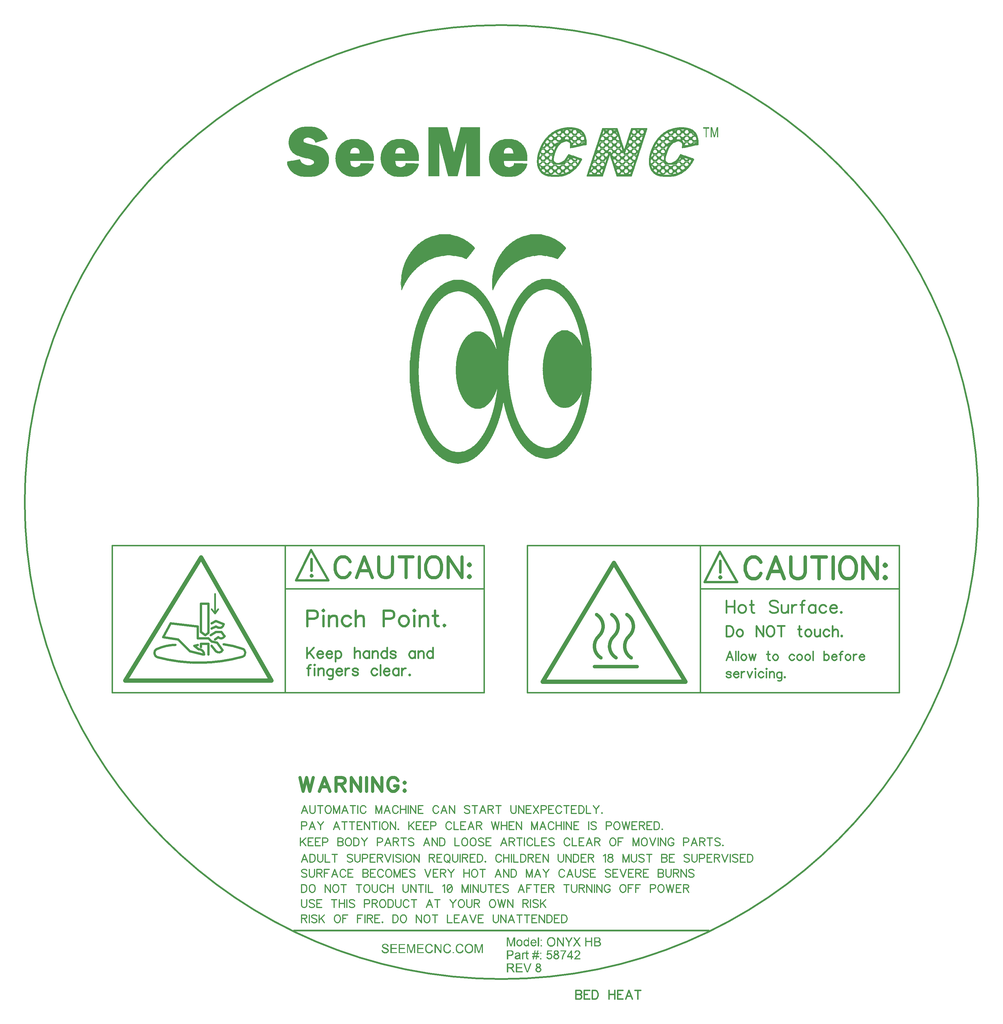
<source format=gbr>
G04 DipTrace 3.0.0.2*
G04 58742 ONYX REV 8 TopSilk.gbr*
%MOIN*%
G04 #@! TF.FileFunction,Legend,Top*
G04 #@! TF.Part,Single*
%ADD12C,0.003*%
%ADD16C,0.025*%
%ADD22C,0.02*%
%ADD26C,0.0139*%
%ADD27C,0.035*%
%ADD28C,0.05*%
%ADD29C,0.04*%
%ADD31C,0.016*%
%ADD41C,0.018527*%
%ADD42C,0.015439*%
%ADD43C,0.021615*%
%ADD44C,0.027791*%
%ADD45C,0.038598*%
%ADD46C,0.037054*%
%ADD47C,0.030878*%
%FSLAX26Y26*%
G04*
G70*
G90*
G75*
G01*
G04 TopSilk*
%LPD*%
X984551Y6496362D2*
D22*
G02X984551Y6496362I5511811J0D01*
G01*
X4096362Y1546362D2*
X8896362D1*
X5139762Y1392362D2*
D12*
X5160762D1*
X5649762D2*
X5670762D1*
X5859762D2*
X5880762D1*
X6003762D2*
X6024762D1*
X6108762D2*
X6129762D1*
X5132962Y1389362D2*
X5167562D1*
X5211762D2*
X5283762D1*
X5307762D2*
X5379762D1*
X5403762D2*
X5421762D1*
X5481762D2*
X5496762D1*
X5520762D2*
X5592762D1*
X5642862D2*
X5676962D1*
X5721762D2*
X5733762D1*
X5790762D2*
X5799762D1*
X5852862D2*
X5886962D1*
X5996862D2*
X6030962D1*
X6101962D2*
X6136562D1*
X6186762D2*
X6204762D1*
X6264762D2*
X6279762D1*
X5127462Y1386362D2*
X5173062D1*
X5211762D2*
X5283762D1*
X5307762D2*
X5379762D1*
X5403762D2*
X5422163D1*
X5480262D2*
X5496762D1*
X5520762D2*
X5592762D1*
X5636962D2*
X5682362D1*
X5721762D2*
X5736262D1*
X5790762D2*
X5799762D1*
X5846962D2*
X5892362D1*
X5990962D2*
X6036362D1*
X6096362D2*
X6142163D1*
X6186762D2*
X6205163D1*
X6263262D2*
X6279762D1*
X5123362Y1383362D2*
X5177062D1*
X5211762D2*
X5283762D1*
X5307762D2*
X5379762D1*
X5403762D2*
X5422962D1*
X5478962D2*
X5496762D1*
X5520762D2*
X5592762D1*
X5632163D2*
X5686562D1*
X5721762D2*
X5738562D1*
X5790762D2*
X5799762D1*
X5842163D2*
X5896562D1*
X5986163D2*
X6040562D1*
X6091862D2*
X6146562D1*
X6186762D2*
X6205962D1*
X6261962D2*
X6279762D1*
X5120562Y1380362D2*
X5137462D1*
X5163062D2*
X5179962D1*
X5211762D2*
X5283762D1*
X5307762D2*
X5379762D1*
X5403762D2*
X5423862D1*
X5477862D2*
X5496762D1*
X5520762D2*
X5592762D1*
X5628462D2*
X5647362D1*
X5670163D2*
X5689663D1*
X5721762D2*
X5740663D1*
X5790762D2*
X5799762D1*
X5838462D2*
X5857362D1*
X5880163D2*
X5899663D1*
X5982462D2*
X6001362D1*
X6024163D2*
X6043663D1*
X6088262D2*
X6109962D1*
X6128562D2*
X6150262D1*
X6186762D2*
X6206862D1*
X6260862D2*
X6279762D1*
X5118562Y1377362D2*
X5133062D1*
X5167362D2*
X5182062D1*
X5211762D2*
X5223762D1*
X5307762D2*
X5319762D1*
X5403762D2*
X5424762D1*
X5476762D2*
X5496762D1*
X5520762D2*
X5532762D1*
X5625462D2*
X5642562D1*
X5674862D2*
X5691962D1*
X5721762D2*
X5742762D1*
X5790762D2*
X5799762D1*
X5835462D2*
X5852562D1*
X5884862D2*
X5901962D1*
X5979462D2*
X5996562D1*
X6028862D2*
X6045962D1*
X6085062D2*
X6103362D1*
X6135062D2*
X6153462D1*
X6186762D2*
X6207762D1*
X6259762D2*
X6279762D1*
X5117163Y1374362D2*
X5129962D1*
X5170562D2*
X5183862D1*
X5211762D2*
X5223762D1*
X5307762D2*
X5319762D1*
X5403762D2*
X5425762D1*
X5475762D2*
X5496762D1*
X5520762D2*
X5532762D1*
X5623062D2*
X5638562D1*
X5678762D2*
X5693762D1*
X5721762D2*
X5744762D1*
X5790762D2*
X5799762D1*
X5833062D2*
X5848562D1*
X5888762D2*
X5903762D1*
X5977062D2*
X5992562D1*
X6032762D2*
X6047762D1*
X6082362D2*
X6098362D1*
X6140062D2*
X6156163D1*
X6186762D2*
X6208762D1*
X6258762D2*
X6279762D1*
X5116362Y1371362D2*
X5127663D1*
X5172762D2*
X5185362D1*
X5211762D2*
X5223762D1*
X5307762D2*
X5319762D1*
X5403762D2*
X5426762D1*
X5474762D2*
X5496762D1*
X5520762D2*
X5532762D1*
X5620962D2*
X5635163D1*
X5681862D2*
X5695262D1*
X5721762D2*
X5746762D1*
X5790762D2*
X5799762D1*
X5830962D2*
X5845163D1*
X5891862D2*
X5905262D1*
X5974962D2*
X5989163D1*
X6035862D2*
X6049262D1*
X6080062D2*
X6094562D1*
X6143962D2*
X6158362D1*
X6186762D2*
X6209762D1*
X6257762D2*
X6279762D1*
X5115962Y1368362D2*
X5126062D1*
X5174262D2*
X5186462D1*
X5211762D2*
X5223762D1*
X5307762D2*
X5319762D1*
X5403762D2*
X5412762D1*
X5418862D2*
X5427762D1*
X5473762D2*
X5496762D1*
X5520762D2*
X5532762D1*
X5619262D2*
X5632462D1*
X5684362D2*
X5696462D1*
X5721762D2*
X5748762D1*
X5790762D2*
X5799762D1*
X5829262D2*
X5842462D1*
X5894362D2*
X5906462D1*
X5973262D2*
X5986462D1*
X6038362D2*
X6050462D1*
X6078362D2*
X6091562D1*
X6146862D2*
X6160163D1*
X6186762D2*
X6195762D1*
X6201862D2*
X6210762D1*
X6256762D2*
X6279762D1*
X5115862Y1365362D2*
X5125562D1*
X5175163D2*
X5187163D1*
X5211762D2*
X5223762D1*
X5307762D2*
X5319762D1*
X5403762D2*
X5412762D1*
X5419262D2*
X5428762D1*
X5472762D2*
X5496762D1*
X5520762D2*
X5532762D1*
X5617962D2*
X5630562D1*
X5686562D2*
X5697163D1*
X5721762D2*
X5750762D1*
X5790762D2*
X5799762D1*
X5827962D2*
X5840562D1*
X5896562D2*
X5907163D1*
X5971962D2*
X5984562D1*
X6040562D2*
X6051163D1*
X6076962D2*
X6089163D1*
X6148962D2*
X6161462D1*
X6186762D2*
X6195762D1*
X6202262D2*
X6211762D1*
X6255762D2*
X6279762D1*
X5115862Y1362362D2*
X5126362D1*
X5175762D2*
X5187762D1*
X5211762D2*
X5223762D1*
X5307762D2*
X5319762D1*
X5403762D2*
X5412762D1*
X5419962D2*
X5429762D1*
X5471762D2*
X5478663D1*
X5484762D2*
X5496762D1*
X5520762D2*
X5532762D1*
X5616862D2*
X5629062D1*
X5688762D2*
X5697762D1*
X5721762D2*
X5733762D1*
X5740362D2*
X5752762D1*
X5790762D2*
X5799762D1*
X5826862D2*
X5839062D1*
X5898762D2*
X5907762D1*
X5970862D2*
X5983062D1*
X6042762D2*
X6051762D1*
X6075862D2*
X6087362D1*
X6150362D2*
X6162663D1*
X6186762D2*
X6195762D1*
X6202962D2*
X6212762D1*
X6254762D2*
X6261663D1*
X6267762D2*
X6279762D1*
X5116262Y1359362D2*
X5127663D1*
X5211762D2*
X5223762D1*
X5307762D2*
X5319762D1*
X5403762D2*
X5412762D1*
X5420862D2*
X5430762D1*
X5470762D2*
X5478262D1*
X5484762D2*
X5496762D1*
X5520762D2*
X5532762D1*
X5615762D2*
X5627862D1*
X5721762D2*
X5733762D1*
X5741462D2*
X5754762D1*
X5790762D2*
X5799762D1*
X5825762D2*
X5837862D1*
X5969762D2*
X5981862D1*
X6074762D2*
X6086062D1*
X6151562D2*
X6163663D1*
X6186762D2*
X6195762D1*
X6203862D2*
X6213762D1*
X6253762D2*
X6261262D1*
X6267762D2*
X6279762D1*
X5117062Y1356362D2*
X5131163D1*
X5211762D2*
X5223762D1*
X5307762D2*
X5319762D1*
X5403762D2*
X5412762D1*
X5421762D2*
X5431762D1*
X5469762D2*
X5477462D1*
X5484762D2*
X5496762D1*
X5520762D2*
X5532762D1*
X5614862D2*
X5626862D1*
X5721762D2*
X5733762D1*
X5743062D2*
X5756762D1*
X5790762D2*
X5799762D1*
X5824862D2*
X5836862D1*
X5968862D2*
X5980862D1*
X6073862D2*
X6085362D1*
X6152562D2*
X6164663D1*
X6186762D2*
X6195762D1*
X6204762D2*
X6214762D1*
X6252762D2*
X6260462D1*
X6267762D2*
X6279762D1*
X5118362Y1353362D2*
X5136462D1*
X5211762D2*
X5223762D1*
X5307762D2*
X5319762D1*
X5403762D2*
X5412762D1*
X5422762D2*
X5432663D1*
X5468762D2*
X5476663D1*
X5484762D2*
X5496762D1*
X5520762D2*
X5532762D1*
X5614262D2*
X5626262D1*
X5721762D2*
X5733762D1*
X5744862D2*
X5758762D1*
X5790762D2*
X5799762D1*
X5824262D2*
X5836262D1*
X5968262D2*
X5980262D1*
X6073262D2*
X6084862D1*
X6153362D2*
X6165163D1*
X6186762D2*
X6195762D1*
X6205762D2*
X6215663D1*
X6251762D2*
X6259663D1*
X6267762D2*
X6279762D1*
X5120163Y1350362D2*
X5143862D1*
X5211762D2*
X5223762D1*
X5307762D2*
X5319762D1*
X5403762D2*
X5412762D1*
X5423762D2*
X5433362D1*
X5467762D2*
X5475762D1*
X5484762D2*
X5496762D1*
X5520762D2*
X5532762D1*
X5613962D2*
X5625962D1*
X5721762D2*
X5733762D1*
X5746762D2*
X5760762D1*
X5790762D2*
X5799762D1*
X5823962D2*
X5835962D1*
X5967962D2*
X5979962D1*
X6072962D2*
X6084362D1*
X6153962D2*
X6165562D1*
X6186762D2*
X6195762D1*
X6206762D2*
X6216362D1*
X6250762D2*
X6258762D1*
X6267762D2*
X6279762D1*
X5122663Y1347362D2*
X5152862D1*
X5211762D2*
X5223762D1*
X5307762D2*
X5319762D1*
X5403762D2*
X5412762D1*
X5424762D2*
X5434062D1*
X5466762D2*
X5474762D1*
X5484762D2*
X5496762D1*
X5520762D2*
X5532762D1*
X5613862D2*
X5625862D1*
X5721762D2*
X5733762D1*
X5748762D2*
X5762762D1*
X5790762D2*
X5799762D1*
X5823862D2*
X5835862D1*
X5967862D2*
X5979862D1*
X6072862D2*
X6083562D1*
X6154862D2*
X6165663D1*
X6186762D2*
X6195762D1*
X6207762D2*
X6217062D1*
X6249762D2*
X6257762D1*
X6267762D2*
X6279762D1*
X5126262Y1344362D2*
X5161862D1*
X5211762D2*
X5280762D1*
X5307762D2*
X5376762D1*
X5403762D2*
X5412762D1*
X5425762D2*
X5434862D1*
X5465762D2*
X5473762D1*
X5484762D2*
X5496762D1*
X5520762D2*
X5589762D1*
X5613762D2*
X5625762D1*
X5721762D2*
X5733762D1*
X5750762D2*
X5764762D1*
X5790762D2*
X5799762D1*
X5823762D2*
X5835762D1*
X5967762D2*
X5979762D1*
X6072762D2*
X6082762D1*
X6155663D2*
X6165663D1*
X6186762D2*
X6195762D1*
X6208762D2*
X6217862D1*
X6248762D2*
X6256762D1*
X6267762D2*
X6279762D1*
X5131663Y1341362D2*
X5169762D1*
X5211762D2*
X5280762D1*
X5307762D2*
X5376762D1*
X5403762D2*
X5412762D1*
X5426762D2*
X5435762D1*
X5464762D2*
X5472762D1*
X5484762D2*
X5496762D1*
X5520762D2*
X5589762D1*
X5613762D2*
X5625762D1*
X5721762D2*
X5733762D1*
X5752762D2*
X5766762D1*
X5790762D2*
X5799762D1*
X5823762D2*
X5835762D1*
X5967762D2*
X5979762D1*
X6072762D2*
X6082262D1*
X6156262D2*
X6165762D1*
X6186762D2*
X6195762D1*
X6209762D2*
X6218762D1*
X6247762D2*
X6255762D1*
X6267762D2*
X6279762D1*
X5138962Y1338362D2*
X5175762D1*
X5211762D2*
X5280762D1*
X5307762D2*
X5376762D1*
X5403762D2*
X5412762D1*
X5427762D2*
X5436762D1*
X5463762D2*
X5471762D1*
X5484762D2*
X5496762D1*
X5520762D2*
X5589762D1*
X5613762D2*
X5625762D1*
X5721762D2*
X5733762D1*
X5754762D2*
X5768762D1*
X5790762D2*
X5799762D1*
X5823762D2*
X5835762D1*
X5967762D2*
X5979762D1*
X6072762D2*
X6082062D1*
X6156362D2*
X6165762D1*
X6186762D2*
X6195762D1*
X6210762D2*
X6219762D1*
X6246762D2*
X6254762D1*
X6267762D2*
X6279762D1*
X5147562Y1335362D2*
X5180362D1*
X5211762D2*
X5280762D1*
X5307762D2*
X5376762D1*
X5403762D2*
X5412762D1*
X5428762D2*
X5437762D1*
X5462762D2*
X5470762D1*
X5484762D2*
X5496762D1*
X5520762D2*
X5589762D1*
X5613762D2*
X5625762D1*
X5721762D2*
X5733762D1*
X5756762D2*
X5770762D1*
X5790762D2*
X5799762D1*
X5823762D2*
X5835762D1*
X5967762D2*
X5979762D1*
X6072762D2*
X6082362D1*
X6156163D2*
X6165762D1*
X6186762D2*
X6195762D1*
X6211762D2*
X6220762D1*
X6245762D2*
X6253762D1*
X6267762D2*
X6279762D1*
X5156262Y1332362D2*
X5183762D1*
X5211762D2*
X5223762D1*
X5307762D2*
X5319762D1*
X5403762D2*
X5412762D1*
X5429762D2*
X5438762D1*
X5461762D2*
X5469762D1*
X5484762D2*
X5496762D1*
X5520762D2*
X5532762D1*
X5613762D2*
X5625762D1*
X5721762D2*
X5733762D1*
X5758762D2*
X5772762D1*
X5790762D2*
X5799762D1*
X5823762D2*
X5835762D1*
X5967762D2*
X5979762D1*
X6072762D2*
X6082962D1*
X6155462D2*
X6165762D1*
X6186762D2*
X6195762D1*
X6212762D2*
X6221762D1*
X6244762D2*
X6252762D1*
X6267762D2*
X6279762D1*
X5163862Y1329362D2*
X5186163D1*
X5211762D2*
X5223762D1*
X5307762D2*
X5319762D1*
X5403762D2*
X5412762D1*
X5430762D2*
X5439762D1*
X5460762D2*
X5468762D1*
X5484762D2*
X5496762D1*
X5520762D2*
X5532762D1*
X5613762D2*
X5625762D1*
X5721762D2*
X5733762D1*
X5760762D2*
X5774762D1*
X5790762D2*
X5799762D1*
X5823762D2*
X5835762D1*
X5967762D2*
X5979762D1*
X6072762D2*
X6083762D1*
X6154762D2*
X6165762D1*
X6186762D2*
X6195762D1*
X6213762D2*
X6222762D1*
X6243762D2*
X6251762D1*
X6267762D2*
X6279762D1*
X5169762Y1326362D2*
X5188062D1*
X5211762D2*
X5223762D1*
X5307762D2*
X5319762D1*
X5403762D2*
X5412762D1*
X5431762D2*
X5440762D1*
X5459762D2*
X5467762D1*
X5484762D2*
X5496762D1*
X5520762D2*
X5532762D1*
X5613862D2*
X5625862D1*
X5721762D2*
X5733762D1*
X5762762D2*
X5776762D1*
X5790762D2*
X5799762D1*
X5823862D2*
X5835862D1*
X5967862D2*
X5979862D1*
X6072862D2*
X6084262D1*
X6154262D2*
X6165663D1*
X6186762D2*
X6195762D1*
X6214762D2*
X6223762D1*
X6242762D2*
X6250762D1*
X6267762D2*
X6279762D1*
X5174462Y1323362D2*
X5189362D1*
X5211762D2*
X5223762D1*
X5307762D2*
X5319762D1*
X5403762D2*
X5412762D1*
X5432762D2*
X5441762D1*
X5458762D2*
X5466762D1*
X5484762D2*
X5496762D1*
X5520762D2*
X5532762D1*
X5614262D2*
X5626262D1*
X5721762D2*
X5733762D1*
X5764762D2*
X5778762D1*
X5790762D2*
X5799762D1*
X5824262D2*
X5836262D1*
X5968262D2*
X5980262D1*
X6073262D2*
X6084663D1*
X6153862D2*
X6165262D1*
X6186762D2*
X6195762D1*
X6215762D2*
X6224762D1*
X6241762D2*
X6249762D1*
X6267762D2*
X6279762D1*
X5176562Y1320362D2*
X5190062D1*
X5211762D2*
X5223762D1*
X5307762D2*
X5319762D1*
X5403762D2*
X5412762D1*
X5433762D2*
X5442762D1*
X5457762D2*
X5465762D1*
X5484762D2*
X5496762D1*
X5520762D2*
X5532762D1*
X5614962D2*
X5626962D1*
X5691762D2*
X5694762D1*
X5721762D2*
X5733762D1*
X5766762D2*
X5780862D1*
X5790663D2*
X5799762D1*
X5824962D2*
X5836962D1*
X5901762D2*
X5904762D1*
X5968962D2*
X5980962D1*
X6045762D2*
X6048762D1*
X6073962D2*
X6085163D1*
X6153262D2*
X6164462D1*
X6186762D2*
X6195762D1*
X6216762D2*
X6225762D1*
X6240762D2*
X6248762D1*
X6267762D2*
X6279762D1*
X5109762Y1317362D2*
X5121762D1*
X5177762D2*
X5190462D1*
X5211762D2*
X5223762D1*
X5307762D2*
X5319762D1*
X5403762D2*
X5412762D1*
X5434762D2*
X5443762D1*
X5456762D2*
X5464762D1*
X5484762D2*
X5496762D1*
X5520762D2*
X5532762D1*
X5615862D2*
X5627862D1*
X5689862D2*
X5697862D1*
X5721762D2*
X5733762D1*
X5768762D2*
X5783462D1*
X5790163D2*
X5799762D1*
X5825862D2*
X5837862D1*
X5899862D2*
X5907862D1*
X5969862D2*
X5981862D1*
X6043862D2*
X6051862D1*
X6074862D2*
X6086062D1*
X6152462D2*
X6163663D1*
X6186762D2*
X6195762D1*
X6217762D2*
X6226762D1*
X6239762D2*
X6247762D1*
X6267762D2*
X6279762D1*
X5111163Y1314362D2*
X5122862D1*
X5178362D2*
X5190562D1*
X5211762D2*
X5223762D1*
X5307762D2*
X5319762D1*
X5403762D2*
X5412762D1*
X5435762D2*
X5444862D1*
X5455562D2*
X5463762D1*
X5484762D2*
X5496762D1*
X5520762D2*
X5532762D1*
X5616762D2*
X5628862D1*
X5688163D2*
X5699163D1*
X5721762D2*
X5733762D1*
X5770762D2*
X5786862D1*
X5789163D2*
X5799762D1*
X5826762D2*
X5838862D1*
X5898163D2*
X5909163D1*
X5970762D2*
X5982862D1*
X6042163D2*
X6053163D1*
X6075762D2*
X6087362D1*
X6151163D2*
X6162762D1*
X6186762D2*
X6195762D1*
X6218762D2*
X6227862D1*
X6238562D2*
X6246762D1*
X6267762D2*
X6279762D1*
X5112062Y1311362D2*
X5124262D1*
X5178462D2*
X5190163D1*
X5211762D2*
X5223762D1*
X5307762D2*
X5319762D1*
X5403762D2*
X5412762D1*
X5436762D2*
X5446362D1*
X5454062D2*
X5462762D1*
X5484762D2*
X5496762D1*
X5520762D2*
X5532762D1*
X5617862D2*
X5630362D1*
X5686462D2*
X5698862D1*
X5721762D2*
X5733762D1*
X5772762D2*
X5799762D1*
X5827862D2*
X5840362D1*
X5896462D2*
X5908862D1*
X5971862D2*
X5984362D1*
X6040462D2*
X6052862D1*
X6076862D2*
X6089062D1*
X6149362D2*
X6161562D1*
X6186762D2*
X6195762D1*
X6219762D2*
X6229362D1*
X6237062D2*
X6245762D1*
X6267762D2*
X6279762D1*
X5112962Y1308362D2*
X5126062D1*
X5178262D2*
X5189362D1*
X5211762D2*
X5223762D1*
X5307762D2*
X5319762D1*
X5403762D2*
X5412762D1*
X5437762D2*
X5448762D1*
X5451762D2*
X5461762D1*
X5484762D2*
X5496762D1*
X5520762D2*
X5532762D1*
X5619262D2*
X5632462D1*
X5684462D2*
X5698062D1*
X5721762D2*
X5733762D1*
X5774762D2*
X5799762D1*
X5829262D2*
X5842462D1*
X5894462D2*
X5908062D1*
X5973262D2*
X5986462D1*
X6038462D2*
X6052062D1*
X6078262D2*
X6091362D1*
X6147062D2*
X6160163D1*
X6186762D2*
X6195762D1*
X6220762D2*
X6231762D1*
X6234762D2*
X6244762D1*
X6267762D2*
X6279762D1*
X5113962Y1305362D2*
X5128562D1*
X5177163D2*
X5188262D1*
X5211762D2*
X5223762D1*
X5307762D2*
X5319762D1*
X5403762D2*
X5412762D1*
X5438762D2*
X5460762D1*
X5484762D2*
X5496762D1*
X5520762D2*
X5532762D1*
X5620962D2*
X5635262D1*
X5681962D2*
X5696762D1*
X5721762D2*
X5733762D1*
X5776762D2*
X5799762D1*
X5830962D2*
X5845262D1*
X5891962D2*
X5906762D1*
X5974962D2*
X5989262D1*
X6035962D2*
X6050762D1*
X6080062D2*
X6094362D1*
X6144163D2*
X6158462D1*
X6186762D2*
X6195762D1*
X6221762D2*
X6243762D1*
X6267762D2*
X6279762D1*
X5115262Y1302362D2*
X5131663D1*
X5174362D2*
X5186862D1*
X5211762D2*
X5223762D1*
X5307762D2*
X5319762D1*
X5403762D2*
X5412762D1*
X5439762D2*
X5459762D1*
X5484762D2*
X5496762D1*
X5520762D2*
X5532762D1*
X5622862D2*
X5639362D1*
X5678862D2*
X5695262D1*
X5721762D2*
X5733762D1*
X5778762D2*
X5799762D1*
X5832862D2*
X5849362D1*
X5888862D2*
X5905262D1*
X5976862D2*
X5993362D1*
X6032862D2*
X6049262D1*
X6082362D2*
X6098862D1*
X6139663D2*
X6156163D1*
X6186762D2*
X6195762D1*
X6222762D2*
X6242762D1*
X6267762D2*
X6279762D1*
X5117062Y1299362D2*
X5140163D1*
X5166062D2*
X5185362D1*
X5211762D2*
X5223762D1*
X5307762D2*
X5319762D1*
X5403762D2*
X5412762D1*
X5440762D2*
X5458762D1*
X5484762D2*
X5496762D1*
X5520762D2*
X5532762D1*
X5624862D2*
X5646762D1*
X5670862D2*
X5693362D1*
X5721762D2*
X5733762D1*
X5780762D2*
X5799762D1*
X5834862D2*
X5856762D1*
X5880862D2*
X5903362D1*
X5978862D2*
X6000762D1*
X6024862D2*
X6047362D1*
X6084962D2*
X6106962D1*
X6131462D2*
X6153462D1*
X6186762D2*
X6195762D1*
X6223762D2*
X6241762D1*
X6267762D2*
X6279762D1*
X5119462Y1296362D2*
X5153362D1*
X5152962D2*
X5183362D1*
X5211762D2*
X5286762D1*
X5307762D2*
X5382762D1*
X5403762D2*
X5412762D1*
X5441762D2*
X5457762D1*
X5484762D2*
X5496762D1*
X5520762D2*
X5595762D1*
X5627362D2*
X5658862D1*
X5658663D2*
X5690663D1*
X5721762D2*
X5733762D1*
X5782762D2*
X5799762D1*
X5837362D2*
X5868862D1*
X5868663D2*
X5900663D1*
X5931762D2*
X5943762D1*
X5981362D2*
X6012862D1*
X6012663D2*
X6044663D1*
X6087962D2*
X6119962D1*
X6118562D2*
X6150462D1*
X6186762D2*
X6195762D1*
X6224762D2*
X6240762D1*
X6267762D2*
X6279762D1*
X5122762Y1293362D2*
X5180362D1*
X5211762D2*
X5286762D1*
X5307762D2*
X5382762D1*
X5403762D2*
X5412762D1*
X5442762D2*
X5456762D1*
X5484762D2*
X5496762D1*
X5520762D2*
X5595762D1*
X5630762D2*
X5687062D1*
X5721762D2*
X5733762D1*
X5784663D2*
X5799762D1*
X5840762D2*
X5897062D1*
X5931762D2*
X5943762D1*
X5984762D2*
X6041062D1*
X6091562D2*
X6146962D1*
X6186762D2*
X6195762D1*
X6225762D2*
X6239762D1*
X6267762D2*
X6279762D1*
X5127262Y1290362D2*
X5176062D1*
X5211762D2*
X5286762D1*
X5307762D2*
X5382762D1*
X5403762D2*
X5412762D1*
X5444163D2*
X5455663D1*
X5484762D2*
X5496762D1*
X5520762D2*
X5595762D1*
X5635163D2*
X5682462D1*
X5721762D2*
X5733762D1*
X5786362D2*
X5799762D1*
X5845163D2*
X5892462D1*
X5931762D2*
X5943762D1*
X5989163D2*
X6036462D1*
X6096163D2*
X6142262D1*
X6186762D2*
X6195762D1*
X6227163D2*
X6238663D1*
X6267762D2*
X6279762D1*
X5133163Y1287362D2*
X5170262D1*
X5211762D2*
X5286762D1*
X5307762D2*
X5382762D1*
X5403762D2*
X5412762D1*
X5445762D2*
X5454762D1*
X5484762D2*
X5496762D1*
X5520762D2*
X5595762D1*
X5640663D2*
X5676862D1*
X5721762D2*
X5733762D1*
X5787762D2*
X5799762D1*
X5850663D2*
X5886862D1*
X5931762D2*
X5943762D1*
X5994663D2*
X6030862D1*
X6102062D2*
X6136362D1*
X6186762D2*
X6195762D1*
X6228762D2*
X6237762D1*
X6267762D2*
X6279762D1*
X5139762Y1284362D2*
X5163762D1*
X5646762D2*
X5670762D1*
X5856762D2*
X5880762D1*
X6000762D2*
X6024762D1*
X6108762D2*
X6129762D1*
X5139762Y1392362D2*
X5132962Y1389362D1*
X5127462Y1386362D1*
X5123362Y1383362D1*
X5120562Y1380362D1*
X5118562Y1377362D1*
X5117163Y1374362D1*
X5116362Y1371362D1*
X5115962Y1368362D1*
X5115862Y1365362D1*
Y1362362D1*
X5116262Y1359362D1*
X5117062Y1356362D1*
X5118362Y1353362D1*
X5120163Y1350362D1*
X5122663Y1347362D1*
X5126262Y1344362D1*
X5131663Y1341362D1*
X5138962Y1338362D1*
X5147562Y1335362D1*
X5156262Y1332362D1*
X5163862Y1329362D1*
X5169762Y1326362D1*
X5174462Y1323362D1*
X5176562Y1320362D1*
X5177762Y1317362D1*
X5178362Y1314362D1*
X5178462Y1311362D1*
X5178262Y1308362D1*
X5177163Y1305362D1*
X5174362Y1302362D1*
X5166062Y1299362D1*
X5152962Y1296362D1*
X5136762Y1293362D1*
X5160762Y1392362D2*
X5167562Y1389362D1*
X5173062Y1386362D1*
X5177062Y1383362D1*
X5179962Y1380362D1*
X5182062Y1377362D1*
X5183862Y1374362D1*
X5185362Y1371362D1*
X5186462Y1368362D1*
X5187163Y1365362D1*
X5187762Y1362362D1*
X5649762Y1392362D2*
X5642862Y1389362D1*
X5636962Y1386362D1*
X5632163Y1383362D1*
X5628462Y1380362D1*
X5625462Y1377362D1*
X5623062Y1374362D1*
X5620962Y1371362D1*
X5619262Y1368362D1*
X5617962Y1365362D1*
X5616862Y1362362D1*
X5615762Y1359362D1*
X5614862Y1356362D1*
X5614262Y1353362D1*
X5613962Y1350362D1*
X5613862Y1347362D1*
X5613762Y1344362D1*
Y1341362D1*
Y1338362D1*
Y1335362D1*
Y1332362D1*
Y1329362D1*
X5613862Y1326362D1*
X5614262Y1323362D1*
X5614962Y1320362D1*
X5615862Y1317362D1*
X5616762Y1314362D1*
X5617862Y1311362D1*
X5619262Y1308362D1*
X5620962Y1305362D1*
X5622862Y1302362D1*
X5624862Y1299362D1*
X5627362Y1296362D1*
X5630762Y1293362D1*
X5635163Y1290362D1*
X5640663Y1287362D1*
X5646762Y1284362D1*
X5670762Y1392362D2*
X5676962Y1389362D1*
X5682362Y1386362D1*
X5686562Y1383362D1*
X5689663Y1380362D1*
X5691962Y1377362D1*
X5693762Y1374362D1*
X5695262Y1371362D1*
X5696462Y1368362D1*
X5697163Y1365362D1*
X5697762Y1362362D1*
X5859762Y1392362D2*
X5852862Y1389362D1*
X5846962Y1386362D1*
X5842163Y1383362D1*
X5838462Y1380362D1*
X5835462Y1377362D1*
X5833062Y1374362D1*
X5830962Y1371362D1*
X5829262Y1368362D1*
X5827962Y1365362D1*
X5826862Y1362362D1*
X5825762Y1359362D1*
X5824862Y1356362D1*
X5824262Y1353362D1*
X5823962Y1350362D1*
X5823862Y1347362D1*
X5823762Y1344362D1*
Y1341362D1*
Y1338362D1*
Y1335362D1*
Y1332362D1*
Y1329362D1*
X5823862Y1326362D1*
X5824262Y1323362D1*
X5824962Y1320362D1*
X5825862Y1317362D1*
X5826762Y1314362D1*
X5827862Y1311362D1*
X5829262Y1308362D1*
X5830962Y1305362D1*
X5832862Y1302362D1*
X5834862Y1299362D1*
X5837362Y1296362D1*
X5840762Y1293362D1*
X5845163Y1290362D1*
X5850663Y1287362D1*
X5856762Y1284362D1*
X5880762Y1392362D2*
X5886962Y1389362D1*
X5892362Y1386362D1*
X5896562Y1383362D1*
X5899663Y1380362D1*
X5901962Y1377362D1*
X5903762Y1374362D1*
X5905262Y1371362D1*
X5906462Y1368362D1*
X5907163Y1365362D1*
X5907762Y1362362D1*
X6003762Y1392362D2*
X5996862Y1389362D1*
X5990962Y1386362D1*
X5986163Y1383362D1*
X5982462Y1380362D1*
X5979462Y1377362D1*
X5977062Y1374362D1*
X5974962Y1371362D1*
X5973262Y1368362D1*
X5971962Y1365362D1*
X5970862Y1362362D1*
X5969762Y1359362D1*
X5968862Y1356362D1*
X5968262Y1353362D1*
X5967962Y1350362D1*
X5967862Y1347362D1*
X5967762Y1344362D1*
Y1341362D1*
Y1338362D1*
Y1335362D1*
Y1332362D1*
Y1329362D1*
X5967862Y1326362D1*
X5968262Y1323362D1*
X5968962Y1320362D1*
X5969862Y1317362D1*
X5970762Y1314362D1*
X5971862Y1311362D1*
X5973262Y1308362D1*
X5974962Y1305362D1*
X5976862Y1302362D1*
X5978862Y1299362D1*
X5981362Y1296362D1*
X5984762Y1293362D1*
X5989163Y1290362D1*
X5994663Y1287362D1*
X6000762Y1284362D1*
X6024762Y1392362D2*
X6030962Y1389362D1*
X6036362Y1386362D1*
X6040562Y1383362D1*
X6043663Y1380362D1*
X6045962Y1377362D1*
X6047762Y1374362D1*
X6049262Y1371362D1*
X6050462Y1368362D1*
X6051163Y1365362D1*
X6051762Y1362362D1*
X6108762Y1392362D2*
X6101962Y1389362D1*
X6096362Y1386362D1*
X6091862Y1383362D1*
X6088262Y1380362D1*
X6085062Y1377362D1*
X6082362Y1374362D1*
X6080062Y1371362D1*
X6078362Y1368362D1*
X6076962Y1365362D1*
X6075862Y1362362D1*
X6074762Y1359362D1*
X6073862Y1356362D1*
X6073262Y1353362D1*
X6072962Y1350362D1*
X6072862Y1347362D1*
X6072762Y1344362D1*
Y1341362D1*
Y1338362D1*
Y1335362D1*
Y1332362D1*
Y1329362D1*
X6072862Y1326362D1*
X6073262Y1323362D1*
X6073962Y1320362D1*
X6074862Y1317362D1*
X6075762Y1314362D1*
X6076862Y1311362D1*
X6078262Y1308362D1*
X6080062Y1305362D1*
X6082362Y1302362D1*
X6084962Y1299362D1*
X6087962Y1296362D1*
X6091562Y1293362D1*
X6096163Y1290362D1*
X6102062Y1287362D1*
X6108762Y1284362D1*
X6129762Y1392362D2*
X6136562Y1389362D1*
X6142163Y1386362D1*
X6146562Y1383362D1*
X6150262Y1380362D1*
X6153462Y1377362D1*
X6156163Y1374362D1*
X6158362Y1371362D1*
X6160163Y1368362D1*
X6161462Y1365362D1*
X6162663Y1362362D1*
X6163663Y1359362D1*
X6164663Y1356362D1*
X6165163Y1353362D1*
X6165562Y1350362D1*
X6165663Y1347362D1*
Y1344362D1*
X6165762Y1341362D1*
Y1338362D1*
Y1335362D1*
Y1332362D1*
Y1329362D1*
X6165663Y1326362D1*
X6165262Y1323362D1*
X6164462Y1320362D1*
X6163663Y1317362D1*
X6162762Y1314362D1*
X6161562Y1311362D1*
X6160163Y1308362D1*
X6158462Y1305362D1*
X6156163Y1302362D1*
X6153462Y1299362D1*
X6150462Y1296362D1*
X6146962Y1293362D1*
X6142262Y1290362D1*
X6136362Y1287362D1*
X6129762Y1284362D1*
X5211762Y1389362D2*
Y1386362D1*
Y1383362D1*
Y1380362D1*
Y1377362D1*
Y1374362D1*
Y1371362D1*
Y1368362D1*
Y1365362D1*
Y1362362D1*
Y1359362D1*
Y1356362D1*
Y1353362D1*
Y1350362D1*
Y1347362D1*
Y1344362D1*
Y1341362D1*
Y1338362D1*
Y1335362D1*
Y1332362D1*
Y1329362D1*
Y1326362D1*
Y1323362D1*
Y1320362D1*
Y1317362D1*
Y1314362D1*
Y1311362D1*
Y1308362D1*
Y1305362D1*
Y1302362D1*
Y1299362D1*
Y1296362D1*
Y1293362D1*
Y1290362D1*
Y1287362D1*
X5283762Y1389362D2*
Y1386362D1*
Y1383362D1*
Y1380362D1*
X5307762Y1389362D2*
Y1386362D1*
Y1383362D1*
Y1380362D1*
Y1377362D1*
Y1374362D1*
Y1371362D1*
Y1368362D1*
Y1365362D1*
Y1362362D1*
Y1359362D1*
Y1356362D1*
Y1353362D1*
Y1350362D1*
Y1347362D1*
Y1344362D1*
Y1341362D1*
Y1338362D1*
Y1335362D1*
Y1332362D1*
Y1329362D1*
Y1326362D1*
Y1323362D1*
Y1320362D1*
Y1317362D1*
Y1314362D1*
Y1311362D1*
Y1308362D1*
Y1305362D1*
Y1302362D1*
Y1299362D1*
Y1296362D1*
Y1293362D1*
Y1290362D1*
Y1287362D1*
X5379762Y1389362D2*
Y1386362D1*
Y1383362D1*
Y1380362D1*
X5403762Y1389362D2*
Y1386362D1*
Y1383362D1*
Y1380362D1*
Y1377362D1*
Y1374362D1*
Y1371362D1*
Y1368362D1*
Y1365362D1*
Y1362362D1*
Y1359362D1*
Y1356362D1*
Y1353362D1*
Y1350362D1*
Y1347362D1*
Y1344362D1*
Y1341362D1*
Y1338362D1*
Y1335362D1*
Y1332362D1*
Y1329362D1*
Y1326362D1*
Y1323362D1*
Y1320362D1*
Y1317362D1*
Y1314362D1*
Y1311362D1*
Y1308362D1*
Y1305362D1*
Y1302362D1*
Y1299362D1*
Y1296362D1*
Y1293362D1*
Y1290362D1*
Y1287362D1*
X5421762Y1389362D2*
X5422163Y1386362D1*
X5422962Y1383362D1*
X5423862Y1380362D1*
X5424762Y1377362D1*
X5425762Y1374362D1*
X5426762Y1371362D1*
X5427762Y1368362D1*
X5428762Y1365362D1*
X5429762Y1362362D1*
X5430762Y1359362D1*
X5431762Y1356362D1*
X5432663Y1353362D1*
X5433362Y1350362D1*
X5434062Y1347362D1*
X5434862Y1344362D1*
X5435762Y1341362D1*
X5436762Y1338362D1*
X5437762Y1335362D1*
X5438762Y1332362D1*
X5439762Y1329362D1*
X5440762Y1326362D1*
X5441762Y1323362D1*
X5442762Y1320362D1*
X5443762Y1317362D1*
X5444862Y1314362D1*
X5446362Y1311362D1*
X5448762Y1308362D1*
X5451762Y1305362D1*
X5481762Y1389362D2*
X5480262Y1386362D1*
X5478962Y1383362D1*
X5477862Y1380362D1*
X5476762Y1377362D1*
X5475762Y1374362D1*
X5474762Y1371362D1*
X5473762Y1368362D1*
X5472762Y1365362D1*
X5471762Y1362362D1*
X5470762Y1359362D1*
X5469762Y1356362D1*
X5468762Y1353362D1*
X5467762Y1350362D1*
X5466762Y1347362D1*
X5465762Y1344362D1*
X5464762Y1341362D1*
X5463762Y1338362D1*
X5462762Y1335362D1*
X5461762Y1332362D1*
X5460762Y1329362D1*
X5459762Y1326362D1*
X5458762Y1323362D1*
X5457762Y1320362D1*
X5456762Y1317362D1*
X5455562Y1314362D1*
X5454062Y1311362D1*
X5451762Y1308362D1*
X5448762Y1305362D1*
X5496762Y1389362D2*
Y1386362D1*
Y1383362D1*
Y1380362D1*
Y1377362D1*
Y1374362D1*
Y1371362D1*
Y1368362D1*
Y1365362D1*
Y1362362D1*
Y1359362D1*
Y1356362D1*
Y1353362D1*
Y1350362D1*
Y1347362D1*
Y1344362D1*
Y1341362D1*
Y1338362D1*
Y1335362D1*
Y1332362D1*
Y1329362D1*
Y1326362D1*
Y1323362D1*
Y1320362D1*
Y1317362D1*
Y1314362D1*
Y1311362D1*
Y1308362D1*
Y1305362D1*
Y1302362D1*
Y1299362D1*
Y1296362D1*
Y1293362D1*
Y1290362D1*
Y1287362D1*
X5520762Y1389362D2*
Y1386362D1*
Y1383362D1*
Y1380362D1*
Y1377362D1*
Y1374362D1*
Y1371362D1*
Y1368362D1*
Y1365362D1*
Y1362362D1*
Y1359362D1*
Y1356362D1*
Y1353362D1*
Y1350362D1*
Y1347362D1*
Y1344362D1*
Y1341362D1*
Y1338362D1*
Y1335362D1*
Y1332362D1*
Y1329362D1*
Y1326362D1*
Y1323362D1*
Y1320362D1*
Y1317362D1*
Y1314362D1*
Y1311362D1*
Y1308362D1*
Y1305362D1*
Y1302362D1*
Y1299362D1*
Y1296362D1*
Y1293362D1*
Y1290362D1*
Y1287362D1*
X5592762Y1389362D2*
Y1386362D1*
Y1383362D1*
Y1380362D1*
X5721762Y1389362D2*
Y1386362D1*
Y1383362D1*
Y1380362D1*
Y1377362D1*
Y1374362D1*
Y1371362D1*
Y1368362D1*
Y1365362D1*
Y1362362D1*
Y1359362D1*
Y1356362D1*
Y1353362D1*
Y1350362D1*
Y1347362D1*
Y1344362D1*
Y1341362D1*
Y1338362D1*
Y1335362D1*
Y1332362D1*
Y1329362D1*
Y1326362D1*
Y1323362D1*
Y1320362D1*
Y1317362D1*
Y1314362D1*
Y1311362D1*
Y1308362D1*
Y1305362D1*
Y1302362D1*
Y1299362D1*
Y1296362D1*
Y1293362D1*
Y1290362D1*
Y1287362D1*
X5733762Y1389362D2*
X5736262Y1386362D1*
X5738562Y1383362D1*
X5740663Y1380362D1*
X5742762Y1377362D1*
X5744762Y1374362D1*
X5746762Y1371362D1*
X5748762Y1368362D1*
X5750762Y1365362D1*
X5752762Y1362362D1*
X5754762Y1359362D1*
X5756762Y1356362D1*
X5758762Y1353362D1*
X5760762Y1350362D1*
X5762762Y1347362D1*
X5764762Y1344362D1*
X5766762Y1341362D1*
X5768762Y1338362D1*
X5770762Y1335362D1*
X5772762Y1332362D1*
X5774762Y1329362D1*
X5776762Y1326362D1*
X5778762Y1323362D1*
X5780862Y1320362D1*
X5783462Y1317362D1*
X5786862Y1314362D1*
X5790762Y1311362D1*
Y1389362D2*
Y1386362D1*
Y1383362D1*
Y1380362D1*
Y1377362D1*
Y1374362D1*
Y1371362D1*
Y1368362D1*
Y1365362D1*
Y1362362D1*
Y1359362D1*
Y1356362D1*
Y1353362D1*
Y1350362D1*
Y1347362D1*
Y1344362D1*
Y1341362D1*
Y1338362D1*
Y1335362D1*
Y1332362D1*
Y1329362D1*
Y1326362D1*
Y1323362D1*
X5790663Y1320362D1*
X5790163Y1317362D1*
X5789163Y1314362D1*
X5787762Y1311362D1*
X5799762Y1389362D2*
Y1386362D1*
Y1383362D1*
Y1380362D1*
Y1377362D1*
Y1374362D1*
Y1371362D1*
Y1368362D1*
Y1365362D1*
Y1362362D1*
Y1359362D1*
Y1356362D1*
Y1353362D1*
Y1350362D1*
Y1347362D1*
Y1344362D1*
Y1341362D1*
Y1338362D1*
Y1335362D1*
Y1332362D1*
Y1329362D1*
Y1326362D1*
Y1323362D1*
Y1320362D1*
Y1317362D1*
Y1314362D1*
Y1311362D1*
Y1308362D1*
Y1305362D1*
Y1302362D1*
Y1299362D1*
Y1296362D1*
Y1293362D1*
Y1290362D1*
Y1287362D1*
X6186762Y1389362D2*
Y1386362D1*
Y1383362D1*
Y1380362D1*
Y1377362D1*
Y1374362D1*
Y1371362D1*
Y1368362D1*
Y1365362D1*
Y1362362D1*
Y1359362D1*
Y1356362D1*
Y1353362D1*
Y1350362D1*
Y1347362D1*
Y1344362D1*
Y1341362D1*
Y1338362D1*
Y1335362D1*
Y1332362D1*
Y1329362D1*
Y1326362D1*
Y1323362D1*
Y1320362D1*
Y1317362D1*
Y1314362D1*
Y1311362D1*
Y1308362D1*
Y1305362D1*
Y1302362D1*
Y1299362D1*
Y1296362D1*
Y1293362D1*
Y1290362D1*
Y1287362D1*
X6204762Y1389362D2*
X6205163Y1386362D1*
X6205962Y1383362D1*
X6206862Y1380362D1*
X6207762Y1377362D1*
X6208762Y1374362D1*
X6209762Y1371362D1*
X6210762Y1368362D1*
X6211762Y1365362D1*
X6212762Y1362362D1*
X6213762Y1359362D1*
X6214762Y1356362D1*
X6215663Y1353362D1*
X6216362Y1350362D1*
X6217062Y1347362D1*
X6217862Y1344362D1*
X6218762Y1341362D1*
X6219762Y1338362D1*
X6220762Y1335362D1*
X6221762Y1332362D1*
X6222762Y1329362D1*
X6223762Y1326362D1*
X6224762Y1323362D1*
X6225762Y1320362D1*
X6226762Y1317362D1*
X6227862Y1314362D1*
X6229362Y1311362D1*
X6231762Y1308362D1*
X6234762Y1305362D1*
X6264762Y1389362D2*
X6263262Y1386362D1*
X6261962Y1383362D1*
X6260862Y1380362D1*
X6259762Y1377362D1*
X6258762Y1374362D1*
X6257762Y1371362D1*
X6256762Y1368362D1*
X6255762Y1365362D1*
X6254762Y1362362D1*
X6253762Y1359362D1*
X6252762Y1356362D1*
X6251762Y1353362D1*
X6250762Y1350362D1*
X6249762Y1347362D1*
X6248762Y1344362D1*
X6247762Y1341362D1*
X6246762Y1338362D1*
X6245762Y1335362D1*
X6244762Y1332362D1*
X6243762Y1329362D1*
X6242762Y1326362D1*
X6241762Y1323362D1*
X6240762Y1320362D1*
X6239762Y1317362D1*
X6238562Y1314362D1*
X6237062Y1311362D1*
X6234762Y1308362D1*
X6231762Y1305362D1*
X6279762Y1389362D2*
Y1386362D1*
Y1383362D1*
Y1380362D1*
Y1377362D1*
Y1374362D1*
Y1371362D1*
Y1368362D1*
Y1365362D1*
Y1362362D1*
Y1359362D1*
Y1356362D1*
Y1353362D1*
Y1350362D1*
Y1347362D1*
Y1344362D1*
Y1341362D1*
Y1338362D1*
Y1335362D1*
Y1332362D1*
Y1329362D1*
Y1326362D1*
Y1323362D1*
Y1320362D1*
Y1317362D1*
Y1314362D1*
Y1311362D1*
Y1308362D1*
Y1305362D1*
Y1302362D1*
Y1299362D1*
Y1296362D1*
Y1293362D1*
Y1290362D1*
Y1287362D1*
X5142762Y1383362D2*
X5137462Y1380362D1*
X5133062Y1377362D1*
X5129962Y1374362D1*
X5127663Y1371362D1*
X5126062Y1368362D1*
X5125562Y1365362D1*
X5126362Y1362362D1*
X5127663Y1359362D1*
X5131163Y1356362D1*
X5136462Y1353362D1*
X5143862Y1350362D1*
X5152862Y1347362D1*
X5161862Y1344362D1*
X5169762Y1341362D1*
X5175762Y1338362D1*
X5180362Y1335362D1*
X5183762Y1332362D1*
X5186163Y1329362D1*
X5188062Y1326362D1*
X5189362Y1323362D1*
X5190062Y1320362D1*
X5190462Y1317362D1*
X5190562Y1314362D1*
X5190163Y1311362D1*
X5189362Y1308362D1*
X5188262Y1305362D1*
X5186862Y1302362D1*
X5185362Y1299362D1*
X5183362Y1296362D1*
X5180362Y1293362D1*
X5176062Y1290362D1*
X5170262Y1287362D1*
X5163762Y1284362D1*
X5157762Y1383362D2*
X5163062Y1380362D1*
X5167362Y1377362D1*
X5170562Y1374362D1*
X5172762Y1371362D1*
X5174262Y1368362D1*
X5175163Y1365362D1*
X5175762Y1362362D1*
X5652762Y1383362D2*
X5647362Y1380362D1*
X5642562Y1377362D1*
X5638562Y1374362D1*
X5635163Y1371362D1*
X5632462Y1368362D1*
X5630562Y1365362D1*
X5629062Y1362362D1*
X5627862Y1359362D1*
X5626862Y1356362D1*
X5626262Y1353362D1*
X5625962Y1350362D1*
X5625862Y1347362D1*
X5625762Y1344362D1*
Y1341362D1*
Y1338362D1*
Y1335362D1*
Y1332362D1*
Y1329362D1*
X5625862Y1326362D1*
X5626262Y1323362D1*
X5626962Y1320362D1*
X5627862Y1317362D1*
X5628862Y1314362D1*
X5630362Y1311362D1*
X5632462Y1308362D1*
X5635262Y1305362D1*
X5639362Y1302362D1*
X5646762Y1299362D1*
X5658862Y1296362D1*
X5673762Y1293362D1*
X5664762Y1383362D2*
X5670163Y1380362D1*
X5674862Y1377362D1*
X5678762Y1374362D1*
X5681862Y1371362D1*
X5684362Y1368362D1*
X5686562Y1365362D1*
X5688762Y1362362D1*
X5862762Y1383362D2*
X5857362Y1380362D1*
X5852562Y1377362D1*
X5848562Y1374362D1*
X5845163Y1371362D1*
X5842462Y1368362D1*
X5840562Y1365362D1*
X5839062Y1362362D1*
X5837862Y1359362D1*
X5836862Y1356362D1*
X5836262Y1353362D1*
X5835962Y1350362D1*
X5835862Y1347362D1*
X5835762Y1344362D1*
Y1341362D1*
Y1338362D1*
Y1335362D1*
Y1332362D1*
Y1329362D1*
X5835862Y1326362D1*
X5836262Y1323362D1*
X5836962Y1320362D1*
X5837862Y1317362D1*
X5838862Y1314362D1*
X5840362Y1311362D1*
X5842462Y1308362D1*
X5845262Y1305362D1*
X5849362Y1302362D1*
X5856762Y1299362D1*
X5868862Y1296362D1*
X5883762Y1293362D1*
X5874762Y1383362D2*
X5880163Y1380362D1*
X5884862Y1377362D1*
X5888762Y1374362D1*
X5891862Y1371362D1*
X5894362Y1368362D1*
X5896562Y1365362D1*
X5898762Y1362362D1*
X6006762Y1383362D2*
X6001362Y1380362D1*
X5996562Y1377362D1*
X5992562Y1374362D1*
X5989163Y1371362D1*
X5986462Y1368362D1*
X5984562Y1365362D1*
X5983062Y1362362D1*
X5981862Y1359362D1*
X5980862Y1356362D1*
X5980262Y1353362D1*
X5979962Y1350362D1*
X5979862Y1347362D1*
X5979762Y1344362D1*
Y1341362D1*
Y1338362D1*
Y1335362D1*
Y1332362D1*
Y1329362D1*
X5979862Y1326362D1*
X5980262Y1323362D1*
X5980962Y1320362D1*
X5981862Y1317362D1*
X5982862Y1314362D1*
X5984362Y1311362D1*
X5986462Y1308362D1*
X5989262Y1305362D1*
X5993362Y1302362D1*
X6000762Y1299362D1*
X6012862Y1296362D1*
X6027762Y1293362D1*
X6018762Y1383362D2*
X6024163Y1380362D1*
X6028862Y1377362D1*
X6032762Y1374362D1*
X6035862Y1371362D1*
X6038362Y1368362D1*
X6040562Y1365362D1*
X6042762Y1362362D1*
X6117762Y1383362D2*
X6109962Y1380362D1*
X6103362Y1377362D1*
X6098362Y1374362D1*
X6094562Y1371362D1*
X6091562Y1368362D1*
X6089163Y1365362D1*
X6087362Y1362362D1*
X6086062Y1359362D1*
X6085362Y1356362D1*
X6084862Y1353362D1*
X6084362Y1350362D1*
X6083562Y1347362D1*
X6082762Y1344362D1*
X6082262Y1341362D1*
X6082062Y1338362D1*
X6082362Y1335362D1*
X6082962Y1332362D1*
X6083762Y1329362D1*
X6084262Y1326362D1*
X6084663Y1323362D1*
X6085163Y1320362D1*
X6086062Y1317362D1*
X6087362Y1314362D1*
X6089062Y1311362D1*
X6091362Y1308362D1*
X6094362Y1305362D1*
X6098862Y1302362D1*
X6106962Y1299362D1*
X6119962Y1296362D1*
X6135762Y1293362D1*
X6120762Y1383362D2*
X6128562Y1380362D1*
X6135062Y1377362D1*
X6140062Y1374362D1*
X6143962Y1371362D1*
X6146862Y1368362D1*
X6148962Y1365362D1*
X6150362Y1362362D1*
X6151562Y1359362D1*
X6152562Y1356362D1*
X6153362Y1353362D1*
X6153962Y1350362D1*
X6154862Y1347362D1*
X6155663Y1344362D1*
X6156262Y1341362D1*
X6156362Y1338362D1*
X6156163Y1335362D1*
X6155462Y1332362D1*
X6154762Y1329362D1*
X6154262Y1326362D1*
X6153862Y1323362D1*
X6153262Y1320362D1*
X6152462Y1317362D1*
X6151163Y1314362D1*
X6149362Y1311362D1*
X6147062Y1308362D1*
X6144163Y1305362D1*
X6139663Y1302362D1*
X6131462Y1299362D1*
X6118562Y1296362D1*
X6102762Y1293362D1*
X5223762Y1380362D2*
Y1377362D1*
Y1374362D1*
Y1371362D1*
Y1368362D1*
Y1365362D1*
Y1362362D1*
Y1359362D1*
Y1356362D1*
Y1353362D1*
Y1350362D1*
Y1347362D1*
Y1344362D1*
X5319762Y1380362D2*
Y1377362D1*
Y1374362D1*
Y1371362D1*
Y1368362D1*
Y1365362D1*
Y1362362D1*
Y1359362D1*
Y1356362D1*
Y1353362D1*
Y1350362D1*
Y1347362D1*
Y1344362D1*
X5532762Y1380362D2*
Y1377362D1*
Y1374362D1*
Y1371362D1*
Y1368362D1*
Y1365362D1*
Y1362362D1*
Y1359362D1*
Y1356362D1*
Y1353362D1*
Y1350362D1*
Y1347362D1*
Y1344362D1*
X5412762Y1371362D2*
Y1368362D1*
Y1365362D1*
Y1362362D1*
Y1359362D1*
Y1356362D1*
Y1353362D1*
Y1350362D1*
Y1347362D1*
Y1344362D1*
Y1341362D1*
Y1338362D1*
Y1335362D1*
Y1332362D1*
Y1329362D1*
Y1326362D1*
Y1323362D1*
Y1320362D1*
Y1317362D1*
Y1314362D1*
Y1311362D1*
Y1308362D1*
Y1305362D1*
Y1302362D1*
Y1299362D1*
Y1296362D1*
Y1293362D1*
Y1290362D1*
Y1287362D1*
X5418762Y1371362D2*
X5418862Y1368362D1*
X5419262Y1365362D1*
X5419962Y1362362D1*
X5420862Y1359362D1*
X5421762Y1356362D1*
X5422762Y1353362D1*
X5423762Y1350362D1*
X5424762Y1347362D1*
X5425762Y1344362D1*
X5426762Y1341362D1*
X5427762Y1338362D1*
X5428762Y1335362D1*
X5429762Y1332362D1*
X5430762Y1329362D1*
X5431762Y1326362D1*
X5432762Y1323362D1*
X5433762Y1320362D1*
X5434762Y1317362D1*
X5435762Y1314362D1*
X5436762Y1311362D1*
X5437762Y1308362D1*
X5438762Y1305362D1*
X5439762Y1302362D1*
X5440762Y1299362D1*
X5441762Y1296362D1*
X5442762Y1293362D1*
X5444163Y1290362D1*
X5445762Y1287362D1*
X6195762Y1371362D2*
Y1368362D1*
Y1365362D1*
Y1362362D1*
Y1359362D1*
Y1356362D1*
Y1353362D1*
Y1350362D1*
Y1347362D1*
Y1344362D1*
Y1341362D1*
Y1338362D1*
Y1335362D1*
Y1332362D1*
Y1329362D1*
Y1326362D1*
Y1323362D1*
Y1320362D1*
Y1317362D1*
Y1314362D1*
Y1311362D1*
Y1308362D1*
Y1305362D1*
Y1302362D1*
Y1299362D1*
Y1296362D1*
Y1293362D1*
Y1290362D1*
Y1287362D1*
X6201762Y1371362D2*
X6201862Y1368362D1*
X6202262Y1365362D1*
X6202962Y1362362D1*
X6203862Y1359362D1*
X6204762Y1356362D1*
X6205762Y1353362D1*
X6206762Y1350362D1*
X6207762Y1347362D1*
X6208762Y1344362D1*
X6209762Y1341362D1*
X6210762Y1338362D1*
X6211762Y1335362D1*
X6212762Y1332362D1*
X6213762Y1329362D1*
X6214762Y1326362D1*
X6215762Y1323362D1*
X6216762Y1320362D1*
X6217762Y1317362D1*
X6218762Y1314362D1*
X6219762Y1311362D1*
X6220762Y1308362D1*
X6221762Y1305362D1*
X6222762Y1302362D1*
X6223762Y1299362D1*
X6224762Y1296362D1*
X6225762Y1293362D1*
X6227163Y1290362D1*
X6228762Y1287362D1*
X5478762Y1365362D2*
X5478663Y1362362D1*
X5478262Y1359362D1*
X5477462Y1356362D1*
X5476663Y1353362D1*
X5475762Y1350362D1*
X5474762Y1347362D1*
X5473762Y1344362D1*
X5472762Y1341362D1*
X5471762Y1338362D1*
X5470762Y1335362D1*
X5469762Y1332362D1*
X5468762Y1329362D1*
X5467762Y1326362D1*
X5466762Y1323362D1*
X5465762Y1320362D1*
X5464762Y1317362D1*
X5463762Y1314362D1*
X5462762Y1311362D1*
X5461762Y1308362D1*
X5460762Y1305362D1*
X5459762Y1302362D1*
X5458762Y1299362D1*
X5457762Y1296362D1*
X5456762Y1293362D1*
X5455663Y1290362D1*
X5454762Y1287362D1*
X5484762Y1365362D2*
Y1362362D1*
Y1359362D1*
Y1356362D1*
Y1353362D1*
Y1350362D1*
Y1347362D1*
Y1344362D1*
Y1341362D1*
Y1338362D1*
Y1335362D1*
Y1332362D1*
Y1329362D1*
Y1326362D1*
Y1323362D1*
Y1320362D1*
Y1317362D1*
Y1314362D1*
Y1311362D1*
Y1308362D1*
Y1305362D1*
Y1302362D1*
Y1299362D1*
Y1296362D1*
Y1293362D1*
Y1290362D1*
Y1287362D1*
X5733762Y1365362D2*
Y1362362D1*
Y1359362D1*
Y1356362D1*
Y1353362D1*
Y1350362D1*
Y1347362D1*
Y1344362D1*
Y1341362D1*
Y1338362D1*
Y1335362D1*
Y1332362D1*
Y1329362D1*
Y1326362D1*
Y1323362D1*
Y1320362D1*
Y1317362D1*
Y1314362D1*
Y1311362D1*
Y1308362D1*
Y1305362D1*
Y1302362D1*
Y1299362D1*
Y1296362D1*
Y1293362D1*
Y1290362D1*
Y1287362D1*
X5739762Y1365362D2*
X5740362Y1362362D1*
X5741462Y1359362D1*
X5743062Y1356362D1*
X5744862Y1353362D1*
X5746762Y1350362D1*
X5748762Y1347362D1*
X5750762Y1344362D1*
X5752762Y1341362D1*
X5754762Y1338362D1*
X5756762Y1335362D1*
X5758762Y1332362D1*
X5760762Y1329362D1*
X5762762Y1326362D1*
X5764762Y1323362D1*
X5766762Y1320362D1*
X5768762Y1317362D1*
X5770762Y1314362D1*
X5772762Y1311362D1*
X5774762Y1308362D1*
X5776762Y1305362D1*
X5778762Y1302362D1*
X5780762Y1299362D1*
X5782762Y1296362D1*
X5784663Y1293362D1*
X5786362Y1290362D1*
X5787762Y1287362D1*
X6261762Y1365362D2*
X6261663Y1362362D1*
X6261262Y1359362D1*
X6260462Y1356362D1*
X6259663Y1353362D1*
X6258762Y1350362D1*
X6257762Y1347362D1*
X6256762Y1344362D1*
X6255762Y1341362D1*
X6254762Y1338362D1*
X6253762Y1335362D1*
X6252762Y1332362D1*
X6251762Y1329362D1*
X6250762Y1326362D1*
X6249762Y1323362D1*
X6248762Y1320362D1*
X6247762Y1317362D1*
X6246762Y1314362D1*
X6245762Y1311362D1*
X6244762Y1308362D1*
X6243762Y1305362D1*
X6242762Y1302362D1*
X6241762Y1299362D1*
X6240762Y1296362D1*
X6239762Y1293362D1*
X6238663Y1290362D1*
X6237762Y1287362D1*
X6267762Y1365362D2*
Y1362362D1*
Y1359362D1*
Y1356362D1*
Y1353362D1*
Y1350362D1*
Y1347362D1*
Y1344362D1*
Y1341362D1*
Y1338362D1*
Y1335362D1*
Y1332362D1*
Y1329362D1*
Y1326362D1*
Y1323362D1*
Y1320362D1*
Y1317362D1*
Y1314362D1*
Y1311362D1*
Y1308362D1*
Y1305362D1*
Y1302362D1*
Y1299362D1*
Y1296362D1*
Y1293362D1*
Y1290362D1*
Y1287362D1*
X5280762Y1344362D2*
Y1341362D1*
Y1338362D1*
Y1335362D1*
X5376762Y1344362D2*
Y1341362D1*
Y1338362D1*
Y1335362D1*
X5589762Y1344362D2*
Y1341362D1*
Y1338362D1*
Y1335362D1*
X5223762D2*
Y1332362D1*
Y1329362D1*
Y1326362D1*
Y1323362D1*
Y1320362D1*
Y1317362D1*
Y1314362D1*
Y1311362D1*
Y1308362D1*
Y1305362D1*
Y1302362D1*
Y1299362D1*
Y1296362D1*
X5319762Y1335362D2*
Y1332362D1*
Y1329362D1*
Y1326362D1*
Y1323362D1*
Y1320362D1*
Y1317362D1*
Y1314362D1*
Y1311362D1*
Y1308362D1*
Y1305362D1*
Y1302362D1*
Y1299362D1*
Y1296362D1*
X5532762Y1335362D2*
Y1332362D1*
Y1329362D1*
Y1326362D1*
Y1323362D1*
Y1320362D1*
Y1317362D1*
Y1314362D1*
Y1311362D1*
Y1308362D1*
Y1305362D1*
Y1302362D1*
Y1299362D1*
Y1296362D1*
X5691762Y1320362D2*
X5689862Y1317362D1*
X5688163Y1314362D1*
X5686462Y1311362D1*
X5684462Y1308362D1*
X5681962Y1305362D1*
X5678862Y1302362D1*
X5670862Y1299362D1*
X5658663Y1296362D1*
X5643762Y1293362D1*
X5694762Y1320362D2*
X5697862Y1317362D1*
X5699163Y1314362D1*
X5698862Y1311362D1*
X5698062Y1308362D1*
X5696762Y1305362D1*
X5695262Y1302362D1*
X5693362Y1299362D1*
X5690663Y1296362D1*
X5687062Y1293362D1*
X5682462Y1290362D1*
X5676862Y1287362D1*
X5670762Y1284362D1*
X5901762Y1320362D2*
X5899862Y1317362D1*
X5898163Y1314362D1*
X5896462Y1311362D1*
X5894462Y1308362D1*
X5891962Y1305362D1*
X5888862Y1302362D1*
X5880862Y1299362D1*
X5868663Y1296362D1*
X5853762Y1293362D1*
X5904762Y1320362D2*
X5907862Y1317362D1*
X5909163Y1314362D1*
X5908862Y1311362D1*
X5908062Y1308362D1*
X5906762Y1305362D1*
X5905262Y1302362D1*
X5903362Y1299362D1*
X5900663Y1296362D1*
X5897062Y1293362D1*
X5892462Y1290362D1*
X5886862Y1287362D1*
X5880762Y1284362D1*
X6045762Y1320362D2*
X6043862Y1317362D1*
X6042163Y1314362D1*
X6040462Y1311362D1*
X6038462Y1308362D1*
X6035962Y1305362D1*
X6032862Y1302362D1*
X6024862Y1299362D1*
X6012663Y1296362D1*
X5997762Y1293362D1*
X6048762Y1320362D2*
X6051862Y1317362D1*
X6053163Y1314362D1*
X6052862Y1311362D1*
X6052062Y1308362D1*
X6050762Y1305362D1*
X6049262Y1302362D1*
X6047362Y1299362D1*
X6044663Y1296362D1*
X6041062Y1293362D1*
X6036462Y1290362D1*
X6030862Y1287362D1*
X6024762Y1284362D1*
X5109762Y1317362D2*
X5111163Y1314362D1*
X5112062Y1311362D1*
X5112962Y1308362D1*
X5113962Y1305362D1*
X5115262Y1302362D1*
X5117062Y1299362D1*
X5119462Y1296362D1*
X5122762Y1293362D1*
X5127262Y1290362D1*
X5133163Y1287362D1*
X5139762Y1284362D1*
X5121762Y1317362D2*
X5122862Y1314362D1*
X5124262Y1311362D1*
X5126062Y1308362D1*
X5128562Y1305362D1*
X5131663Y1302362D1*
X5140163Y1299362D1*
X5153362Y1296362D1*
X5169762Y1293362D1*
X5286762Y1296362D2*
Y1293362D1*
Y1290362D1*
Y1287362D1*
X5382762Y1296362D2*
Y1293362D1*
Y1290362D1*
Y1287362D1*
X5595762Y1296362D2*
Y1293362D1*
Y1290362D1*
Y1287362D1*
X5931762Y1296362D2*
Y1293362D1*
Y1290362D1*
Y1287362D1*
X5943762Y1296362D2*
Y1293362D1*
Y1290362D1*
Y1287362D1*
X4254663Y2335962D2*
D26*
X4220062Y2426362D1*
X4185663Y2335962D1*
X4198663Y2366062D2*
X4241663D1*
X4282462Y2426362D2*
Y2335962D1*
X4312562D1*
X4325462Y2340262D1*
X4334163Y2348862D1*
X4338462Y2357462D1*
X4342663Y2370362D1*
Y2391962D1*
X4338462Y2404862D1*
X4334163Y2413462D1*
X4325462Y2422062D1*
X4312562Y2426362D1*
X4282462D1*
X4370462D2*
Y2361762D1*
X4374762Y2348862D1*
X4383462Y2340262D1*
X4396362Y2335962D1*
X4404962D1*
X4417862Y2340262D1*
X4426462Y2348862D1*
X4430762Y2361762D1*
Y2426362D1*
X4458562D2*
Y2335962D1*
X4510163D1*
X4568163Y2426362D2*
Y2335962D1*
X4537962Y2426362D2*
X4598262D1*
X4773862Y2413462D2*
X4765262Y2422062D1*
X4752362Y2426362D1*
X4735163D1*
X4722262Y2422062D1*
X4713562Y2413462D1*
Y2404862D1*
X4717962Y2396163D1*
X4722262Y2391962D1*
X4730762Y2387663D1*
X4756663Y2378962D1*
X4765262Y2374762D1*
X4769562Y2370362D1*
X4773862Y2361762D1*
Y2348862D1*
X4765262Y2340262D1*
X4752362Y2335962D1*
X4735163D1*
X4722262Y2340262D1*
X4713562Y2348862D1*
X4801663Y2426362D2*
Y2361762D1*
X4805962Y2348862D1*
X4814562Y2340262D1*
X4827462Y2335962D1*
X4836062D1*
X4848962Y2340262D1*
X4857663Y2348862D1*
X4861962Y2361762D1*
Y2426362D1*
X4889762Y2378962D2*
X4928562D1*
X4941362Y2383262D1*
X4945762Y2387663D1*
X4949962Y2396163D1*
Y2409163D1*
X4945762Y2417663D1*
X4941362Y2422062D1*
X4928562Y2426362D1*
X4889762D1*
Y2335962D1*
X5033663Y2426362D2*
X4977762D1*
Y2335962D1*
X5033663D1*
X4977762Y2383262D2*
X5012262D1*
X5061462D2*
X5100163D1*
X5113163Y2387663D1*
X5117462Y2391962D1*
X5121762Y2400462D1*
Y2409163D1*
X5117462Y2417663D1*
X5113163Y2422062D1*
X5100163Y2426362D1*
X5061462D1*
Y2335962D1*
X5091663Y2383262D2*
X5121762Y2335962D1*
X5149562Y2426362D2*
X5183962Y2335962D1*
X5218462Y2426362D1*
X5246163D2*
Y2335962D1*
X5334262Y2413462D2*
X5325762Y2422062D1*
X5312762Y2426362D1*
X5295562D1*
X5282663Y2422062D1*
X5273962Y2413462D1*
Y2404862D1*
X5278362Y2396163D1*
X5282663Y2391962D1*
X5291262Y2387663D1*
X5317062Y2378962D1*
X5325762Y2374762D1*
X5330062Y2370362D1*
X5334262Y2361762D1*
Y2348862D1*
X5325762Y2340262D1*
X5312762Y2335962D1*
X5295562D1*
X5282663Y2340262D1*
X5273962Y2348862D1*
X5362062Y2426362D2*
Y2335962D1*
X5415762Y2426362D2*
X5407062Y2422062D1*
X5398562Y2413462D1*
X5394163Y2404862D1*
X5389862Y2391962D1*
Y2370362D1*
X5394163Y2357462D1*
X5398562Y2348862D1*
X5407062Y2340262D1*
X5415762Y2335962D1*
X5432962D1*
X5441462Y2340262D1*
X5450163Y2348862D1*
X5454462Y2357462D1*
X5458762Y2370362D1*
Y2391962D1*
X5454462Y2404862D1*
X5450163Y2413462D1*
X5441462Y2422062D1*
X5432962Y2426362D1*
X5415762D1*
X5546762D2*
Y2335962D1*
X5486462Y2426362D1*
Y2335962D1*
X5662062Y2383262D2*
X5700762D1*
X5713663Y2387663D1*
X5718062Y2391962D1*
X5722362Y2400462D1*
Y2409163D1*
X5718062Y2417663D1*
X5713663Y2422062D1*
X5700762Y2426362D1*
X5662062D1*
Y2335962D1*
X5692163Y2383262D2*
X5722362Y2335962D1*
X5806062Y2426362D2*
X5750163D1*
Y2335962D1*
X5806062D1*
X5750163Y2383262D2*
X5784562D1*
X5859762Y2426362D2*
X5851163Y2422163D1*
X5842462Y2413562D1*
X5838262Y2404862D1*
X5833862Y2391962D1*
Y2370462D1*
X5838262Y2357462D1*
X5842462Y2348962D1*
X5851163Y2340262D1*
X5859762Y2336062D1*
X5876962D1*
X5885562Y2340262D1*
X5894163Y2348962D1*
X5898462Y2357462D1*
X5902762Y2370462D1*
Y2391962D1*
X5898462Y2404862D1*
X5894163Y2413562D1*
X5885562Y2422163D1*
X5876962Y2426362D1*
X5859762D1*
X5872663Y2353262D2*
X5898462Y2327362D1*
X5930562Y2426362D2*
Y2361762D1*
X5934862Y2348862D1*
X5943562Y2340262D1*
X5956462Y2335962D1*
X5964962D1*
X5977962Y2340262D1*
X5986562Y2348862D1*
X5990862Y2361762D1*
Y2426362D1*
X6018663D2*
Y2335962D1*
X6046462Y2383262D2*
X6085163D1*
X6098062Y2387663D1*
X6102462Y2391962D1*
X6106762Y2400462D1*
Y2409163D1*
X6102462Y2417663D1*
X6098062Y2422062D1*
X6085163Y2426362D1*
X6046462D1*
Y2335962D1*
X6076562Y2383262D2*
X6106762Y2335962D1*
X6190462Y2426362D2*
X6134562D1*
Y2335962D1*
X6190462D1*
X6134562Y2383262D2*
X6168962D1*
X6218262Y2426362D2*
Y2335962D1*
X6248362D1*
X6261262Y2340262D1*
X6269962Y2348862D1*
X6274262Y2357462D1*
X6278562Y2370362D1*
Y2391962D1*
X6274262Y2404862D1*
X6269962Y2413462D1*
X6261262Y2422062D1*
X6248362Y2426362D1*
X6218262D1*
X6310562Y2344562D2*
X6306262Y2340163D1*
X6310562Y2335962D1*
X6314962Y2340163D1*
X6310562Y2344562D1*
X6494762Y2404862D2*
X6490562Y2413462D1*
X6481862Y2422062D1*
X6473362Y2426362D1*
X6456062D1*
X6447462Y2422062D1*
X6438862Y2413462D1*
X6434562Y2404862D1*
X6430262Y2391962D1*
Y2370362D1*
X6434562Y2357462D1*
X6438862Y2348862D1*
X6447462Y2340262D1*
X6456062Y2335962D1*
X6473362D1*
X6481862Y2340262D1*
X6490562Y2348862D1*
X6494762Y2357462D1*
X6522562Y2426362D2*
Y2335962D1*
X6582862Y2426362D2*
Y2335962D1*
X6522562Y2383262D2*
X6582862D1*
X6610663Y2426362D2*
Y2335962D1*
X6638462Y2426362D2*
Y2335962D1*
X6690062D1*
X6717862Y2426362D2*
Y2335962D1*
X6748062D1*
X6760962Y2340262D1*
X6769663Y2348862D1*
X6773862Y2357462D1*
X6778163Y2370362D1*
Y2391962D1*
X6773862Y2404862D1*
X6769663Y2413462D1*
X6760962Y2422062D1*
X6748062Y2426362D1*
X6717862D1*
X6805962Y2383262D2*
X6844663D1*
X6857562Y2387663D1*
X6861962Y2391962D1*
X6866262Y2400462D1*
Y2409163D1*
X6861962Y2417663D1*
X6857562Y2422062D1*
X6844663Y2426362D1*
X6805962D1*
Y2335962D1*
X6836062Y2383262D2*
X6866262Y2335962D1*
X6949962Y2426362D2*
X6894062D1*
Y2335962D1*
X6949962D1*
X6894062Y2383262D2*
X6928462D1*
X7038062Y2426362D2*
Y2335962D1*
X6977762Y2426362D1*
Y2335962D1*
X7153262Y2426362D2*
Y2361762D1*
X7157562Y2348862D1*
X7166262Y2340262D1*
X7179163Y2335962D1*
X7187762D1*
X7200663Y2340262D1*
X7209362Y2348862D1*
X7213562Y2361762D1*
Y2426362D1*
X7301663D2*
Y2335962D1*
X7241362Y2426362D1*
Y2335962D1*
X7329462Y2426362D2*
Y2335962D1*
X7359562D1*
X7372562Y2340262D1*
X7381163Y2348862D1*
X7385462Y2357462D1*
X7389762Y2370362D1*
Y2391962D1*
X7385462Y2404862D1*
X7381163Y2413462D1*
X7372562Y2422062D1*
X7359562Y2426362D1*
X7329462D1*
X7473462D2*
X7417562D1*
Y2335962D1*
X7473462D1*
X7417562Y2383262D2*
X7451962D1*
X7501262D2*
X7539962D1*
X7552862Y2387663D1*
X7557262Y2391962D1*
X7561562Y2400462D1*
Y2409163D1*
X7557262Y2417663D1*
X7552862Y2422062D1*
X7539962Y2426362D1*
X7501262D1*
Y2335962D1*
X7531362Y2383262D2*
X7561562Y2335962D1*
X7676762Y2409062D2*
X7685462Y2413462D1*
X7698362Y2426262D1*
Y2335962D1*
X7747663Y2426262D2*
X7734862Y2421962D1*
X7730462Y2413462D1*
Y2404762D1*
X7734862Y2396163D1*
X7743362Y2391862D1*
X7760562Y2387562D1*
X7773562Y2383262D1*
X7782062Y2374663D1*
X7786362Y2366062D1*
Y2353163D1*
X7782062Y2344562D1*
X7777862Y2340163D1*
X7764862Y2335962D1*
X7747663D1*
X7734862Y2340163D1*
X7730462Y2344562D1*
X7726163Y2353163D1*
Y2366062D1*
X7730462Y2374663D1*
X7739163Y2383262D1*
X7751962Y2387562D1*
X7769163Y2391862D1*
X7777862Y2396163D1*
X7782062Y2404762D1*
Y2413462D1*
X7777862Y2421962D1*
X7764862Y2426262D1*
X7747663D1*
X7970462Y2335962D2*
Y2426362D1*
X7936062Y2335962D1*
X7901663Y2426362D1*
Y2335962D1*
X7998262Y2426362D2*
Y2361762D1*
X8002562Y2348862D1*
X8011163Y2340262D1*
X8024163Y2335962D1*
X8032663D1*
X8045663Y2340262D1*
X8054262Y2348862D1*
X8058562Y2361762D1*
Y2426362D1*
X8146663Y2413462D2*
X8138062Y2422062D1*
X8125163Y2426362D1*
X8107962D1*
X8094962Y2422062D1*
X8086362Y2413462D1*
Y2404862D1*
X8090762Y2396163D1*
X8094962Y2391962D1*
X8103562Y2387663D1*
X8129462Y2378962D1*
X8138062Y2374762D1*
X8142362Y2370362D1*
X8146663Y2361762D1*
Y2348862D1*
X8138062Y2340262D1*
X8125163Y2335962D1*
X8107962D1*
X8094962Y2340262D1*
X8086362Y2348862D1*
X8204562Y2426362D2*
Y2335962D1*
X8174462Y2426362D2*
X8234762D1*
X8349962D2*
Y2335962D1*
X8388762D1*
X8401762Y2340262D1*
X8405962Y2344562D1*
X8410262Y2353163D1*
Y2366062D1*
X8405962Y2374762D1*
X8401762Y2378962D1*
X8388762Y2383262D1*
X8401762Y2387663D1*
X8405962Y2391962D1*
X8410262Y2400462D1*
Y2409163D1*
X8405962Y2417663D1*
X8401762Y2422062D1*
X8388762Y2426362D1*
X8349962D1*
Y2383262D2*
X8388762D1*
X8493962Y2426362D2*
X8438062D1*
Y2335962D1*
X8493962D1*
X8438062Y2383262D2*
X8472462D1*
X8669562Y2413462D2*
X8660962Y2422062D1*
X8648062Y2426362D1*
X8630862D1*
X8617862Y2422062D1*
X8609262Y2413462D1*
Y2404862D1*
X8613663Y2396163D1*
X8617862Y2391962D1*
X8626462Y2387663D1*
X8652362Y2378962D1*
X8660962Y2374762D1*
X8665262Y2370362D1*
X8669562Y2361762D1*
Y2348862D1*
X8660962Y2340262D1*
X8648062Y2335962D1*
X8630862D1*
X8617862Y2340262D1*
X8609262Y2348862D1*
X8697362Y2426362D2*
Y2361762D1*
X8701562Y2348862D1*
X8710262Y2340262D1*
X8723163Y2335962D1*
X8731762D1*
X8744663Y2340262D1*
X8753362Y2348862D1*
X8757663Y2361762D1*
Y2426362D1*
X8785462Y2378962D2*
X8824163D1*
X8837062Y2383262D1*
X8841462Y2387663D1*
X8845663Y2396163D1*
Y2409163D1*
X8841462Y2417663D1*
X8837062Y2422062D1*
X8824163Y2426362D1*
X8785462D1*
Y2335962D1*
X8929362Y2426362D2*
X8873462D1*
Y2335962D1*
X8929362D1*
X8873462Y2383262D2*
X8907962D1*
X8957163D2*
X8995862D1*
X9008862Y2387663D1*
X9013163Y2391962D1*
X9017462Y2400462D1*
Y2409163D1*
X9013163Y2417663D1*
X9008862Y2422062D1*
X8995862Y2426362D1*
X8957163D1*
Y2335962D1*
X8987362Y2383262D2*
X9017462Y2335962D1*
X9045262Y2426362D2*
X9079663Y2335962D1*
X9114163Y2426362D1*
X9141862D2*
Y2335962D1*
X9229962Y2413462D2*
X9221462Y2422062D1*
X9208462Y2426362D1*
X9191262D1*
X9178362Y2422062D1*
X9169663Y2413462D1*
Y2404862D1*
X9174062Y2396163D1*
X9178362Y2391962D1*
X9186862Y2387663D1*
X9212762Y2378962D1*
X9221462Y2374762D1*
X9225663Y2370362D1*
X9229962Y2361762D1*
Y2348862D1*
X9221462Y2340262D1*
X9208462Y2335962D1*
X9191262D1*
X9178362Y2340262D1*
X9169663Y2348862D1*
X9313663Y2426362D2*
X9257762D1*
Y2335962D1*
X9313663D1*
X9257762Y2383262D2*
X9292163D1*
X9341462Y2426362D2*
Y2335962D1*
X9371663D1*
X9384562Y2340262D1*
X9393163Y2348862D1*
X9397462Y2357462D1*
X9401762Y2370362D1*
Y2391962D1*
X9397462Y2404862D1*
X9393163Y2413462D1*
X9384562Y2422062D1*
X9371663Y2426362D1*
X9341462D1*
X4185663Y2076362D2*
Y1985962D1*
X4215862D1*
X4228762Y1990262D1*
X4237462Y1998862D1*
X4241663Y2007462D1*
X4245962Y2020362D1*
Y2041962D1*
X4241663Y2054862D1*
X4237462Y2063462D1*
X4228762Y2072062D1*
X4215862Y2076362D1*
X4185663D1*
X4299663D2*
X4290962Y2072062D1*
X4282462Y2063462D1*
X4278062Y2054862D1*
X4273762Y2041962D1*
Y2020362D1*
X4278062Y2007462D1*
X4282462Y1998862D1*
X4290962Y1990262D1*
X4299663Y1985962D1*
X4316862D1*
X4325362Y1990262D1*
X4334062Y1998862D1*
X4338362Y2007462D1*
X4342562Y2020362D1*
Y2041962D1*
X4338362Y2054862D1*
X4334062Y2063462D1*
X4325362Y2072062D1*
X4316862Y2076362D1*
X4299663D1*
X4518163D2*
Y1985962D1*
X4457862Y2076362D1*
Y1985962D1*
X4571862Y2076362D2*
X4563163Y2072062D1*
X4554663Y2063462D1*
X4550262Y2054862D1*
X4545962Y2041962D1*
Y2020362D1*
X4550262Y2007462D1*
X4554663Y1998862D1*
X4563163Y1990262D1*
X4571862Y1985962D1*
X4589062D1*
X4597562Y1990262D1*
X4606262Y1998862D1*
X4610562Y2007462D1*
X4614762Y2020362D1*
Y2041962D1*
X4610562Y2054862D1*
X4606262Y2063462D1*
X4597562Y2072062D1*
X4589062Y2076362D1*
X4571862D1*
X4672762D2*
Y1985962D1*
X4642562Y2076362D2*
X4702862D1*
X4848262D2*
Y1985962D1*
X4818163Y2076362D2*
X4878462D1*
X4932062D2*
X4923462Y2072062D1*
X4914862Y2063462D1*
X4910462Y2054862D1*
X4906262Y2041962D1*
Y2020362D1*
X4910462Y2007462D1*
X4914862Y1998862D1*
X4923462Y1990262D1*
X4932062Y1985962D1*
X4949262D1*
X4957862Y1990262D1*
X4966562Y1998862D1*
X4970762Y2007462D1*
X4975062Y2020362D1*
Y2041962D1*
X4970762Y2054862D1*
X4966562Y2063462D1*
X4957862Y2072062D1*
X4949262Y2076362D1*
X4932062D1*
X5002862D2*
Y2011762D1*
X5007163Y1998862D1*
X5015762Y1990262D1*
X5028762Y1985962D1*
X5037262D1*
X5050262Y1990262D1*
X5058862Y1998862D1*
X5063163Y2011762D1*
Y2076362D1*
X5155562Y2054862D2*
X5151262Y2063462D1*
X5142562Y2072062D1*
X5134062Y2076362D1*
X5116862D1*
X5108163Y2072062D1*
X5099562Y2063462D1*
X5095262Y2054862D1*
X5090962Y2041962D1*
Y2020362D1*
X5095262Y2007462D1*
X5099562Y1998862D1*
X5108163Y1990262D1*
X5116862Y1985962D1*
X5134062D1*
X5142562Y1990262D1*
X5151262Y1998862D1*
X5155562Y2007462D1*
X5183262Y2076362D2*
Y1985962D1*
X5243562Y2076362D2*
Y1985962D1*
X5183262Y2033262D2*
X5243562D1*
X5358862Y2076362D2*
Y2011762D1*
X5363163Y1998862D1*
X5371762Y1990262D1*
X5384762Y1985962D1*
X5393262D1*
X5406262Y1990262D1*
X5414862Y1998862D1*
X5419163Y2011762D1*
Y2076362D1*
X5507262D2*
Y1985962D1*
X5446962Y2076362D1*
Y1985962D1*
X5565163Y2076362D2*
Y1985962D1*
X5535062Y2076362D2*
X5595262D1*
X5623062D2*
Y1985962D1*
X5650862Y2076362D2*
Y1985962D1*
X5702562D1*
X5817762Y2059062D2*
X5826462Y2063462D1*
X5839362Y2076262D1*
Y1985962D1*
X5893062Y2076262D2*
X5880062Y2071962D1*
X5871462Y2059062D1*
X5867163Y2037562D1*
Y2024663D1*
X5871462Y2003163D1*
X5880062Y1990163D1*
X5893062Y1985962D1*
X5901562D1*
X5914562Y1990163D1*
X5923062Y2003163D1*
X5927462Y2024663D1*
Y2037562D1*
X5923062Y2059062D1*
X5914562Y2071962D1*
X5901562Y2076262D1*
X5893062D1*
X5923062Y2059062D2*
X5871462Y2003163D1*
X6111562Y1985962D2*
Y2076362D1*
X6077163Y1985962D1*
X6042762Y2076362D1*
Y1985962D1*
X6139362Y2076362D2*
Y1985962D1*
X6227462Y2076362D2*
Y1985962D1*
X6167163Y2076362D1*
Y1985962D1*
X6255262Y2076362D2*
Y2011762D1*
X6259562Y1998862D1*
X6268163Y1990262D1*
X6281062Y1985962D1*
X6289663D1*
X6302562Y1990262D1*
X6311262Y1998862D1*
X6315562Y2011762D1*
Y2076362D1*
X6373462D2*
Y1985962D1*
X6343362Y2076362D2*
X6403562D1*
X6487262D2*
X6431362D1*
Y1985962D1*
X6487262D1*
X6431362Y2033262D2*
X6465862D1*
X6575362Y2063462D2*
X6566862Y2072062D1*
X6553862Y2076362D1*
X6536663D1*
X6523762Y2072062D1*
X6515062Y2063462D1*
Y2054862D1*
X6519462Y2046163D1*
X6523762Y2041962D1*
X6532262Y2037663D1*
X6558163Y2028962D1*
X6566862Y2024762D1*
X6571062Y2020362D1*
X6575362Y2011762D1*
Y1998862D1*
X6566862Y1990262D1*
X6553862Y1985962D1*
X6536663D1*
X6523762Y1990262D1*
X6515062Y1998862D1*
X6759562Y1985962D2*
X6725062Y2076362D1*
X6690663Y1985962D1*
X6703562Y2016062D2*
X6746663D1*
X6843362Y2076362D2*
X6787362D1*
Y1985962D1*
Y2033262D2*
X6821862D1*
X6901362Y2076362D2*
Y1985962D1*
X6871163Y2076362D2*
X6931462D1*
X7015163D2*
X6959262D1*
Y1985962D1*
X7015163D1*
X6959262Y2033262D2*
X6993663D1*
X7042962D2*
X7081663D1*
X7094562Y2037663D1*
X7098962Y2041962D1*
X7103262Y2050462D1*
Y2059163D1*
X7098962Y2067663D1*
X7094562Y2072062D1*
X7081663Y2076362D1*
X7042962D1*
Y1985962D1*
X7073163Y2033262D2*
X7103262Y1985962D1*
X7248663Y2076362D2*
Y1985962D1*
X7218562Y2076362D2*
X7278862D1*
X7306562D2*
Y2011762D1*
X7310862Y1998862D1*
X7319562Y1990262D1*
X7332462Y1985962D1*
X7341062D1*
X7353962Y1990262D1*
X7362663Y1998862D1*
X7366862Y2011762D1*
Y2076362D1*
X7394663Y2033262D2*
X7433362D1*
X7446362Y2037663D1*
X7450663Y2041962D1*
X7454962Y2050462D1*
Y2059163D1*
X7450663Y2067663D1*
X7446362Y2072062D1*
X7433362Y2076362D1*
X7394663D1*
Y1985962D1*
X7424862Y2033262D2*
X7454962Y1985962D1*
X7543062Y2076362D2*
Y1985962D1*
X7482762Y2076362D1*
Y1985962D1*
X7570862Y2076362D2*
Y1985962D1*
X7658962Y2076362D2*
Y1985962D1*
X7598663Y2076362D1*
Y1985962D1*
X7751262Y2054862D2*
X7746962Y2063462D1*
X7738362Y2072062D1*
X7729762Y2076362D1*
X7712562D1*
X7703962Y2072062D1*
X7695362Y2063462D1*
X7690962Y2054862D1*
X7686762Y2041962D1*
Y2020362D1*
X7690962Y2007462D1*
X7695362Y1998862D1*
X7703962Y1990262D1*
X7712562Y1985962D1*
X7729762D1*
X7738362Y1990262D1*
X7746962Y1998862D1*
X7751262Y2007462D1*
Y2020362D1*
X7729762D1*
X7892462Y2076362D2*
X7883762Y2072062D1*
X7875163Y2063462D1*
X7870862Y2054862D1*
X7866562Y2041962D1*
Y2020362D1*
X7870862Y2007462D1*
X7875163Y1998862D1*
X7883762Y1990262D1*
X7892462Y1985962D1*
X7909663D1*
X7918163Y1990262D1*
X7926862Y1998862D1*
X7931163Y2007462D1*
X7935362Y2020362D1*
Y2041962D1*
X7931163Y2054862D1*
X7926862Y2063462D1*
X7918163Y2072062D1*
X7909663Y2076362D1*
X7892462D1*
X8019163D2*
X7963163D1*
Y1985962D1*
Y2033262D2*
X7997562D1*
X8102962Y2076362D2*
X8046962D1*
Y1985962D1*
Y2033262D2*
X8081362D1*
X8218262Y2028962D2*
X8257062D1*
X8269862Y2033262D1*
X8274262Y2037663D1*
X8278562Y2046163D1*
Y2059163D1*
X8274262Y2067663D1*
X8269862Y2072062D1*
X8257062Y2076362D1*
X8218262D1*
Y1985962D1*
X8332262Y2076362D2*
X8323562Y2072062D1*
X8314962Y2063462D1*
X8310663Y2054862D1*
X8306362Y2041962D1*
Y2020362D1*
X8310663Y2007462D1*
X8314962Y1998862D1*
X8323562Y1990262D1*
X8332262Y1985962D1*
X8349462D1*
X8357962Y1990262D1*
X8366663Y1998862D1*
X8370962Y2007462D1*
X8375163Y2020362D1*
Y2041962D1*
X8370962Y2054862D1*
X8366663Y2063462D1*
X8357962Y2072062D1*
X8349462Y2076362D1*
X8332262D1*
X8402962D2*
X8424562Y1985962D1*
X8446062Y2076362D1*
X8467562Y1985962D1*
X8489163Y2076362D1*
X8572862D2*
X8516962D1*
Y1985962D1*
X8572862D1*
X8516962Y2033262D2*
X8551362D1*
X8600663D2*
X8639362D1*
X8652262Y2037663D1*
X8656663Y2041962D1*
X8660962Y2050462D1*
Y2059163D1*
X8656663Y2067663D1*
X8652262Y2072062D1*
X8639362Y2076362D1*
X8600663D1*
Y1985962D1*
X8630762Y2033262D2*
X8660962Y1985962D1*
X4245962Y2238462D2*
X4237462Y2247062D1*
X4224462Y2251362D1*
X4207262D1*
X4194362Y2247062D1*
X4185663Y2238462D1*
Y2229862D1*
X4190062Y2221163D1*
X4194362Y2216962D1*
X4202862Y2212663D1*
X4228762Y2203962D1*
X4237462Y2199762D1*
X4241663Y2195362D1*
X4245962Y2186762D1*
Y2173862D1*
X4237462Y2165262D1*
X4224462Y2160962D1*
X4207262D1*
X4194362Y2165262D1*
X4185663Y2173862D1*
X4273762Y2251362D2*
Y2186762D1*
X4278062Y2173862D1*
X4286663Y2165262D1*
X4299663Y2160962D1*
X4308163D1*
X4321163Y2165262D1*
X4329762Y2173862D1*
X4334062Y2186762D1*
Y2251362D1*
X4361862Y2208262D2*
X4400562D1*
X4413462Y2212663D1*
X4417862Y2216962D1*
X4422163Y2225462D1*
Y2234163D1*
X4417862Y2242663D1*
X4413462Y2247062D1*
X4400562Y2251362D1*
X4361862D1*
Y2160962D1*
X4391962Y2208262D2*
X4422163Y2160962D1*
X4505962Y2251362D2*
X4449962D1*
Y2160962D1*
Y2208262D2*
X4484362D1*
X4602663Y2160962D2*
X4568163Y2251362D1*
X4533762Y2160962D1*
X4546663Y2191062D2*
X4589762D1*
X4695062Y2229862D2*
X4690762Y2238462D1*
X4682062Y2247062D1*
X4673562Y2251362D1*
X4656362D1*
X4647663Y2247062D1*
X4639163Y2238462D1*
X4634762Y2229862D1*
X4630462Y2216962D1*
Y2195362D1*
X4634762Y2182462D1*
X4639163Y2173862D1*
X4647663Y2165262D1*
X4656362Y2160962D1*
X4673562D1*
X4682062Y2165262D1*
X4690762Y2173862D1*
X4695062Y2182462D1*
X4778762Y2251362D2*
X4722862D1*
Y2160962D1*
X4778762D1*
X4722862Y2208262D2*
X4757262D1*
X4893962Y2251362D2*
Y2160962D1*
X4932762D1*
X4945762Y2165262D1*
X4949962Y2169562D1*
X4954262Y2178163D1*
Y2191062D1*
X4949962Y2199762D1*
X4945762Y2203962D1*
X4932762Y2208262D1*
X4945762Y2212663D1*
X4949962Y2216962D1*
X4954262Y2225462D1*
Y2234163D1*
X4949962Y2242663D1*
X4945762Y2247062D1*
X4932762Y2251362D1*
X4893962D1*
Y2208262D2*
X4932762D1*
X5037962Y2251362D2*
X4982062D1*
Y2160962D1*
X5037962D1*
X4982062Y2208262D2*
X5016462D1*
X5130362Y2229862D2*
X5126062Y2238462D1*
X5117362Y2247062D1*
X5108862Y2251362D1*
X5091663D1*
X5082962Y2247062D1*
X5074462Y2238462D1*
X5070062Y2229862D1*
X5065762Y2216962D1*
Y2195362D1*
X5070062Y2182462D1*
X5074462Y2173862D1*
X5082962Y2165262D1*
X5091663Y2160962D1*
X5108862D1*
X5117362Y2165262D1*
X5126062Y2173862D1*
X5130362Y2182462D1*
X5183962Y2251362D2*
X5175362Y2247062D1*
X5166762Y2238462D1*
X5162362Y2229862D1*
X5158163Y2216962D1*
Y2195362D1*
X5162362Y2182462D1*
X5166762Y2173862D1*
X5175362Y2165262D1*
X5183962Y2160962D1*
X5201163D1*
X5209762Y2165262D1*
X5218462Y2173862D1*
X5222663Y2182462D1*
X5226962Y2195362D1*
Y2216962D1*
X5222663Y2229862D1*
X5218462Y2238462D1*
X5209762Y2247062D1*
X5201163Y2251362D1*
X5183962D1*
X5323562Y2160962D2*
Y2251362D1*
X5289163Y2160962D1*
X5254762Y2251362D1*
Y2160962D1*
X5407362Y2251362D2*
X5351362D1*
Y2160962D1*
X5407362D1*
X5351362Y2208262D2*
X5385862D1*
X5495362Y2238462D2*
X5486862Y2247062D1*
X5473862Y2251362D1*
X5456663D1*
X5443762Y2247062D1*
X5435062Y2238462D1*
Y2229862D1*
X5439462Y2221163D1*
X5443762Y2216962D1*
X5452362Y2212663D1*
X5478163Y2203962D1*
X5486862Y2199762D1*
X5491163Y2195362D1*
X5495362Y2186762D1*
Y2173862D1*
X5486862Y2165262D1*
X5473862Y2160962D1*
X5456663D1*
X5443762Y2165262D1*
X5435062Y2173862D1*
X5610663Y2251362D2*
X5645062Y2160962D1*
X5679462Y2251362D1*
X5763163D2*
X5707262D1*
Y2160962D1*
X5763163D1*
X5707262Y2208262D2*
X5741762D1*
X5790962D2*
X5829663D1*
X5842663Y2212663D1*
X5846962Y2216962D1*
X5851262Y2225462D1*
Y2234163D1*
X5846962Y2242663D1*
X5842663Y2247062D1*
X5829663Y2251362D1*
X5790962D1*
Y2160962D1*
X5821163Y2208262D2*
X5851262Y2160962D1*
X5879062Y2251362D2*
X5913462Y2208262D1*
Y2160962D1*
X5947962Y2251362D2*
X5913462Y2208262D1*
X6063163Y2251362D2*
Y2160962D1*
X6123462Y2251362D2*
Y2160962D1*
X6063163Y2208262D2*
X6123462D1*
X6177163Y2251362D2*
X6168462Y2247062D1*
X6159962Y2238462D1*
X6155562Y2229862D1*
X6151262Y2216962D1*
Y2195362D1*
X6155562Y2182462D1*
X6159962Y2173862D1*
X6168462Y2165262D1*
X6177163Y2160962D1*
X6194362D1*
X6202862Y2165262D1*
X6211562Y2173862D1*
X6215862Y2182462D1*
X6220163Y2195362D1*
Y2216962D1*
X6215862Y2229862D1*
X6211562Y2238462D1*
X6202862Y2247062D1*
X6194362Y2251362D1*
X6177163D1*
X6278062D2*
Y2160962D1*
X6247862Y2251362D2*
X6308163D1*
X6492362Y2160962D2*
X6457862Y2251362D1*
X6423462Y2160962D1*
X6436362Y2191062D2*
X6479462D1*
X6580462Y2251362D2*
Y2160962D1*
X6520163Y2251362D1*
Y2160962D1*
X6608262Y2251362D2*
Y2160962D1*
X6638462D1*
X6651362Y2165262D1*
X6660062Y2173862D1*
X6664262Y2182462D1*
X6668562Y2195362D1*
Y2216962D1*
X6664262Y2229862D1*
X6660062Y2238462D1*
X6651362Y2247062D1*
X6638462Y2251362D1*
X6608262D1*
X6852663Y2160962D2*
Y2251362D1*
X6818262Y2160962D1*
X6783862Y2251362D1*
Y2160962D1*
X6949462D2*
X6914862Y2251362D1*
X6880462Y2160962D1*
X6893362Y2191062D2*
X6936462D1*
X6977163Y2251362D2*
X7011663Y2208262D1*
Y2160962D1*
X7046062Y2251362D2*
X7011663Y2208262D1*
X7225862Y2229862D2*
X7221663Y2238462D1*
X7212962Y2247062D1*
X7204362Y2251362D1*
X7187163D1*
X7178562Y2247062D1*
X7169962Y2238462D1*
X7165562Y2229862D1*
X7161362Y2216962D1*
Y2195362D1*
X7165562Y2182462D1*
X7169962Y2173862D1*
X7178562Y2165262D1*
X7187163Y2160962D1*
X7204362D1*
X7212962Y2165262D1*
X7221663Y2173862D1*
X7225862Y2182462D1*
X7322663Y2160962D2*
X7288062Y2251362D1*
X7253663Y2160962D1*
X7266663Y2191062D2*
X7309663D1*
X7350462Y2251362D2*
Y2186762D1*
X7354663Y2173862D1*
X7363362Y2165262D1*
X7376262Y2160962D1*
X7384862D1*
X7397762Y2165262D1*
X7406462Y2173862D1*
X7410663Y2186762D1*
Y2251362D1*
X7498762Y2238462D2*
X7490262Y2247062D1*
X7477262Y2251362D1*
X7460062D1*
X7447163Y2247062D1*
X7438462Y2238462D1*
Y2229862D1*
X7442862Y2221163D1*
X7447163Y2216962D1*
X7455663Y2212663D1*
X7481562Y2203962D1*
X7490262Y2199762D1*
X7494462Y2195362D1*
X7498762Y2186762D1*
Y2173862D1*
X7490262Y2165262D1*
X7477262Y2160962D1*
X7460062D1*
X7447163Y2165262D1*
X7438462Y2173862D1*
X7582462Y2251362D2*
X7526562D1*
Y2160962D1*
X7582462D1*
X7526562Y2208262D2*
X7560962D1*
X7758062Y2238462D2*
X7749462Y2247062D1*
X7736562Y2251362D1*
X7719362D1*
X7706362Y2247062D1*
X7697762Y2238462D1*
Y2229862D1*
X7702163Y2221163D1*
X7706362Y2216962D1*
X7714962Y2212663D1*
X7740862Y2203962D1*
X7749462Y2199762D1*
X7753762Y2195362D1*
X7758062Y2186762D1*
Y2173862D1*
X7749462Y2165262D1*
X7736562Y2160962D1*
X7719362D1*
X7706362Y2165262D1*
X7697762Y2173862D1*
X7841762Y2251362D2*
X7785862D1*
Y2160962D1*
X7841762D1*
X7785862Y2208262D2*
X7820262D1*
X7869562Y2251362D2*
X7903962Y2160962D1*
X7938362Y2251362D1*
X8022062D2*
X7966163D1*
Y2160962D1*
X8022062D1*
X7966163Y2208262D2*
X8000562D1*
X8049862D2*
X8088562D1*
X8101462Y2212663D1*
X8105862Y2216962D1*
X8110163Y2225462D1*
Y2234163D1*
X8105862Y2242663D1*
X8101462Y2247062D1*
X8088562Y2251362D1*
X8049862D1*
Y2160962D1*
X8080062Y2208262D2*
X8110163Y2160962D1*
X8193862Y2251362D2*
X8137962D1*
Y2160962D1*
X8193862D1*
X8137962Y2208262D2*
X8172362D1*
X8309163Y2251362D2*
Y2160962D1*
X8347962D1*
X8360862Y2165262D1*
X8365163Y2169562D1*
X8369462Y2178163D1*
Y2191062D1*
X8365163Y2199762D1*
X8360862Y2203962D1*
X8347962Y2208262D1*
X8360862Y2212663D1*
X8365163Y2216962D1*
X8369462Y2225462D1*
Y2234163D1*
X8365163Y2242663D1*
X8360862Y2247062D1*
X8347962Y2251362D1*
X8309163D1*
Y2208262D2*
X8347962D1*
X8397163Y2251362D2*
Y2186762D1*
X8401462Y2173862D1*
X8410163Y2165262D1*
X8423062Y2160962D1*
X8431663D1*
X8444562Y2165262D1*
X8453262Y2173862D1*
X8457462Y2186762D1*
Y2251362D1*
X8485262Y2208262D2*
X8523962D1*
X8536962Y2212663D1*
X8541262Y2216962D1*
X8545562Y2225462D1*
Y2234163D1*
X8541262Y2242663D1*
X8536962Y2247062D1*
X8523962Y2251362D1*
X8485262D1*
Y2160962D1*
X8515462Y2208262D2*
X8545562Y2160962D1*
X8633663Y2251362D2*
Y2160962D1*
X8573362Y2251362D1*
Y2160962D1*
X8721762Y2238462D2*
X8713163Y2247062D1*
X8700262Y2251362D1*
X8683062D1*
X8670062Y2247062D1*
X8661462Y2238462D1*
Y2229862D1*
X8665862Y2221163D1*
X8670062Y2216962D1*
X8678663Y2212663D1*
X8704562Y2203962D1*
X8713163Y2199762D1*
X8717462Y2195362D1*
X8721762Y2186762D1*
Y2173862D1*
X8713163Y2165262D1*
X8700262Y2160962D1*
X8683062D1*
X8670062Y2165262D1*
X8661462Y2173862D1*
X4185663Y1901362D2*
Y1836762D1*
X4189962Y1823862D1*
X4198663Y1815262D1*
X4211562Y1810962D1*
X4220062D1*
X4233062Y1815262D1*
X4241663Y1823862D1*
X4245962Y1836762D1*
Y1901362D1*
X4334062Y1888462D2*
X4325462Y1897062D1*
X4312562Y1901362D1*
X4295362D1*
X4282462Y1897062D1*
X4273762Y1888462D1*
Y1879862D1*
X4278163Y1871163D1*
X4282462Y1866962D1*
X4290962Y1862663D1*
X4316862Y1853962D1*
X4325462Y1849762D1*
X4329762Y1845362D1*
X4334062Y1836762D1*
Y1823862D1*
X4325462Y1815262D1*
X4312562Y1810962D1*
X4295362D1*
X4282462Y1815262D1*
X4273762Y1823862D1*
X4417762Y1901362D2*
X4361862D1*
Y1810962D1*
X4417762D1*
X4361862Y1858262D2*
X4396262D1*
X4563163Y1901362D2*
Y1810962D1*
X4533062Y1901362D2*
X4593362D1*
X4621062D2*
Y1810962D1*
X4681362Y1901362D2*
Y1810962D1*
X4621062Y1858262D2*
X4681362D1*
X4709163Y1901362D2*
Y1810962D1*
X4797262Y1888462D2*
X4788663Y1897062D1*
X4775762Y1901362D1*
X4758562D1*
X4745663Y1897062D1*
X4736962Y1888462D1*
Y1879862D1*
X4741362Y1871163D1*
X4745663Y1866962D1*
X4754163Y1862663D1*
X4780062Y1853962D1*
X4788663Y1849762D1*
X4792962Y1845362D1*
X4797262Y1836762D1*
Y1823862D1*
X4788663Y1815262D1*
X4775762Y1810962D1*
X4758562D1*
X4745663Y1815262D1*
X4736962Y1823862D1*
X4912562Y1853962D2*
X4951362D1*
X4964163Y1858262D1*
X4968562Y1862663D1*
X4972862Y1871163D1*
Y1884163D1*
X4968562Y1892663D1*
X4964163Y1897062D1*
X4951362Y1901362D1*
X4912562D1*
Y1810962D1*
X5000663Y1858262D2*
X5039362D1*
X5052262Y1862663D1*
X5056663Y1866962D1*
X5060862Y1875462D1*
Y1884163D1*
X5056663Y1892663D1*
X5052262Y1897062D1*
X5039362Y1901362D1*
X5000663D1*
Y1810962D1*
X5030762Y1858262D2*
X5060862Y1810962D1*
X5114562Y1901362D2*
X5105862Y1897062D1*
X5097362Y1888462D1*
X5092962Y1879862D1*
X5088663Y1866962D1*
Y1845362D1*
X5092962Y1832462D1*
X5097362Y1823862D1*
X5105862Y1815262D1*
X5114562Y1810962D1*
X5131762D1*
X5140362Y1815262D1*
X5148962Y1823862D1*
X5153262Y1832462D1*
X5157562Y1845362D1*
Y1866962D1*
X5153262Y1879862D1*
X5148962Y1888462D1*
X5140362Y1897062D1*
X5131762Y1901362D1*
X5114562D1*
X5185362D2*
Y1810962D1*
X5215462D1*
X5228362Y1815262D1*
X5237062Y1823862D1*
X5241362Y1832462D1*
X5245663Y1845362D1*
Y1866962D1*
X5241362Y1879862D1*
X5237062Y1888462D1*
X5228362Y1897062D1*
X5215462Y1901362D1*
X5185362D1*
X5273362D2*
Y1836762D1*
X5277663Y1823862D1*
X5286362Y1815262D1*
X5299262Y1810962D1*
X5307862D1*
X5320762Y1815262D1*
X5329462Y1823862D1*
X5333663Y1836762D1*
Y1901362D1*
X5426062Y1879862D2*
X5421762Y1888462D1*
X5413163Y1897062D1*
X5404562Y1901362D1*
X5387362D1*
X5378663Y1897062D1*
X5370163Y1888462D1*
X5365762Y1879862D1*
X5361462Y1866962D1*
Y1845362D1*
X5365762Y1832462D1*
X5370163Y1823862D1*
X5378663Y1815262D1*
X5387362Y1810962D1*
X5404562D1*
X5413163Y1815262D1*
X5421762Y1823862D1*
X5426062Y1832462D1*
X5483962Y1901362D2*
Y1810962D1*
X5453862Y1901362D2*
X5514163D1*
X5698362Y1810962D2*
X5663862Y1901362D1*
X5629362Y1810962D1*
X5642362Y1841062D2*
X5685362D1*
X5756262Y1901362D2*
Y1810962D1*
X5726163Y1901362D2*
X5786462D1*
X5901663D2*
X5936163Y1858262D1*
Y1810962D1*
X5970562Y1901362D2*
X5936163Y1858262D1*
X6024163Y1901362D2*
X6015562Y1897062D1*
X6006962Y1888462D1*
X6002562Y1879862D1*
X5998362Y1866962D1*
Y1845362D1*
X6002562Y1832462D1*
X6006962Y1823862D1*
X6015562Y1815262D1*
X6024163Y1810962D1*
X6041362D1*
X6049962Y1815262D1*
X6058663Y1823862D1*
X6062862Y1832462D1*
X6067163Y1845362D1*
Y1866962D1*
X6062862Y1879862D1*
X6058663Y1888462D1*
X6049962Y1897062D1*
X6041362Y1901362D1*
X6024163D1*
X6094962D2*
Y1836762D1*
X6099262Y1823862D1*
X6107862Y1815262D1*
X6120862Y1810962D1*
X6129362D1*
X6142362Y1815262D1*
X6150962Y1823862D1*
X6155262Y1836762D1*
Y1901362D1*
X6183062Y1858262D2*
X6221762D1*
X6234663Y1862663D1*
X6239062Y1866962D1*
X6243362Y1875462D1*
Y1884163D1*
X6239062Y1892663D1*
X6234663Y1897062D1*
X6221762Y1901362D1*
X6183062D1*
Y1810962D1*
X6213163Y1858262D2*
X6243362Y1810962D1*
X6384462Y1901362D2*
X6375862Y1897062D1*
X6367262Y1888462D1*
X6362862Y1879862D1*
X6358562Y1866962D1*
Y1845362D1*
X6362862Y1832462D1*
X6367262Y1823862D1*
X6375862Y1815262D1*
X6384462Y1810962D1*
X6401663D1*
X6410262Y1815262D1*
X6418862Y1823862D1*
X6423163Y1832462D1*
X6427462Y1845362D1*
Y1866962D1*
X6423163Y1879862D1*
X6418862Y1888462D1*
X6410262Y1897062D1*
X6401663Y1901362D1*
X6384462D1*
X6455262D2*
X6476862Y1810962D1*
X6498362Y1901362D1*
X6519762Y1810962D1*
X6541362Y1901362D1*
X6629462D2*
Y1810962D1*
X6569163Y1901362D1*
Y1810962D1*
X6744762Y1858262D2*
X6783462D1*
X6796362Y1862663D1*
X6800762Y1866962D1*
X6805062Y1875462D1*
Y1884163D1*
X6800762Y1892663D1*
X6796362Y1897062D1*
X6783462Y1901362D1*
X6744762D1*
Y1810962D1*
X6774862Y1858262D2*
X6805062Y1810962D1*
X6832862Y1901362D2*
Y1810962D1*
X6920862Y1888462D2*
X6912362Y1897062D1*
X6899362Y1901362D1*
X6882163D1*
X6869262Y1897062D1*
X6860562Y1888462D1*
Y1879862D1*
X6864962Y1871163D1*
X6869262Y1866962D1*
X6877862Y1862663D1*
X6903663Y1853962D1*
X6912362Y1849762D1*
X6916663Y1845362D1*
X6920862Y1836762D1*
Y1823862D1*
X6912362Y1815262D1*
X6899362Y1810962D1*
X6882163D1*
X6869262Y1815262D1*
X6860562Y1823862D1*
X6948663Y1901362D2*
Y1810962D1*
X7008962Y1901362D2*
X6948663Y1841062D1*
X6970163Y1862663D2*
X7008962Y1810962D1*
X4185663Y1683262D2*
X4224362D1*
X4237362Y1687663D1*
X4241663Y1691962D1*
X4245962Y1700462D1*
Y1709163D1*
X4241663Y1717663D1*
X4237362Y1722062D1*
X4224362Y1726362D1*
X4185663D1*
Y1635962D1*
X4215862Y1683262D2*
X4245962Y1635962D1*
X4273762Y1726362D2*
Y1635962D1*
X4361862Y1713462D2*
X4353262Y1722062D1*
X4340362Y1726362D1*
X4323163D1*
X4310163Y1722062D1*
X4301562Y1713462D1*
Y1704862D1*
X4305962Y1696163D1*
X4310163Y1691962D1*
X4318762Y1687663D1*
X4344663Y1678962D1*
X4353262Y1674762D1*
X4357562Y1670362D1*
X4361862Y1661762D1*
Y1648862D1*
X4353262Y1640262D1*
X4340362Y1635962D1*
X4323163D1*
X4310163Y1640262D1*
X4301562Y1648862D1*
X4389663Y1726362D2*
Y1635962D1*
X4449962Y1726362D2*
X4389663Y1666062D1*
X4411163Y1687663D2*
X4449962Y1635962D1*
X4591062Y1726362D2*
X4582362Y1722062D1*
X4573862Y1713462D1*
X4569462Y1704862D1*
X4565163Y1691962D1*
Y1670362D1*
X4569462Y1657462D1*
X4573862Y1648862D1*
X4582362Y1640262D1*
X4591062Y1635962D1*
X4608262D1*
X4616862Y1640262D1*
X4625462Y1648862D1*
X4629762Y1657462D1*
X4634062Y1670362D1*
Y1691962D1*
X4629762Y1704862D1*
X4625462Y1713462D1*
X4616862Y1722062D1*
X4608262Y1726362D1*
X4591062D1*
X4717862D2*
X4661862D1*
Y1635962D1*
Y1683262D2*
X4696262D1*
X4889163Y1726362D2*
X4833062D1*
Y1635962D1*
Y1683262D2*
X4867562D1*
X4916962Y1726362D2*
Y1635962D1*
X4944663Y1683262D2*
X4983362D1*
X4996362Y1687663D1*
X5000762Y1691962D1*
X5004962Y1700462D1*
Y1709163D1*
X5000762Y1717663D1*
X4996362Y1722062D1*
X4983362Y1726362D1*
X4944663D1*
Y1635962D1*
X4974862Y1683262D2*
X5004962Y1635962D1*
X5088663Y1726362D2*
X5032762D1*
Y1635962D1*
X5088663D1*
X5032762Y1683262D2*
X5067163D1*
X5120762Y1644562D2*
X5116462Y1640163D1*
X5120762Y1635962D1*
X5125163Y1640163D1*
X5120762Y1644562D1*
X5240362Y1726362D2*
Y1635962D1*
X5270562D1*
X5283462Y1640262D1*
X5292163Y1648862D1*
X5296462Y1657462D1*
X5300663Y1670362D1*
Y1691962D1*
X5296462Y1704862D1*
X5292163Y1713462D1*
X5283462Y1722062D1*
X5270562Y1726362D1*
X5240362D1*
X5354362D2*
X5345663Y1722062D1*
X5337163Y1713462D1*
X5332762Y1704862D1*
X5328462Y1691962D1*
Y1670362D1*
X5332762Y1657462D1*
X5337163Y1648862D1*
X5345663Y1640262D1*
X5354362Y1635962D1*
X5371562D1*
X5380163Y1640262D1*
X5388762Y1648862D1*
X5393062Y1657462D1*
X5397362Y1670362D1*
Y1691962D1*
X5393062Y1704862D1*
X5388762Y1713462D1*
X5380163Y1722062D1*
X5371562Y1726362D1*
X5354362D1*
X5572862D2*
Y1635962D1*
X5512562Y1726362D1*
Y1635962D1*
X5626562Y1726362D2*
X5617862Y1722062D1*
X5609362Y1713462D1*
X5604962Y1704862D1*
X5600663Y1691962D1*
Y1670362D1*
X5604962Y1657462D1*
X5609362Y1648862D1*
X5617862Y1640262D1*
X5626562Y1635962D1*
X5643762D1*
X5652362Y1640262D1*
X5660962Y1648862D1*
X5665262Y1657462D1*
X5669562Y1670362D1*
Y1691962D1*
X5665262Y1704862D1*
X5660962Y1713462D1*
X5652362Y1722062D1*
X5643762Y1726362D1*
X5626562D1*
X5727462D2*
Y1635962D1*
X5697362Y1726362D2*
X5757562D1*
X5872862D2*
Y1635962D1*
X5924462D1*
X6008262Y1726362D2*
X5952262D1*
Y1635962D1*
X6008262D1*
X5952262Y1683262D2*
X5986762D1*
X6104962Y1635962D2*
X6070462Y1726362D1*
X6035962Y1635962D1*
X6048962Y1666062D2*
X6092062D1*
X6132762Y1726362D2*
X6167163Y1635962D1*
X6201562Y1726362D1*
X6285262D2*
X6229362D1*
Y1635962D1*
X6285262D1*
X6229362Y1683262D2*
X6263762D1*
X6400562Y1726362D2*
Y1661762D1*
X6404862Y1648862D1*
X6413462Y1640262D1*
X6426462Y1635962D1*
X6434962D1*
X6447862Y1640262D1*
X6456562Y1648862D1*
X6460862Y1661762D1*
Y1726362D1*
X6548962D2*
Y1635962D1*
X6488663Y1726362D1*
Y1635962D1*
X6645663D2*
X6611163Y1726362D1*
X6576762Y1635962D1*
X6589663Y1666062D2*
X6632762D1*
X6703562Y1726362D2*
Y1635962D1*
X6673462Y1726362D2*
X6733762D1*
X6791663D2*
Y1635962D1*
X6761562Y1726362D2*
X6821862D1*
X6905562D2*
X6849562D1*
Y1635962D1*
X6905562D1*
X6849562Y1683262D2*
X6884062D1*
X6993562Y1726362D2*
Y1635962D1*
X6933262Y1726362D1*
Y1635962D1*
X7021362Y1726362D2*
Y1635962D1*
X7051562D1*
X7064462Y1640262D1*
X7073163Y1648862D1*
X7077362Y1657462D1*
X7081663Y1670362D1*
Y1691962D1*
X7077362Y1704862D1*
X7073163Y1713462D1*
X7064462Y1722062D1*
X7051562Y1726362D1*
X7021362D1*
X7165362D2*
X7109462D1*
Y1635962D1*
X7165362D1*
X7109462Y1683262D2*
X7143862D1*
X7193163Y1726362D2*
Y1635962D1*
X7223262D1*
X7236262Y1640262D1*
X7244862Y1648862D1*
X7249163Y1657462D1*
X7253462Y1670362D1*
Y1691962D1*
X7249163Y1704862D1*
X7244862Y1713462D1*
X7236262Y1722062D1*
X7223262Y1726362D1*
X7193163D1*
X4164962Y3316262D2*
D27*
X4203362Y3155462D1*
X4241562Y3316262D1*
X4279762Y3155462D1*
X4318163Y3316262D1*
X4510663Y3155462D2*
X4449362Y3316262D1*
X4388163Y3155462D1*
X4411163Y3209062D2*
X4487762D1*
X4580663Y3239663D2*
X4649462D1*
X4672462Y3247462D1*
X4680262Y3255062D1*
X4687862Y3270262D1*
Y3285663D1*
X4680262Y3300862D1*
X4672462Y3308562D1*
X4649462Y3316262D1*
X4580663D1*
Y3155462D1*
X4634262Y3239663D2*
X4687862Y3155462D1*
X4865062Y3316262D2*
Y3155462D1*
X4757862Y3316262D1*
Y3155462D1*
X4935062Y3316262D2*
Y3155462D1*
X5112163Y3316262D2*
Y3155462D1*
X5005062Y3316262D1*
Y3155462D1*
X5296962Y3277962D2*
X5289362Y3293262D1*
X5273962Y3308562D1*
X5258762Y3316262D1*
X5228163D1*
X5212762Y3308562D1*
X5197562Y3293262D1*
X5189762Y3277962D1*
X5182163Y3255062D1*
Y3216663D1*
X5189762Y3193862D1*
X5197562Y3178462D1*
X5212762Y3163262D1*
X5228163Y3155462D1*
X5258762D1*
X5273962Y3163262D1*
X5289362Y3178462D1*
X5296962Y3193862D1*
Y3216663D1*
X5258762D1*
X5374762Y3262663D2*
X5366962Y3254862D1*
X5374762Y3247262D1*
X5382362Y3254862D1*
X5374762Y3262663D1*
Y3170862D2*
X5366962Y3163062D1*
X5374762Y3155462D1*
X5382362Y3163062D1*
X5374762Y3170862D1*
X4254663Y2898462D2*
D26*
X4220062Y2988862D1*
X4185663Y2898462D1*
X4198663Y2928562D2*
X4241663D1*
X4282462Y2988862D2*
Y2924262D1*
X4286663Y2911362D1*
X4295362Y2902762D1*
X4308262Y2898462D1*
X4316862D1*
X4329762Y2902762D1*
X4338462Y2911362D1*
X4342663Y2924262D1*
Y2988862D1*
X4400663D2*
Y2898462D1*
X4370462Y2988862D2*
X4430762D1*
X4484462D2*
X4475762Y2984562D1*
X4467262Y2975962D1*
X4462862Y2967362D1*
X4458562Y2954462D1*
Y2932862D1*
X4462862Y2919962D1*
X4467262Y2911362D1*
X4475762Y2902762D1*
X4484462Y2898462D1*
X4501663D1*
X4510163Y2902762D1*
X4518862Y2911362D1*
X4523163Y2919962D1*
X4527462Y2932862D1*
Y2954462D1*
X4523163Y2967362D1*
X4518862Y2975962D1*
X4510163Y2984562D1*
X4501663Y2988862D1*
X4484462D1*
X4624062Y2898462D2*
Y2988862D1*
X4589663Y2898462D1*
X4555163Y2988862D1*
Y2898462D1*
X4720762D2*
X4686262Y2988862D1*
X4651862Y2898462D1*
X4664762Y2928562D2*
X4707862D1*
X4778762Y2988862D2*
Y2898462D1*
X4748562Y2988862D2*
X4808862D1*
X4836663D2*
Y2898462D1*
X4929062Y2967362D2*
X4924762Y2975962D1*
X4916062Y2984562D1*
X4907562Y2988862D1*
X4890362D1*
X4881663Y2984562D1*
X4873062Y2975962D1*
X4868762Y2967362D1*
X4864462Y2954462D1*
Y2932862D1*
X4868762Y2919962D1*
X4873062Y2911362D1*
X4881663Y2902762D1*
X4890362Y2898462D1*
X4907562D1*
X4916062Y2902762D1*
X4924762Y2911362D1*
X4929062Y2919962D1*
X5113163Y2898462D2*
Y2988862D1*
X5078663Y2898462D1*
X5044262Y2988862D1*
Y2898462D1*
X5209862D2*
X5175362Y2988862D1*
X5140962Y2898462D1*
X5153862Y2928562D2*
X5196962D1*
X5302262Y2967362D2*
X5297962Y2975962D1*
X5289262Y2984562D1*
X5280762Y2988862D1*
X5263562D1*
X5254862Y2984562D1*
X5246262Y2975962D1*
X5241962Y2967362D1*
X5237663Y2954462D1*
Y2932862D1*
X5241962Y2919962D1*
X5246262Y2911362D1*
X5254862Y2902762D1*
X5263562Y2898462D1*
X5280762D1*
X5289262Y2902762D1*
X5297962Y2911362D1*
X5302262Y2919962D1*
X5330062Y2988862D2*
Y2898462D1*
X5390262Y2988862D2*
Y2898462D1*
X5330062Y2945762D2*
X5390262D1*
X5418062Y2988862D2*
Y2898462D1*
X5506163Y2988862D2*
Y2898462D1*
X5445862Y2988862D1*
Y2898462D1*
X5589862Y2988862D2*
X5533962D1*
Y2898462D1*
X5589862D1*
X5533962Y2945762D2*
X5568362D1*
X5769663Y2967362D2*
X5765462Y2975962D1*
X5756762Y2984562D1*
X5748262Y2988862D1*
X5730962D1*
X5722362Y2984562D1*
X5713762Y2975962D1*
X5709462Y2967362D1*
X5705163Y2954462D1*
Y2932862D1*
X5709462Y2919962D1*
X5713762Y2911362D1*
X5722362Y2902762D1*
X5730962Y2898462D1*
X5748262D1*
X5756762Y2902762D1*
X5765462Y2911362D1*
X5769663Y2919962D1*
X5866462Y2898462D2*
X5831962Y2988862D1*
X5797462Y2898462D1*
X5810462Y2928562D2*
X5853462D1*
X5954562Y2988862D2*
Y2898462D1*
X5894262Y2988862D1*
Y2898462D1*
X6130062Y2975962D2*
X6121562Y2984562D1*
X6108562Y2988862D1*
X6091362D1*
X6078462Y2984562D1*
X6069762Y2975962D1*
Y2967362D1*
X6074163Y2958663D1*
X6078462Y2954462D1*
X6086962Y2950163D1*
X6112862Y2941462D1*
X6121562Y2937262D1*
X6125762Y2932862D1*
X6130062Y2924262D1*
Y2911362D1*
X6121562Y2902762D1*
X6108562Y2898462D1*
X6091362D1*
X6078462Y2902762D1*
X6069762Y2911362D1*
X6188062Y2988862D2*
Y2898462D1*
X6157862Y2988862D2*
X6218163D1*
X6314862Y2898462D2*
X6280362Y2988862D1*
X6245962Y2898462D1*
X6258862Y2928562D2*
X6301962D1*
X6342663Y2945762D2*
X6381362D1*
X6394362Y2950163D1*
X6398663Y2954462D1*
X6402962Y2962962D1*
Y2971663D1*
X6398663Y2980163D1*
X6394362Y2984562D1*
X6381362Y2988862D1*
X6342663D1*
Y2898462D1*
X6372862Y2945762D2*
X6402962Y2898462D1*
X6460862Y2988862D2*
Y2898462D1*
X6430762Y2988862D2*
X6491062D1*
X6606362D2*
Y2924262D1*
X6610562Y2911362D1*
X6619262Y2902762D1*
X6632163Y2898462D1*
X6640762D1*
X6653663Y2902762D1*
X6662362Y2911362D1*
X6666663Y2924262D1*
Y2988862D1*
X6754663D2*
Y2898462D1*
X6694362Y2988862D1*
Y2898462D1*
X6838362Y2988862D2*
X6782462D1*
Y2898462D1*
X6838362D1*
X6782462Y2945762D2*
X6816862D1*
X6866163Y2988862D2*
X6926462Y2898462D1*
Y2988862D2*
X6866163Y2898462D1*
X6954262Y2941462D2*
X6993062D1*
X7005862Y2945762D1*
X7010262Y2950163D1*
X7014562Y2958663D1*
Y2971663D1*
X7010262Y2980163D1*
X7005862Y2984562D1*
X6993062Y2988862D1*
X6954262D1*
Y2898462D1*
X7098262Y2988862D2*
X7042362D1*
Y2898462D1*
X7098262D1*
X7042362Y2945762D2*
X7076762D1*
X7190562Y2967362D2*
X7186362Y2975962D1*
X7177663Y2984562D1*
X7169163Y2988862D1*
X7151862D1*
X7143262Y2984562D1*
X7134663Y2975962D1*
X7130362Y2967362D1*
X7126062Y2954462D1*
Y2932862D1*
X7130362Y2919962D1*
X7134663Y2911362D1*
X7143262Y2902762D1*
X7151862Y2898462D1*
X7169163D1*
X7177663Y2902762D1*
X7186362Y2911362D1*
X7190562Y2919962D1*
X7248562Y2988862D2*
Y2898462D1*
X7218362Y2988862D2*
X7278663D1*
X7362362D2*
X7306462D1*
Y2898462D1*
X7362362D1*
X7306462Y2945762D2*
X7340862D1*
X7390163Y2988862D2*
Y2898462D1*
X7420362D1*
X7433262Y2902762D1*
X7441862Y2911362D1*
X7446163Y2919962D1*
X7450462Y2932862D1*
Y2954462D1*
X7446163Y2967362D1*
X7441862Y2975962D1*
X7433262Y2984562D1*
X7420362Y2988862D1*
X7390163D1*
X7478262D2*
Y2898462D1*
X7529862D1*
X7557663Y2988862D2*
X7592062Y2945762D1*
Y2898462D1*
X7626562Y2988862D2*
X7592062Y2945762D1*
X7658562Y2907062D2*
X7654362Y2902663D1*
X7658562Y2898462D1*
X7662962Y2902663D1*
X7658562Y2907062D1*
X4185663Y2753962D2*
X4224462D1*
X4237362Y2758262D1*
X4241663Y2762663D1*
X4245962Y2771163D1*
Y2784163D1*
X4241663Y2792663D1*
X4237362Y2797062D1*
X4224462Y2801362D1*
X4185663D1*
Y2710962D1*
X4342663D2*
X4308163Y2801362D1*
X4273762Y2710962D1*
X4286663Y2741062D2*
X4329762D1*
X4370462Y2801362D2*
X4404962Y2758262D1*
Y2710962D1*
X4439362Y2801362D2*
X4404962Y2758262D1*
X4623562Y2710962D2*
X4589062Y2801362D1*
X4554663Y2710962D1*
X4567562Y2741062D2*
X4610663D1*
X4681462Y2801362D2*
Y2710962D1*
X4651362Y2801362D2*
X4711663D1*
X4769562D2*
Y2710962D1*
X4739462Y2801362D2*
X4799762D1*
X4883462D2*
X4827462D1*
Y2710962D1*
X4883462D1*
X4827462Y2758262D2*
X4861962D1*
X4971462Y2801362D2*
Y2710962D1*
X4911163Y2801362D1*
Y2710962D1*
X5029462Y2801362D2*
Y2710962D1*
X4999262Y2801362D2*
X5059562D1*
X5087362D2*
Y2710962D1*
X5141062Y2801362D2*
X5132362Y2797062D1*
X5123762Y2788462D1*
X5119462Y2779862D1*
X5115163Y2766962D1*
Y2745362D1*
X5119462Y2732462D1*
X5123762Y2723862D1*
X5132362Y2715262D1*
X5141062Y2710962D1*
X5158262D1*
X5166762Y2715262D1*
X5175462Y2723862D1*
X5179762Y2732462D1*
X5183962Y2745362D1*
Y2766962D1*
X5179762Y2779862D1*
X5175462Y2788462D1*
X5166762Y2797062D1*
X5158262Y2801362D1*
X5141062D1*
X5272062D2*
Y2710962D1*
X5211762Y2801362D1*
Y2710962D1*
X5304163Y2719562D2*
X5299862Y2715163D1*
X5304163Y2710962D1*
X5308562Y2715163D1*
X5304163Y2719562D1*
X5423762Y2801362D2*
Y2710962D1*
X5484062Y2801362D2*
X5423762Y2741062D1*
X5445262Y2762663D2*
X5484062Y2710962D1*
X5567762Y2801362D2*
X5511862D1*
Y2710962D1*
X5567762D1*
X5511862Y2758262D2*
X5546262D1*
X5651462Y2801362D2*
X5595562D1*
Y2710962D1*
X5651462D1*
X5595562Y2758262D2*
X5629962D1*
X5679262Y2753962D2*
X5718062D1*
X5730862Y2758262D1*
X5735262Y2762663D1*
X5739562Y2771163D1*
Y2784163D1*
X5735262Y2792663D1*
X5730862Y2797062D1*
X5718062Y2801362D1*
X5679262D1*
Y2710962D1*
X5919362Y2779862D2*
X5915163Y2788462D1*
X5906462Y2797062D1*
X5897962Y2801362D1*
X5880663D1*
X5872062Y2797062D1*
X5863462Y2788462D1*
X5859163Y2779862D1*
X5854862Y2766962D1*
Y2745362D1*
X5859163Y2732462D1*
X5863462Y2723862D1*
X5872062Y2715262D1*
X5880663Y2710962D1*
X5897962D1*
X5906462Y2715262D1*
X5915163Y2723862D1*
X5919362Y2732462D1*
X5947163Y2801362D2*
Y2710962D1*
X5998862D1*
X6082562Y2801362D2*
X6026663D1*
Y2710962D1*
X6082562D1*
X6026663Y2758262D2*
X6061062D1*
X6179262Y2710962D2*
X6144762Y2801362D1*
X6110362Y2710962D1*
X6123262Y2741062D2*
X6166362D1*
X6207062Y2758262D2*
X6245762D1*
X6258663Y2762663D1*
X6263062Y2766962D1*
X6267362Y2775462D1*
Y2784163D1*
X6263062Y2792663D1*
X6258663Y2797062D1*
X6245762Y2801362D1*
X6207062D1*
Y2710962D1*
X6237163Y2758262D2*
X6267362Y2710962D1*
X6382663Y2801362D2*
X6404163Y2710962D1*
X6425663Y2801362D1*
X6447163Y2710962D1*
X6468762Y2801362D1*
X6496562D2*
Y2710962D1*
X6556862Y2801362D2*
Y2710962D1*
X6496562Y2758262D2*
X6556862D1*
X6640562Y2801362D2*
X6584663D1*
Y2710962D1*
X6640562D1*
X6584663Y2758262D2*
X6619062D1*
X6728663Y2801362D2*
Y2710962D1*
X6668362Y2801362D1*
Y2710962D1*
X6912762D2*
Y2801362D1*
X6878362Y2710962D1*
X6843862Y2801362D1*
Y2710962D1*
X7009462D2*
X6974962Y2801362D1*
X6940562Y2710962D1*
X6953462Y2741062D2*
X6996562D1*
X7101862Y2779862D2*
X7097562Y2788462D1*
X7088862Y2797062D1*
X7080362Y2801362D1*
X7063163D1*
X7054462Y2797062D1*
X7045962Y2788462D1*
X7041562Y2779862D1*
X7037262Y2766962D1*
Y2745362D1*
X7041562Y2732462D1*
X7045962Y2723862D1*
X7054462Y2715262D1*
X7063163Y2710962D1*
X7080362D1*
X7088862Y2715262D1*
X7097562Y2723862D1*
X7101862Y2732462D1*
X7129663Y2801362D2*
Y2710962D1*
X7189862Y2801362D2*
Y2710962D1*
X7129663Y2758262D2*
X7189862D1*
X7217663Y2801362D2*
Y2710962D1*
X7305762Y2801362D2*
Y2710962D1*
X7245462Y2801362D1*
Y2710962D1*
X7389462Y2801362D2*
X7333562D1*
Y2710962D1*
X7389462D1*
X7333562Y2758262D2*
X7367962D1*
X7504762Y2801362D2*
Y2710962D1*
X7592862Y2788462D2*
X7584262Y2797062D1*
X7571362Y2801362D1*
X7554163D1*
X7541163Y2797062D1*
X7532562Y2788462D1*
Y2779862D1*
X7536962Y2771163D1*
X7541163Y2766962D1*
X7549762Y2762663D1*
X7575663Y2753962D1*
X7584262Y2749762D1*
X7588562Y2745362D1*
X7592862Y2736762D1*
Y2723862D1*
X7584262Y2715262D1*
X7571362Y2710962D1*
X7554163D1*
X7541163Y2715262D1*
X7532562Y2723862D1*
X7708062Y2753962D2*
X7746862D1*
X7759762Y2758262D1*
X7764163Y2762663D1*
X7768362Y2771163D1*
Y2784163D1*
X7764163Y2792663D1*
X7759762Y2797062D1*
X7746862Y2801362D1*
X7708062D1*
Y2710962D1*
X7822062Y2801362D2*
X7813362Y2797062D1*
X7804862Y2788462D1*
X7800462Y2779862D1*
X7796163Y2766962D1*
Y2745362D1*
X7800462Y2732462D1*
X7804862Y2723862D1*
X7813362Y2715262D1*
X7822062Y2710962D1*
X7839262D1*
X7847862Y2715262D1*
X7856462Y2723862D1*
X7860762Y2732462D1*
X7865062Y2745362D1*
Y2766962D1*
X7860762Y2779862D1*
X7856462Y2788462D1*
X7847862Y2797062D1*
X7839262Y2801362D1*
X7822062D1*
X7892862D2*
X7914362Y2710962D1*
X7935862Y2801362D1*
X7957362Y2710962D1*
X7978962Y2801362D1*
X8062663D2*
X8006762D1*
Y2710962D1*
X8062663D1*
X8006762Y2758262D2*
X8041163D1*
X8090462D2*
X8129163D1*
X8142062Y2762663D1*
X8146462Y2766962D1*
X8150762Y2775462D1*
Y2784163D1*
X8146462Y2792663D1*
X8142062Y2797062D1*
X8129163Y2801362D1*
X8090462D1*
Y2710962D1*
X8120562Y2758262D2*
X8150762Y2710962D1*
X8234462Y2801362D2*
X8178562D1*
Y2710962D1*
X8234462D1*
X8178562Y2758262D2*
X8212962D1*
X8262262Y2801362D2*
Y2710962D1*
X8292362D1*
X8305362Y2715262D1*
X8313962Y2723862D1*
X8318262Y2732462D1*
X8322562Y2745362D1*
Y2766962D1*
X8318262Y2779862D1*
X8313962Y2788462D1*
X8305362Y2797062D1*
X8292362Y2801362D1*
X8262262D1*
X8354562Y2719562D2*
X8350362Y2715163D1*
X8354562Y2710962D1*
X8358962Y2715163D1*
X8354562Y2719562D1*
X4173163Y2613862D2*
Y2523462D1*
X4233462Y2613862D2*
X4173163Y2553562D1*
X4194663Y2575163D2*
X4233462Y2523462D1*
X4317163Y2613862D2*
X4261262D1*
Y2523462D1*
X4317163D1*
X4261262Y2570762D2*
X4295663D1*
X4400862Y2613862D2*
X4344962D1*
Y2523462D1*
X4400862D1*
X4344962Y2570762D2*
X4379362D1*
X4428663Y2566462D2*
X4467462D1*
X4480262Y2570762D1*
X4484663Y2575163D1*
X4488962Y2583663D1*
Y2596663D1*
X4484663Y2605163D1*
X4480262Y2609562D1*
X4467462Y2613862D1*
X4428663D1*
Y2523462D1*
X4604262Y2613862D2*
Y2523462D1*
X4643062D1*
X4655962Y2527762D1*
X4660262Y2532062D1*
X4664562Y2540663D1*
Y2553562D1*
X4660262Y2562262D1*
X4655962Y2566462D1*
X4643062Y2570762D1*
X4655962Y2575163D1*
X4660262Y2579462D1*
X4664562Y2587962D1*
Y2596663D1*
X4660262Y2605163D1*
X4655962Y2609562D1*
X4643062Y2613862D1*
X4604262D1*
Y2570762D2*
X4643062D1*
X4718163Y2613862D2*
X4709562Y2609562D1*
X4700962Y2600962D1*
X4696562Y2592362D1*
X4692262Y2579462D1*
Y2557862D1*
X4696562Y2544962D1*
X4700962Y2536362D1*
X4709562Y2527762D1*
X4718163Y2523462D1*
X4735362D1*
X4743962Y2527762D1*
X4752562Y2536362D1*
X4756862Y2544962D1*
X4761163Y2557862D1*
Y2579462D1*
X4756862Y2592362D1*
X4752562Y2600962D1*
X4743962Y2609562D1*
X4735362Y2613862D1*
X4718163D1*
X4788962D2*
Y2523462D1*
X4819062D1*
X4832062Y2527762D1*
X4840663Y2536362D1*
X4844962Y2544962D1*
X4849262Y2557862D1*
Y2579462D1*
X4844962Y2592362D1*
X4840663Y2600962D1*
X4832062Y2609562D1*
X4819062Y2613862D1*
X4788962D1*
X4877062D2*
X4911462Y2570762D1*
Y2523462D1*
X4945862Y2613862D2*
X4911462Y2570762D1*
X5061163Y2566462D2*
X5099962D1*
X5112762Y2570762D1*
X5117163Y2575163D1*
X5121462Y2583663D1*
Y2596663D1*
X5117163Y2605163D1*
X5112762Y2609562D1*
X5099962Y2613862D1*
X5061163D1*
Y2523462D1*
X5218163D2*
X5183663Y2613862D1*
X5149262Y2523462D1*
X5162163Y2553562D2*
X5205262D1*
X5245962Y2570762D2*
X5284663D1*
X5297562Y2575163D1*
X5301962Y2579462D1*
X5306262Y2587962D1*
Y2596663D1*
X5301962Y2605163D1*
X5297562Y2609562D1*
X5284663Y2613862D1*
X5245962D1*
Y2523462D1*
X5276062Y2570762D2*
X5306262Y2523462D1*
X5364163Y2613862D2*
Y2523462D1*
X5334062Y2613862D2*
X5394362D1*
X5482362Y2600962D2*
X5473862Y2609562D1*
X5460862Y2613862D1*
X5443663D1*
X5430762Y2609562D1*
X5422062Y2600962D1*
Y2592362D1*
X5426462Y2583663D1*
X5430762Y2579462D1*
X5439362Y2575163D1*
X5465163Y2566462D1*
X5473862Y2562262D1*
X5478163Y2557862D1*
X5482362Y2549262D1*
Y2536362D1*
X5473862Y2527762D1*
X5460862Y2523462D1*
X5443663D1*
X5430762Y2527762D1*
X5422062Y2536362D1*
X5666562Y2523462D2*
X5632062Y2613862D1*
X5597663Y2523462D1*
X5610562Y2553562D2*
X5653663D1*
X5754663Y2613862D2*
Y2523462D1*
X5694362Y2613862D1*
Y2523462D1*
X5782462Y2613862D2*
Y2523462D1*
X5812663D1*
X5825562Y2527762D1*
X5834163Y2536362D1*
X5838462Y2544962D1*
X5842762Y2557862D1*
Y2579462D1*
X5838462Y2592362D1*
X5834163Y2600962D1*
X5825562Y2609562D1*
X5812663Y2613862D1*
X5782462D1*
X5958062D2*
Y2523462D1*
X6009663D1*
X6063362Y2613862D2*
X6054663Y2609562D1*
X6046163Y2600962D1*
X6041762Y2592362D1*
X6037462Y2579462D1*
Y2557862D1*
X6041762Y2544962D1*
X6046163Y2536362D1*
X6054663Y2527762D1*
X6063362Y2523462D1*
X6080562D1*
X6089062Y2527762D1*
X6097762Y2536362D1*
X6102062Y2544962D1*
X6106262Y2557862D1*
Y2579462D1*
X6102062Y2592362D1*
X6097762Y2600962D1*
X6089062Y2609562D1*
X6080562Y2613862D1*
X6063362D1*
X6159962D2*
X6151262Y2609562D1*
X6142762Y2600962D1*
X6138362Y2592362D1*
X6134062Y2579462D1*
Y2557862D1*
X6138362Y2544962D1*
X6142762Y2536362D1*
X6151262Y2527762D1*
X6159962Y2523462D1*
X6177163D1*
X6185762Y2527762D1*
X6194362Y2536362D1*
X6198663Y2544962D1*
X6202962Y2557862D1*
Y2579462D1*
X6198663Y2592362D1*
X6194362Y2600962D1*
X6185762Y2609562D1*
X6177163Y2613862D1*
X6159962D1*
X6291062Y2600962D2*
X6282462Y2609562D1*
X6269562Y2613862D1*
X6252362D1*
X6239362Y2609562D1*
X6230762Y2600962D1*
Y2592362D1*
X6235062Y2583663D1*
X6239362Y2579462D1*
X6247962Y2575163D1*
X6273762Y2566462D1*
X6282462Y2562262D1*
X6286762Y2557862D1*
X6291062Y2549262D1*
Y2536362D1*
X6282462Y2527762D1*
X6269562Y2523462D1*
X6252362D1*
X6239362Y2527762D1*
X6230762Y2536362D1*
X6374762Y2613862D2*
X6318762D1*
Y2523462D1*
X6374762D1*
X6318762Y2570762D2*
X6353262D1*
X6558962Y2523462D2*
X6524462Y2613862D1*
X6489962Y2523462D1*
X6502962Y2553562D2*
X6545962D1*
X6586762Y2570762D2*
X6625462D1*
X6638362Y2575163D1*
X6642762Y2579462D1*
X6647062Y2587962D1*
Y2596663D1*
X6642762Y2605163D1*
X6638362Y2609562D1*
X6625462Y2613862D1*
X6586762D1*
Y2523462D1*
X6616862Y2570762D2*
X6647062Y2523462D1*
X6704962Y2613862D2*
Y2523462D1*
X6674762Y2613862D2*
X6735062D1*
X6762862D2*
Y2523462D1*
X6855262Y2592362D2*
X6850962Y2600962D1*
X6842262Y2609562D1*
X6833762Y2613862D1*
X6816562D1*
X6807862Y2609562D1*
X6799362Y2600962D1*
X6794962Y2592362D1*
X6790663Y2579462D1*
Y2557862D1*
X6794962Y2544962D1*
X6799362Y2536362D1*
X6807862Y2527762D1*
X6816562Y2523462D1*
X6833762D1*
X6842262Y2527762D1*
X6850962Y2536362D1*
X6855262Y2544962D1*
X6883062Y2613862D2*
Y2523462D1*
X6934663D1*
X7018362Y2613862D2*
X6962462D1*
Y2523462D1*
X7018362D1*
X6962462Y2570762D2*
X6996862D1*
X7106462Y2600962D2*
X7097862Y2609562D1*
X7084962Y2613862D1*
X7067762D1*
X7054762Y2609562D1*
X7046163Y2600962D1*
Y2592362D1*
X7050562Y2583663D1*
X7054762Y2579462D1*
X7063362Y2575163D1*
X7089262Y2566462D1*
X7097862Y2562262D1*
X7102163Y2557862D1*
X7106462Y2549262D1*
Y2536362D1*
X7097862Y2527762D1*
X7084962Y2523462D1*
X7067762D1*
X7054762Y2527762D1*
X7046163Y2536362D1*
X7286262Y2592362D2*
X7281962Y2600962D1*
X7273362Y2609562D1*
X7264762Y2613862D1*
X7247562D1*
X7238962Y2609562D1*
X7230362Y2600962D1*
X7225962Y2592362D1*
X7221762Y2579462D1*
Y2557862D1*
X7225962Y2544962D1*
X7230362Y2536362D1*
X7238962Y2527762D1*
X7247562Y2523462D1*
X7264762D1*
X7273362Y2527762D1*
X7281962Y2536362D1*
X7286262Y2544962D1*
X7314062Y2613862D2*
Y2523462D1*
X7365663D1*
X7449362Y2613862D2*
X7393462D1*
Y2523462D1*
X7449362D1*
X7393462Y2570762D2*
X7427962D1*
X7546163Y2523462D2*
X7511663Y2613862D1*
X7477163Y2523462D1*
X7490163Y2553562D2*
X7533163D1*
X7573962Y2570762D2*
X7612663D1*
X7625562Y2575163D1*
X7629962Y2579462D1*
X7634262Y2587962D1*
Y2596663D1*
X7629962Y2605163D1*
X7625562Y2609562D1*
X7612663Y2613862D1*
X7573962D1*
Y2523462D1*
X7604062Y2570762D2*
X7634262Y2523462D1*
X7775362Y2613862D2*
X7766663Y2609562D1*
X7758163Y2600962D1*
X7753762Y2592362D1*
X7749462Y2579462D1*
Y2557862D1*
X7753762Y2544962D1*
X7758163Y2536362D1*
X7766663Y2527762D1*
X7775362Y2523462D1*
X7792562D1*
X7801163Y2527762D1*
X7809762Y2536362D1*
X7814062Y2544962D1*
X7818362Y2557862D1*
Y2579462D1*
X7814062Y2592362D1*
X7809762Y2600962D1*
X7801163Y2609562D1*
X7792562Y2613862D1*
X7775362D1*
X7902163D2*
X7846163D1*
Y2523462D1*
Y2570762D2*
X7880562D1*
X8086262Y2523462D2*
Y2613862D1*
X8051862Y2523462D1*
X8017362Y2613862D1*
Y2523462D1*
X8139862Y2613862D2*
X8131262Y2609562D1*
X8122663Y2600962D1*
X8118362Y2592362D1*
X8114062Y2579462D1*
Y2557862D1*
X8118362Y2544962D1*
X8122663Y2536362D1*
X8131262Y2527762D1*
X8139862Y2523462D1*
X8157163D1*
X8165663Y2527762D1*
X8174362Y2536362D1*
X8178562Y2544962D1*
X8182862Y2557862D1*
Y2579462D1*
X8178562Y2592362D1*
X8174362Y2600962D1*
X8165663Y2609562D1*
X8157163Y2613862D1*
X8139862D1*
X8210663D2*
X8245062Y2523462D1*
X8279562Y2613862D1*
X8307262D2*
Y2523462D1*
X8395362Y2613862D2*
Y2523462D1*
X8335062Y2613862D1*
Y2523462D1*
X8487762Y2592362D2*
X8483462Y2600962D1*
X8474862Y2609562D1*
X8466262Y2613862D1*
X8449062D1*
X8440362Y2609562D1*
X8431862Y2600962D1*
X8427462Y2592362D1*
X8423163Y2579462D1*
Y2557862D1*
X8427462Y2544962D1*
X8431862Y2536362D1*
X8440362Y2527762D1*
X8449062Y2523462D1*
X8466262D1*
X8474862Y2527762D1*
X8483462Y2536362D1*
X8487762Y2544962D1*
Y2557862D1*
X8466262D1*
X8603062Y2566462D2*
X8641862D1*
X8654663Y2570762D1*
X8659062Y2575163D1*
X8663262Y2583663D1*
Y2596663D1*
X8659062Y2605163D1*
X8654663Y2609562D1*
X8641862Y2613862D1*
X8603062D1*
Y2523462D1*
X8760062D2*
X8725562Y2613862D1*
X8691062Y2523462D1*
X8704062Y2553562D2*
X8747062D1*
X8787862Y2570762D2*
X8826562D1*
X8839462Y2575163D1*
X8843862Y2579462D1*
X8848163Y2587962D1*
Y2596663D1*
X8843862Y2605163D1*
X8839462Y2609562D1*
X8826562Y2613862D1*
X8787862D1*
Y2523462D1*
X8817962Y2570762D2*
X8848163Y2523462D1*
X8906062Y2613862D2*
Y2523462D1*
X8875862Y2613862D2*
X8936163D1*
X9024262Y2600962D2*
X9015762Y2609562D1*
X9002762Y2613862D1*
X8985562D1*
X8972663Y2609562D1*
X8963962Y2600962D1*
Y2592362D1*
X8968362Y2583663D1*
X8972663Y2579462D1*
X8981163Y2575163D1*
X9007062Y2566462D1*
X9015762Y2562262D1*
X9019962Y2557862D1*
X9024262Y2549262D1*
Y2536362D1*
X9015762Y2527762D1*
X9002762Y2523462D1*
X8985562D1*
X8972663Y2527762D1*
X8963962Y2536362D1*
X9056362Y2532062D2*
X9052062Y2527663D1*
X9056362Y2523462D1*
X9060762Y2527663D1*
X9056362Y2532062D1*
X7796362Y5796362D2*
D28*
X8621362Y4421362D1*
X7796362Y5796362D2*
X6971362Y4421362D1*
X8621362D1*
X7571612Y4596285D2*
D29*
X8065413D1*
X7646362Y4696362D2*
G02X7621362Y4946362I81250J134375D01*
G01*
X7596362Y5196362D2*
G02X7621362Y4946362I-82500J-134500D01*
G01*
X2508862Y4796362D2*
D16*
G03X2521362Y4702612I25987J-44244D01*
G01*
X5771962Y9590862D2*
D12*
X5903962D1*
X6830962D2*
X6953962D1*
X5774962Y9587862D2*
X5900962D1*
X6824262D2*
X6961663D1*
X5761663Y9584862D2*
X5914262D1*
X6813862D2*
X6972163D1*
X5747962Y9581862D2*
X5927962D1*
X6801362D2*
X6984663D1*
X5735163Y9578862D2*
X5940762D1*
X6789163D2*
X6996962D1*
X5723262Y9575862D2*
X5952663D1*
X6777663D2*
X7008362D1*
X5711862Y9572862D2*
X5964062D1*
X6766663D2*
X7019362D1*
X5701163Y9569862D2*
X5974762D1*
X6756462D2*
X7029962D1*
X5691562Y9566862D2*
X5984462D1*
X6747062D2*
X7039862D1*
X5682762Y9563862D2*
X5993262D1*
X6738163D2*
X7048862D1*
X5674862Y9560862D2*
X6001163D1*
X6729962D2*
X7056562D1*
X5667562Y9557862D2*
X6008362D1*
X6722462D2*
X7063462D1*
X5660462Y9554862D2*
X6015562D1*
X6715163D2*
X7070362D1*
X5653062Y9551862D2*
X6022862D1*
X6707962D2*
X7077562D1*
X5645762Y9548862D2*
X6030163D1*
X6701163D2*
X7084663D1*
X5638762Y9545862D2*
X6037062D1*
X6694462D2*
X7091362D1*
X5632163Y9542862D2*
X6043462D1*
X6687862D2*
X7097562D1*
X5626163Y9539862D2*
X6048962D1*
X6681762D2*
X7103462D1*
X5620762Y9536862D2*
X6054062D1*
X6675962D2*
X7109163D1*
X5615163Y9533862D2*
X6059462D1*
X6670362D2*
X7115062D1*
X5609762Y9530862D2*
X6065163D1*
X6664862D2*
X7120962D1*
X5604762Y9527862D2*
X6070562D1*
X6659762D2*
X7126462D1*
X5599862Y9524862D2*
X6075762D1*
X6654962D2*
X7131762D1*
X5594962Y9521862D2*
X6080762D1*
X6650462D2*
X7136762D1*
X5590462Y9518862D2*
X6085462D1*
X6646062D2*
X7141462D1*
X5586163Y9515862D2*
X6089862D1*
X6641562D2*
X7145762D1*
X5581962Y9512862D2*
X6094362D1*
X6636762D2*
X7149962D1*
X5577562Y9509862D2*
X6099062D1*
X6631962D2*
X7154362D1*
X5573163Y9506862D2*
X6103562D1*
X6627462D2*
X7158762D1*
X5568663Y9503862D2*
X6107762D1*
X6623163D2*
X7163262D1*
X5564262Y9500862D2*
X6112062D1*
X6619062D2*
X7167762D1*
X5559762Y9497862D2*
X6116362D1*
X6615062D2*
X7172262D1*
X5555362Y9494862D2*
X6120663D1*
X6610962D2*
X7176562D1*
X5551262Y9491862D2*
X6124762D1*
X6606962D2*
X7180762D1*
X5547562Y9488862D2*
X6128562D1*
X6602962D2*
X7184362D1*
X5544062Y9485862D2*
X6132262D1*
X6598962D2*
X7187762D1*
X5540562Y9482862D2*
X6136062D1*
X6595062D2*
X7190962D1*
X5536762Y9479862D2*
X6139962D1*
X6591362D2*
X7194462D1*
X5532962Y9476862D2*
X6143462D1*
X6587862D2*
X7198163D1*
X5529462Y9473862D2*
X6146762D1*
X6584362D2*
X7201962D1*
X5526163Y9470862D2*
X6149962D1*
X6581163D2*
X7205462D1*
X5522962Y9467862D2*
X6153462D1*
X6577962D2*
X7208762D1*
X5519663Y9464862D2*
X6157163D1*
X6574462D2*
X7211862D1*
X5516262Y9461862D2*
X6160962D1*
X6570862D2*
X7214962D1*
X5513163Y9458862D2*
X6164462D1*
X6567462D2*
X7217962D1*
X5510362Y9455862D2*
X6167762D1*
X6564163D2*
X7220962D1*
X5507262Y9452862D2*
X6170762D1*
X6561062D2*
X7223962D1*
X5504062Y9449862D2*
X6173562D1*
X6557962D2*
X7226962D1*
X5500762Y9446862D2*
X6176163D1*
X6554962D2*
X7229962D1*
X5497762Y9443862D2*
X6178663D1*
X6551962D2*
X7232862D1*
X5494962Y9440862D2*
X6181062D1*
X6548962D2*
X7235362D1*
X5492262Y9437862D2*
X6183062D1*
X6545962D2*
X7237163D1*
X5489262Y9434862D2*
X6184462D1*
X6542962D2*
X7238163D1*
X5486163Y9431862D2*
X6185163D1*
X6540062D2*
X7238663D1*
X5483163Y9428862D2*
X6185362D1*
X6537362D2*
X7238762D1*
X5480462Y9425862D2*
X6184062D1*
X6534862D2*
X7238262D1*
X5477663Y9422862D2*
X6182163D1*
X6532262D2*
X7237163D1*
X5474962Y9419862D2*
X6179762D1*
X6529762D2*
X7235163D1*
X5472462Y9416862D2*
X6177362D1*
X6527262D2*
X7232663D1*
X5470163Y9413862D2*
X6175163D1*
X6524762D2*
X7229962D1*
X5467962Y9410862D2*
X6172962D1*
X6522362D2*
X7227462D1*
X5465562Y9407862D2*
X6170462D1*
X6520163D2*
X7225163D1*
X5463163Y9404862D2*
X6167862D1*
X6517962D2*
X7222962D1*
X5460762Y9401862D2*
X6165362D1*
X6515462D2*
X7220562D1*
X5458262Y9398862D2*
X6163163D1*
X6512762D2*
X7218262D1*
X5455663Y9395862D2*
X6160962D1*
X6509962D2*
X7216163D1*
X5453262Y9392862D2*
X6158562D1*
X6507462D2*
X7213962D1*
X5450762Y9389862D2*
X6156262D1*
X6505163D2*
X7211462D1*
X5448362Y9386862D2*
X6154163D1*
X6503062D2*
X7208862D1*
X5446262Y9383862D2*
X6152062D1*
X6500962D2*
X7206362D1*
X5444462Y9380862D2*
X6149962D1*
X6499062D2*
X7204163D1*
X5442663Y9377862D2*
X6147962D1*
X6497362D2*
X7201962D1*
X5440862Y9374862D2*
X6145862D1*
X6495663D2*
X7199462D1*
X5438862Y9371862D2*
X6143462D1*
X6493762D2*
X7196862D1*
X5436962Y9368862D2*
X6140762D1*
X6491562D2*
X7194362D1*
X5434862Y9365862D2*
X6137962D1*
X6489262D2*
X7192163D1*
X5432562Y9362862D2*
X6135462D1*
X6487163D2*
X7189962D1*
X5430262Y9359862D2*
X6133163D1*
X6485062D2*
X7187562D1*
X5428163Y9356862D2*
X6130962D1*
X6482962D2*
X7185262D1*
X5426062Y9353862D2*
X6128562D1*
X6480962D2*
X7183163D1*
X5423962Y9350862D2*
X6126163D1*
X6478962D2*
X7180962D1*
X5422062Y9347862D2*
X5852163D1*
X5913862D2*
X6123762D1*
X6476962D2*
X6905663D1*
X6969262D2*
X7178462D1*
X5420362Y9344862D2*
X5835762D1*
X5930163D2*
X6121262D1*
X6475062D2*
X6890362D1*
X6984562D2*
X7175762D1*
X5418762Y9341862D2*
X5797562D1*
X5813962D2*
X5816962D1*
X5948962D2*
X5951962D1*
X5971962D2*
X6118663D1*
X6473362D2*
X6849663D1*
X6866962D2*
X6872962D1*
X7001962D2*
X7007962D1*
X7025362D2*
X7172962D1*
X5417262Y9338862D2*
X5785262D1*
X5989462D2*
X6116262D1*
X6471663D2*
X6838762D1*
X7036262D2*
X7170462D1*
X5415663Y9335862D2*
X5773262D1*
X6005862D2*
X6113762D1*
X6469862D2*
X6827562D1*
X7047362D2*
X7168163D1*
X5413862Y9332862D2*
X5760762D1*
X6019562D2*
X6111362D1*
X6467962D2*
X6815362D1*
X7059562D2*
X7165962D1*
X5411962Y9329862D2*
X5748762D1*
X6030562D2*
X6109163D1*
X6466062D2*
X6803262D1*
X7071762D2*
X7163562D1*
X5410462Y9326862D2*
X5737663D1*
X6039462D2*
X6106962D1*
X6464362D2*
X6791962D1*
X7082962D2*
X7161262D1*
X5409062Y9323862D2*
X5726663D1*
X6047362D2*
X6104462D1*
X6462762D2*
X6781362D1*
X7093762D2*
X7159163D1*
X5407562Y9320862D2*
X5716762D1*
X6054862D2*
X6101862D1*
X6461262D2*
X6771962D1*
X7103762D2*
X7156962D1*
X5405762Y9317862D2*
X5708762D1*
X6061862D2*
X6099262D1*
X6459762D2*
X6764362D1*
X7112962D2*
X7154362D1*
X5404062Y9314862D2*
X5701462D1*
X6069062D2*
X6096562D1*
X6458262D2*
X6757163D1*
X7122163D2*
X7151163D1*
X5402362Y9311862D2*
X5693862D1*
X6076562D2*
X6093462D1*
X6456762D2*
X6749362D1*
X7131163D2*
X7147262D1*
X5400663Y9308862D2*
X5686262D1*
X6083962D2*
X6089962D1*
X6455262D2*
X6741062D1*
X7139962D2*
X7142962D1*
X5398862Y9305862D2*
X5678562D1*
X6453663D2*
X6733062D1*
X5396862Y9302862D2*
X5671062D1*
X6451862D2*
X6725663D1*
X5395062Y9299862D2*
X5664262D1*
X6449962D2*
X6719362D1*
X5393462Y9296862D2*
X5658163D1*
X6448462D2*
X6713262D1*
X5392163Y9293862D2*
X5651962D1*
X6447163D2*
X6706663D1*
X5391062Y9290862D2*
X5646062D1*
X6445962D2*
X6700362D1*
X5389862Y9287862D2*
X5640462D1*
X6444562D2*
X6694762D1*
X5388562Y9284862D2*
X5634762D1*
X6443163D2*
X6689163D1*
X5387163Y9281862D2*
X5629163D1*
X6441762D2*
X6683862D1*
X5385762Y9278862D2*
X5624663D1*
X6440362D2*
X6679062D1*
X5384362Y9275862D2*
X5621262D1*
X6439163D2*
X6674062D1*
X5383163Y9272862D2*
X5619962D1*
X6438062D2*
X6668562D1*
X5382062Y9269862D2*
X5603962D1*
X6436862D2*
X6662862D1*
X5380862Y9266862D2*
X5601462D1*
X6435462D2*
X6657462D1*
X5379562Y9263862D2*
X5597762D1*
X6433762D2*
X6652163D1*
X5378163Y9260862D2*
X5593462D1*
X6431962D2*
X6647163D1*
X5376762Y9257862D2*
X5588862D1*
X6430562D2*
X6642562D1*
X5375362Y9254862D2*
X5583862D1*
X6429562D2*
X6638163D1*
X5374262Y9251862D2*
X5579062D1*
X6428762D2*
X6634062D1*
X5373462Y9248862D2*
X5574562D1*
X6427862D2*
X6629962D1*
X5372762Y9245862D2*
X5570163D1*
X6426962D2*
X6625663D1*
X5371762Y9242862D2*
X5566163D1*
X6425962D2*
X6621362D1*
X5370562Y9239862D2*
X5562462D1*
X6424962D2*
X6617462D1*
X5369262Y9236862D2*
X5558762D1*
X6423962D2*
X6613762D1*
X5368062Y9233862D2*
X5554862D1*
X6422962D2*
X6609862D1*
X5367062Y9230862D2*
X5551062D1*
X6421962D2*
X6605962D1*
X5365962Y9227862D2*
X5547362D1*
X6421062D2*
X6602362D1*
X5365062Y9224862D2*
X5543663D1*
X6420362D2*
X6598663D1*
X5364362Y9221862D2*
X5539862D1*
X6419663D2*
X6594862D1*
X5363663Y9218862D2*
X5536062D1*
X6418762D2*
X6590962D1*
X5362762Y9215862D2*
X5532462D1*
X6417562D2*
X6586962D1*
X5361562Y9212862D2*
X5529163D1*
X6416163D2*
X6583163D1*
X5360262Y9209862D2*
X5525962D1*
X6414663D2*
X6579862D1*
X5359062Y9206862D2*
X5522663D1*
X6413362D2*
X6576962D1*
X5358062Y9203862D2*
X5519262D1*
X6412262D2*
X6573862D1*
X5356962Y9200862D2*
X5516062D1*
X6411562D2*
X6570562D1*
X5356062Y9197862D2*
X5512962D1*
X6411062D2*
X6567262D1*
X5355462Y9194862D2*
X5509562D1*
X6410562D2*
X6564062D1*
X5355062Y9191862D2*
X5506362D1*
X6409762D2*
X6561062D1*
X5354562Y9188862D2*
X5503562D1*
X6408962D2*
X6557962D1*
X5353762Y9185862D2*
X5500663D1*
X6408362D2*
X6554962D1*
X5352962Y9182862D2*
X5497362D1*
X6407663D2*
X6551962D1*
X5352362Y9179862D2*
X5493762D1*
X6406862D2*
X6548962D1*
X5351663Y9176862D2*
X5490362D1*
X6405862D2*
X6545962D1*
X5350862Y9173862D2*
X5487262D1*
X6404962D2*
X6542962D1*
X5349962Y9170862D2*
X5484462D1*
X6403962D2*
X6539962D1*
X5349362Y9167862D2*
X5481762D1*
X6403062D2*
X6536962D1*
X5348663Y9164862D2*
X5478862D1*
X6402462D2*
X6533962D1*
X5347862Y9161862D2*
X5475962D1*
X6402163D2*
X6530962D1*
X5347062Y9158862D2*
X5473462D1*
X6402062D2*
X6527962D1*
X5346462Y9155862D2*
X5471062D1*
X6401862D2*
X6524962D1*
X5346163Y9152862D2*
X5468562D1*
X6401462D2*
X6522062D1*
X5345962Y9149862D2*
X5465762D1*
X6400762D2*
X6519462D1*
X5345462Y9146862D2*
X5462962D1*
X6399962D2*
X6517163D1*
X5344762Y9143862D2*
X5460062D1*
X6399362D2*
X6514962D1*
X5343962Y9140862D2*
X5457462D1*
X6398663D2*
X6512562D1*
X5343462Y9137862D2*
X5455163D1*
X6397862D2*
X6510262D1*
X5343062Y9134862D2*
X5452962D1*
X6397062D2*
X6508163D1*
X5342562Y9131862D2*
X5450462D1*
X6396462D2*
X6505962D1*
X5341762Y9128862D2*
X5447862D1*
X6396062D2*
X6503562D1*
X5340962Y9125862D2*
X5445362D1*
X6395562D2*
X6501262D1*
X5340362Y9122862D2*
X5443163D1*
X6394762D2*
X6499062D1*
X5339663Y9119862D2*
X5440962D1*
X6393962D2*
X6496962D1*
X5338862Y9116862D2*
X5438562D1*
X6393462D2*
X6494462D1*
X5338062Y9113862D2*
X5436262D1*
X6393163D2*
X6491862D1*
X5337462Y9110862D2*
X5434163D1*
X6393062D2*
X6489362D1*
X5337163Y9107862D2*
X5431962D1*
X6392962D2*
X6487163D1*
X5337062Y9104862D2*
X5429562D1*
X6392962D2*
X6484962D1*
X5336962Y9101862D2*
X5427262D1*
X6392962D2*
X6482462D1*
X5336962Y9098862D2*
X5425062D1*
X6392862D2*
X6479862D1*
X5336962Y9095862D2*
X5422962D1*
X6392462D2*
X6477362D1*
X5336962Y9092862D2*
X5420562D1*
X6391762D2*
X6475163D1*
X5336962Y9089862D2*
X5418262D1*
X6390962D2*
X6473062D1*
X5336962Y9086862D2*
X5416163D1*
X6390462D2*
X6470962D1*
X5336962Y9083862D2*
X5414062D1*
X6390163D2*
X6468962D1*
X5336962Y9080862D2*
X5412062D1*
X6390062D2*
X6466962D1*
X5336962Y9077862D2*
X5410462D1*
X6389962D2*
X6464962D1*
X5336862Y9074862D2*
X5409062D1*
X6389962D2*
X6462962D1*
X6953962D2*
X7067962D1*
X5336462Y9071862D2*
X5407462D1*
X6389962D2*
X6460962D1*
X6959962D2*
X7061962D1*
X5335762Y9068862D2*
X5405362D1*
X6389962D2*
X6458962D1*
X6948663D2*
X7072462D1*
X5334962Y9065862D2*
X5403163D1*
X5939962D2*
X6044962D1*
X6389962D2*
X6457062D1*
X6938163D2*
X7082362D1*
X5334462Y9062862D2*
X5401163D1*
X5935562D2*
X6047362D1*
X6389962D2*
X6455362D1*
X6928562D2*
X7091762D1*
X5334163Y9059862D2*
X5399462D1*
X5929262D2*
X6053562D1*
X6389962D2*
X6453663D1*
X6919262D2*
X7101262D1*
X5334062Y9056862D2*
X5397663D1*
X5920862D2*
X6062062D1*
X6389962D2*
X6451762D1*
X6910262D2*
X7110362D1*
X5333962Y9053862D2*
X5395862D1*
X5911163D2*
X6071663D1*
X6389962D2*
X6449562D1*
X6902062D2*
X7118262D1*
X5333962Y9050862D2*
X5393962D1*
X5901262D2*
X6081262D1*
X6389962D2*
X6447362D1*
X6894562D2*
X7125362D1*
X5333962Y9047862D2*
X5392062D1*
X5891362D2*
X6090962D1*
X6389862D2*
X6445663D1*
X6887663D2*
X7132062D1*
X5327962Y9044862D3*
X5333962D2*
X5390362D1*
X5882163D2*
X6100062D1*
X6389462D2*
X6444262D1*
X6881362D2*
X7138562D1*
X5327962Y9041862D3*
X5333962D2*
X5388663D1*
X5874062D2*
X6108262D1*
X6388762D2*
X6442962D1*
X6875562D2*
X7144663D1*
X5327962Y9038862D3*
X5333962D2*
X5386862D1*
X5866762D2*
X6115862D1*
X6387962D2*
X6441462D1*
X6869862D2*
X7150462D1*
X5327962Y9035862D3*
X5333962D2*
X5384962D1*
X5859962D2*
X6122762D1*
X6387462D2*
X6439762D1*
X6864362D2*
X7156062D1*
X5327962Y9032862D3*
X5333962D2*
X5383062D1*
X5853462D2*
X6129062D1*
X6387163D2*
X6437962D1*
X6859163D2*
X7161163D1*
X5327962Y9029862D3*
X5333962D2*
X5381362D1*
X5847262D2*
X6135062D1*
X6387062D2*
X6436462D1*
X6854062D2*
X7165962D1*
X5327962Y9026862D3*
X5333962D2*
X5379762D1*
X5841562D2*
X6140962D1*
X6387062D2*
X6435062D1*
X6848962D2*
X7170663D1*
X5327962Y9023862D3*
X5333962D2*
X5378262D1*
X5836262D2*
X6146462D1*
X6387062D2*
X6433562D1*
X6844062D2*
X7175163D1*
X5327962Y9020862D3*
X5333962D2*
X5376762D1*
X5831062D2*
X6151663D1*
X6387462D2*
X6431762D1*
X6839462D2*
X7179562D1*
X5327962Y9017862D3*
X5333962D2*
X5375262D1*
X5825962D2*
X6156462D1*
X6388163D2*
X6430062D1*
X6835163D2*
X7183862D1*
X5327962Y9014862D3*
X5333962D2*
X5373762D1*
X5821062D2*
X6161163D1*
X6388962D2*
X6428362D1*
X6831062D2*
X7187862D1*
X5327962Y9011862D3*
X5333962D2*
X5372262D1*
X5816362D2*
X6165762D1*
X6389462D2*
X6426762D1*
X6827062D2*
X7192062D1*
X5327962Y9008862D3*
X5333962D2*
X5370663D1*
X5811762D2*
X6170562D1*
X6389762D2*
X6425262D1*
X6823062D2*
X7196362D1*
X5333962Y9005862D2*
X5368862D1*
X5807262D2*
X6175462D1*
X6389862D2*
X6423762D1*
X6819362D2*
X7200762D1*
X5334062Y9002862D2*
X5366962D1*
X5802762D2*
X6179962D1*
X6389962D2*
X6422262D1*
X6815663D2*
X7205262D1*
X5334462Y8999862D2*
X5365462D1*
X5798362D2*
X6184262D1*
X6389962D2*
X6420762D1*
X6811762D2*
X7209663D1*
X5335163Y8996862D2*
X5364163D1*
X5794163D2*
X6188462D1*
X6389962D2*
X6419262D1*
X6807562D2*
X7213762D1*
X5335962Y8993862D2*
X5362962D1*
X5790062D2*
X6192862D1*
X6389962D2*
X6417762D1*
X6803262D2*
X7217362D1*
X5336462Y8990862D2*
X5361462D1*
X5785962D2*
X6197163D1*
X6389962D2*
X6416262D1*
X6799163D2*
X7220762D1*
X5336762Y8987862D2*
X5359762D1*
X5782062D2*
X6201262D1*
X6389962D2*
X6414663D1*
X6795562D2*
X7223862D1*
X5336862Y8984862D2*
X5357962D1*
X5778362D2*
X6204962D1*
X6389962D2*
X6412862D1*
X6792262D2*
X7226962D1*
X5336962Y8981862D2*
X5356462D1*
X5774663D2*
X6208663D1*
X6389962D2*
X6411062D1*
X6789062D2*
X7229962D1*
X5336962Y8978862D2*
X5355262D1*
X5770862D2*
X6212163D1*
X6389962D2*
X6409562D1*
X6786062D2*
X7232962D1*
X5336962Y8975862D2*
X5354062D1*
X5767062D2*
X6215663D1*
X6389962D2*
X6408562D1*
X6782962D2*
X7235962D1*
X5336962Y8972862D2*
X5352962D1*
X5763462D2*
X6218962D1*
X6389962D2*
X6407762D1*
X6779962D2*
X7238962D1*
X5336962Y8969862D2*
X5351862D1*
X5760163D2*
X6222262D1*
X6389962D2*
X6406762D1*
X6776962D2*
X7242062D1*
X5336962Y8966862D2*
X5350462D1*
X5756962D2*
X6225762D1*
X6390062D2*
X6405462D1*
X6773962D2*
X7245462D1*
X5336962Y8963862D2*
X5348862D1*
X5753663D2*
X6229262D1*
X6390462D2*
X6403762D1*
X6770962D2*
X7249062D1*
X5336962Y8960862D2*
X5347462D1*
X5750163D2*
X6232762D1*
X6391163D2*
X6401962D1*
X6767962D2*
X7252462D1*
X5336962Y8957862D2*
X5346562D1*
X5746862D2*
X6236262D1*
X6391962D2*
X6400562D1*
X6764962D2*
X7255262D1*
X5336962Y8954862D2*
X5345663D1*
X5743762D2*
X6239663D1*
X6392462D2*
X6399663D1*
X6761962D2*
X6984262D1*
X7037762D2*
X7257762D1*
X5336962Y8951862D2*
X5344462D1*
X5740962D2*
X6242862D1*
X6392762D2*
X6399262D1*
X6758962D2*
X6970163D1*
X7051663D2*
X7260362D1*
X5336962Y8948862D2*
X5342962D1*
X5738262D2*
X6245862D1*
X6392962D2*
X6398962D1*
X6755962D2*
X6957262D1*
X7064163D2*
X7263163D1*
X5735262Y8945862D2*
X6248862D1*
X6753062D2*
X6945962D1*
X7074762D2*
X7266062D1*
X5732163Y8942862D2*
X6251562D1*
X6750462D2*
X6936163D1*
X7083962D2*
X7268962D1*
X5729163Y8939862D2*
X6254262D1*
X6748163D2*
X6927862D1*
X7092062D2*
X7271962D1*
X5726462Y8936862D2*
X6257062D1*
X6745962D2*
X6920862D1*
X7099562D2*
X7274862D1*
X5723663Y8933862D2*
X5983562D1*
X6011062D2*
X6259962D1*
X6743462D2*
X6914663D1*
X7106362D2*
X7277462D1*
X5720862Y8930862D2*
X5963462D1*
X6029362D2*
X6262462D1*
X6740762D2*
X6908762D1*
X7112663D2*
X7279762D1*
X5717962Y8927862D2*
X5946762D1*
X6044962D2*
X6264862D1*
X6737962D2*
X6902962D1*
X7118762D2*
X7281962D1*
X5714962Y8924862D2*
X5933462D1*
X6057962D2*
X6267462D1*
X6735462D2*
X6897462D1*
X7124462D2*
X7284462D1*
X5711962Y8921862D2*
X5922663D1*
X6068862D2*
X6270163D1*
X6733163D2*
X6892163D1*
X7129663D2*
X7287163D1*
X5709062Y8918862D2*
X5913562D1*
X6078262D2*
X6273062D1*
X6730962D2*
X6887062D1*
X7134462D2*
X7289962D1*
X5706362Y8915862D2*
X5905762D1*
X6086562D2*
X6275962D1*
X6728462D2*
X6882062D1*
X7139163D2*
X7292462D1*
X5703862Y8912862D2*
X5898762D1*
X6093962D2*
X6278862D1*
X6725762D2*
X6877462D1*
X7143663D2*
X7294762D1*
X5701262Y8909862D2*
X5892262D1*
X6100862D2*
X6281462D1*
X6722962D2*
X6873262D1*
X7148163D2*
X7296962D1*
X5698762Y8906862D2*
X5886062D1*
X6107062D2*
X6283762D1*
X6720462D2*
X6868962D1*
X7152663D2*
X7299362D1*
X5696262Y8903862D2*
X5880062D1*
X6112962D2*
X6285962D1*
X6718163D2*
X6864663D1*
X7156862D2*
X7301663D1*
X5693663Y8900862D2*
X5874062D1*
X6118663D2*
X6288462D1*
X6716062D2*
X6860262D1*
X7160862D2*
X7303862D1*
X5690962Y8897862D2*
X5868462D1*
X6124062D2*
X6291163D1*
X6713962D2*
X6856262D1*
X7164962D2*
X7305962D1*
X5688462Y8894862D2*
X5863362D1*
X6129163D2*
X6293962D1*
X6711962D2*
X6852562D1*
X7168862D2*
X7308362D1*
X5686163Y8891862D2*
X5858462D1*
X6133962D2*
X6296462D1*
X6709862D2*
X6849262D1*
X7172462D2*
X7310663D1*
X5683962Y8888862D2*
X5853862D1*
X6138562D2*
X6298762D1*
X6707562D2*
X6846062D1*
X7175762D2*
X7312862D1*
X5681562Y8885862D2*
X5849362D1*
X6142762D2*
X6300962D1*
X6705262D2*
X6843062D1*
X7178962D2*
X7314962D1*
X5679262Y8882862D2*
X5845163D1*
X6146862D2*
X6303462D1*
X6703163D2*
X6839962D1*
X7182362D2*
X7317362D1*
X5677163Y8879862D2*
X5841062D1*
X6151062D2*
X6306062D1*
X6701062D2*
X6836962D1*
X7185762D2*
X7319663D1*
X5674962Y8876862D2*
X5836962D1*
X6155362D2*
X6308562D1*
X6698962D2*
X6833962D1*
X7189262D2*
X7321862D1*
X5672562Y8873862D2*
X5832962D1*
X6159663D2*
X6310762D1*
X6696962D2*
X6830862D1*
X7192762D2*
X7323862D1*
X5670262Y8870862D2*
X5828962D1*
X6163762D2*
X6312962D1*
X6694862D2*
X6827562D1*
X7196262D2*
X7325962D1*
X5668163Y8867862D2*
X5824962D1*
X6167462D2*
X6315362D1*
X6692562D2*
X6824262D1*
X7199562D2*
X7327862D1*
X5666062Y8864862D2*
X5821062D1*
X6170862D2*
X6317663D1*
X6690262D2*
X6821163D1*
X7202762D2*
X7329562D1*
X5663962Y8861862D2*
X5817462D1*
X6174362D2*
X6319762D1*
X6688262D2*
X6818462D1*
X7205562D2*
X7331262D1*
X5661962Y8858862D2*
X5814163D1*
X6178163D2*
X6321562D1*
X6686462D2*
X6815663D1*
X7208163D2*
X7333163D1*
X5659962Y8855862D2*
X5811062D1*
X6181962D2*
X6323262D1*
X6684663D2*
X6812862D1*
X7210663D2*
X7335462D1*
X5657962Y8852862D2*
X5807962D1*
X6185462D2*
X6325062D1*
X6682862D2*
X6809962D1*
X7213262D2*
X7337663D1*
X5655962Y8849862D2*
X5804962D1*
X6188762D2*
X6327062D1*
X6680862D2*
X6806962D1*
X7215762D2*
X7339762D1*
X5653962Y8846862D2*
X5801962D1*
X6191862D2*
X6328862D1*
X6678962D2*
X6803962D1*
X7218362D2*
X7341562D1*
X5651962Y8843862D2*
X5798962D1*
X6194962D2*
X6330663D1*
X6676962D2*
X6801062D1*
X7221163D2*
X7343262D1*
X5649962Y8840862D2*
X5795962D1*
X6197962D2*
X6332663D1*
X6674962D2*
X6798462D1*
X7223962D2*
X7345062D1*
X5647862Y8837862D2*
X5792962D1*
X6200962D2*
X6334962D1*
X6673062D2*
X6796163D1*
X7226462D2*
X7347062D1*
X5645562Y8834862D2*
X5789962D1*
X6203962D2*
X6337163D1*
X6671362D2*
X6793962D1*
X7228762D2*
X7348962D1*
X5643262Y8831862D2*
X5786962D1*
X6206962D2*
X6339262D1*
X6669663D2*
X6791562D1*
X7230962D2*
X7350962D1*
X5641262Y8828862D2*
X5783962D1*
X6209962D2*
X6341163D1*
X6667862D2*
X6789163D1*
X7233462D2*
X7352962D1*
X5639462Y8825862D2*
X5780962D1*
X6212962D2*
X6343062D1*
X6665962D2*
X6786762D1*
X7236062D2*
X7354862D1*
X5637663Y8822862D2*
X5777962D1*
X6215962D2*
X6345062D1*
X6664062D2*
X6784262D1*
X7238562D2*
X7356562D1*
X5635862Y8819862D2*
X5774962D1*
X6218862D2*
X6346962D1*
X6662362D2*
X6781762D1*
X7240762D2*
X7358163D1*
X5633862Y8816862D2*
X5771962D1*
X6221462D2*
X6348962D1*
X6660663D2*
X6779362D1*
X7242962D2*
X7359663D1*
X5631962Y8813862D2*
X5769062D1*
X6223762D2*
X6350962D1*
X6658862D2*
X6777163D1*
X7245462D2*
X7361262D1*
X5629962Y8810862D2*
X5766462D1*
X6225962D2*
X6352862D1*
X6657062D2*
X6775062D1*
X7248062D2*
X7362762D1*
X5627962Y8807862D2*
X5764163D1*
X6228362D2*
X6354562D1*
X6655462D2*
X6773062D1*
X7250562D2*
X7364262D1*
X5626062Y8804862D2*
X5761962D1*
X6230663D2*
X6356262D1*
X6654163D2*
X6770962D1*
X7252762D2*
X7365762D1*
X5624362Y8801862D2*
X5759462D1*
X6232862D2*
X6358062D1*
X6652962D2*
X6768962D1*
X7254862D2*
X7367362D1*
X5622663Y8798862D2*
X5756862D1*
X6235062D2*
X6360062D1*
X6651462D2*
X6766862D1*
X7256962D2*
X7369163D1*
X5620862Y8795862D2*
X5754362D1*
X6237462D2*
X6361862D1*
X6649663D2*
X6764562D1*
X7258962D2*
X7371062D1*
X5619062Y8792862D2*
X5752163D1*
X6240062D2*
X6363562D1*
X6647462D2*
X6762262D1*
X7260962D2*
X7372862D1*
X5617462Y8789862D2*
X5749962D1*
X6242562D2*
X6365163D1*
X6645362D2*
X6760163D1*
X7262962D2*
X7374562D1*
X5616062Y8786862D2*
X5747562D1*
X6244762D2*
X6366663D1*
X6643562D2*
X6758062D1*
X7264862D2*
X7376163D1*
X5614562Y8783862D2*
X5745262D1*
X6246962D2*
X6368262D1*
X6642262D2*
X6755962D1*
X7266562D2*
X7377663D1*
X5612762Y8780862D2*
X5743163D1*
X6249362D2*
X6369762D1*
X6640962D2*
X6754062D1*
X7268262D2*
X7379262D1*
X5611062Y8777862D2*
X5740962D1*
X6251663D2*
X6371362D1*
X6639462D2*
X6752362D1*
X7270163D2*
X7380762D1*
X5609362Y8774862D2*
X5738562D1*
X6253862D2*
X6373163D1*
X6637762D2*
X6750663D1*
X7272462D2*
X7382262D1*
X5607762Y8771862D2*
X5736262D1*
X6255962D2*
X6375062D1*
X6635962D2*
X6748762D1*
X7274663D2*
X7383762D1*
X5606262Y8768862D2*
X5734062D1*
X6258362D2*
X6376862D1*
X6634462D2*
X6746562D1*
X7276762D2*
X7385362D1*
X5604663Y8765862D2*
X5731962D1*
X6260663D2*
X6378562D1*
X6633163D2*
X6744262D1*
X7278562D2*
X7387062D1*
X5602862Y8762862D2*
X5729562D1*
X6262862D2*
X6380163D1*
X6631962D2*
X6742262D1*
X7280262D2*
X7388962D1*
X5600962Y8759862D2*
X5727262D1*
X6264862D2*
X6381663D1*
X6630462D2*
X6740462D1*
X7282062D2*
X7390462D1*
X5599462Y8756862D2*
X5725262D1*
X6266962D2*
X6383262D1*
X6628762D2*
X6738762D1*
X7284062D2*
X7391762D1*
X5598062Y8753862D2*
X5723462D1*
X6268862D2*
X6384762D1*
X6626962D2*
X6737262D1*
X7285862D2*
X7392962D1*
X5596562Y8750862D2*
X5721663D1*
X6270562D2*
X6386262D1*
X6625462D2*
X6735663D1*
X7287562D2*
X7394362D1*
X5594762Y8747862D2*
X5719862D1*
X6272262D2*
X6387762D1*
X6624163D2*
X6733862D1*
X7289262D2*
X7395762D1*
X5593062Y8744862D2*
X5717862D1*
X6274163D2*
X6389262D1*
X6622962D2*
X6731862D1*
X7291062D2*
X7397262D1*
X5591362Y8741862D2*
X5715962D1*
X6276462D2*
X6390762D1*
X6621562D2*
X6730062D1*
X7293062D2*
X7398663D1*
X5589762Y8738862D2*
X5713962D1*
X6278663D2*
X6392262D1*
X6620163D2*
X6728362D1*
X7294862D2*
X7399862D1*
X5588362Y8735862D2*
X5711962D1*
X6280762D2*
X6393762D1*
X6618762D2*
X6726762D1*
X7296562D2*
X7400862D1*
X5587163Y8732862D2*
X5709962D1*
X6282562D2*
X6395362D1*
X6617362D2*
X6725262D1*
X7298163D2*
X7402062D1*
X5585962Y8729862D2*
X5707962D1*
X6284262D2*
X6397062D1*
X6616163D2*
X6723762D1*
X7299663D2*
X7403462D1*
X5584462Y8726862D2*
X5705962D1*
X6286062D2*
X6398962D1*
X6615062D2*
X6722262D1*
X7301262D2*
X7405163D1*
X5582862Y8723862D2*
X5704062D1*
X6288062D2*
X6400462D1*
X6613862D2*
X6720762D1*
X7302762D2*
X7406962D1*
X5581362Y8720862D2*
X5702362D1*
X6289862D2*
X6401762D1*
X6612562D2*
X6719262D1*
X7304262D2*
X7408462D1*
X5580163Y8717862D2*
X5700762D1*
X6291562D2*
X6402962D1*
X6611163D2*
X6717663D1*
X7305762D2*
X7409762D1*
X5578962Y8714862D2*
X5699262D1*
X6293262D2*
X6404362D1*
X6609663D2*
X6715862D1*
X7307262D2*
X7410962D1*
X5577462Y8711862D2*
X5697762D1*
X6295062D2*
X6405762D1*
X6608262D2*
X6713862D1*
X7308762D2*
X7412362D1*
X5575762Y8708862D2*
X5696262D1*
X6297062D2*
X6407262D1*
X6606762D2*
X6712062D1*
X7310262D2*
X7413663D1*
X5573962Y8705862D2*
X5694663D1*
X6298862D2*
X6408663D1*
X6605362D2*
X6710362D1*
X7311762D2*
X7414862D1*
X5572462Y8702862D2*
X5692862D1*
X6300562D2*
X6409862D1*
X6604163D2*
X6708663D1*
X7313262D2*
X7415862D1*
X5571262Y8699862D2*
X5690862D1*
X6302163D2*
X6410962D1*
X6603062D2*
X6706862D1*
X7314762D2*
X7417062D1*
X5570062Y8696862D2*
X5689062D1*
X6303663D2*
X6412462D1*
X6601862D2*
X6704862D1*
X7316262D2*
X7418362D1*
X5568962Y8693862D2*
X5687362D1*
X6305262D2*
X6414062D1*
X6600562D2*
X6703062D1*
X7317762D2*
X7419663D1*
X5567862Y8690862D2*
X5685762D1*
X6306762D2*
X6415562D1*
X6599163D2*
X6701462D1*
X7319262D2*
X7420862D1*
X5566462Y8687862D2*
X5684262D1*
X6308262D2*
X6416762D1*
X6597762D2*
X6700163D1*
X7320762D2*
X7421862D1*
X5564862Y8684862D2*
X5682762D1*
X6309762D2*
X6417862D1*
X6596362D2*
X6699062D1*
X7322262D2*
X7422962D1*
X5563362Y8681862D2*
X5681262D1*
X6311362D2*
X6418962D1*
X6595262D2*
X6697862D1*
X7323762D2*
X7423962D1*
X5562163Y8678862D2*
X5679762D1*
X6313163D2*
X6419962D1*
X6594462D2*
X6696562D1*
X7325262D2*
X7424962D1*
X5561062Y8675862D2*
X5678262D1*
X6315062D2*
X6421062D1*
X6593762D2*
X6695163D1*
X7326762D2*
X7426062D1*
X5559962Y8672862D2*
X5676663D1*
X6316862D2*
X6422362D1*
X6592862D2*
X6693762D1*
X7328262D2*
X7427362D1*
X5558862Y8669862D2*
X5674862D1*
X6318462D2*
X6423663D1*
X6591862D2*
X6692362D1*
X7329663D2*
X7428762D1*
X5557462Y8666862D2*
X5672862D1*
X6319762D2*
X6424862D1*
X6590962D2*
X6691062D1*
X7330862D2*
X7430262D1*
X5555862Y8663862D2*
X5671062D1*
X6320862D2*
X6425862D1*
X6589862D2*
X6689962D1*
X7331862D2*
X7431663D1*
X5554462Y8660862D2*
X5669462D1*
X6322062D2*
X6426962D1*
X6588562D2*
X6688462D1*
X7333062D2*
X7432762D1*
X5553562Y8657862D2*
X5668163D1*
X6323362D2*
X6427962D1*
X6587163D2*
X6686862D1*
X7334362D2*
X7433462D1*
X5552762Y8654862D2*
X5667062D1*
X6324762D2*
X6429062D1*
X6585762D2*
X6685362D1*
X7335762D2*
X7434262D1*
X5551762Y8651862D2*
X5665862D1*
X6326262D2*
X6430462D1*
X6584362D2*
X6684163D1*
X7337262D2*
X7435262D1*
X5550562Y8648862D2*
X5664562D1*
X6327762D2*
X6432262D1*
X6583163D2*
X6682962D1*
X7338663D2*
X7436462D1*
X5549163Y8645862D2*
X5663163D1*
X6329262D2*
X6433962D1*
X6582062D2*
X6681562D1*
X7339862D2*
X7437663D1*
X5547663Y8642862D2*
X5661663D1*
X6330762D2*
X6435462D1*
X6580862D2*
X6680262D1*
X7340862D2*
X7438862D1*
X5546362Y8639862D2*
X5660262D1*
X6332262D2*
X6436663D1*
X6579562D2*
X6679062D1*
X7342062D2*
X7439862D1*
X5545262Y8636862D2*
X5658762D1*
X6333762D2*
X6437462D1*
X6578262D2*
X6678062D1*
X7343362D2*
X7440962D1*
X5544462Y8633862D2*
X5657362D1*
X6335262D2*
X6438262D1*
X6577163D2*
X6676862D1*
X7344663D2*
X7441962D1*
X5543762Y8630862D2*
X5656062D1*
X6336762D2*
X6439262D1*
X6576462D2*
X6675562D1*
X7345862D2*
X7443062D1*
X5542762Y8627862D2*
X5654962D1*
X6338262D2*
X6440462D1*
X6575762D2*
X6674262D1*
X7346862D2*
X7444462D1*
X5541562Y8624862D2*
X5653462D1*
X6339663D2*
X6441663D1*
X6574862D2*
X6673062D1*
X7348062D2*
X7446062D1*
X5540163Y8621862D2*
X5651862D1*
X6340862D2*
X6442862D1*
X6573862D2*
X6672062D1*
X7349362D2*
X7447462D1*
X5538663Y8618862D2*
X5650362D1*
X6341862D2*
X6443862D1*
X6572962D2*
X6670962D1*
X7350663D2*
X7448362D1*
X5537362Y8615862D2*
X5649163D1*
X6343062D2*
X6444962D1*
X6571862D2*
X6669962D1*
X7351862D2*
X7449163D1*
X5536163Y8612862D2*
X5647962D1*
X6344362D2*
X6445962D1*
X6570562D2*
X6668962D1*
X7352962D2*
X7450062D1*
X5535062Y8609862D2*
X5646562D1*
X6345762D2*
X6446962D1*
X6569262D2*
X6667862D1*
X7354062D2*
X7451062D1*
X5533962Y8606862D2*
X5645262D1*
X6347262D2*
X6448062D1*
X6568163D2*
X6666562D1*
X7355362D2*
X7451962D1*
X5532962Y8603862D2*
X5644062D1*
X6348663D2*
X6449362D1*
X6567462D2*
X6665163D1*
X7356663D2*
X7452962D1*
X5531962Y8600862D2*
X5643062D1*
X6349862D2*
X6450762D1*
X6566762D2*
X6663762D1*
X7357862D2*
X7453962D1*
X5530862Y8597862D2*
X5641862D1*
X6350862D2*
X6452262D1*
X6565862D2*
X6662362D1*
X7358862D2*
X7454962D1*
X5529562Y8594862D2*
X5640562D1*
X6352062D2*
X6453663D1*
X6564862D2*
X6661163D1*
X7359962D2*
X7455962D1*
X5528262Y8591862D2*
X5639262D1*
X6353362D2*
X6454762D1*
X6563962D2*
X6660062D1*
X7360962D2*
X7456862D1*
X5527262Y8588862D2*
X5638062D1*
X6354663D2*
X6455362D1*
X6562962D2*
X6658962D1*
X7361962D2*
X7457462D1*
X5526562Y8585862D2*
X5637062D1*
X6355862D2*
X6455862D1*
X6562062D2*
X6657962D1*
X7362962D2*
X7457862D1*
X5526062Y8582862D2*
X5635862D1*
X6356862D2*
X6456362D1*
X6561362D2*
X6656962D1*
X7363962D2*
X7458362D1*
X5525562Y8579862D2*
X5634562D1*
X6357962D2*
X6457262D1*
X6560663D2*
X6655962D1*
X7364962D2*
X7459163D1*
X5524762Y8576862D2*
X5633262D1*
X6358962D2*
X6458462D1*
X6559862D2*
X6654962D1*
X7366062D2*
X7460062D1*
X5523862Y8573862D2*
X5632062D1*
X6359962D2*
X6459762D1*
X6558862D2*
X6653962D1*
X7367362D2*
X7460962D1*
X5522962Y8570862D2*
X5631062D1*
X6361062D2*
X6460862D1*
X6557962D2*
X6652962D1*
X7368663D2*
X7461962D1*
X5521862Y8567862D2*
X5629962D1*
X6362362D2*
X6461862D1*
X6556962D2*
X6652062D1*
X7369762D2*
X7462962D1*
X5520562Y8564862D2*
X5628962D1*
X6363663D2*
X6462962D1*
X6555962D2*
X6651362D1*
X7370562D2*
X7463962D1*
X5519262Y8561862D2*
X5627962D1*
X6364862D2*
X6463862D1*
X6554962D2*
X6650663D1*
X7371262D2*
X7464962D1*
X5518062Y8558862D2*
X5626862D1*
X6365862D2*
X6464562D1*
X6553962D2*
X6649762D1*
X7372163D2*
X7465962D1*
X5517062Y8555862D2*
X5625562D1*
X6366962D2*
X6465262D1*
X6553062D2*
X6648562D1*
X7373062D2*
X7466962D1*
X5515962Y8552862D2*
X5624262D1*
X6367962D2*
X6466163D1*
X6552362D2*
X6647262D1*
X7373962D2*
X7468062D1*
X5514962Y8549862D2*
X5623062D1*
X6368962D2*
X6467062D1*
X6551663D2*
X6646062D1*
X7374962D2*
X7469362D1*
X5513962Y8546862D2*
X5622062D1*
X6369962D2*
X6467962D1*
X6550762D2*
X6645062D1*
X7375962D2*
X7470663D1*
X5512962Y8543862D2*
X5620962D1*
X6370962D2*
X6469062D1*
X6549562D2*
X6643962D1*
X7376962D2*
X7471762D1*
X5511962Y8540862D2*
X5619962D1*
X6371962D2*
X6470362D1*
X6548262D2*
X6642962D1*
X7377962D2*
X7472562D1*
X5510962Y8537862D2*
X5618962D1*
X6373062D2*
X6471663D1*
X6547062D2*
X6641962D1*
X7378962D2*
X7473262D1*
X5509962Y8534862D2*
X5617962D1*
X6374362D2*
X6472762D1*
X6546062D2*
X6640962D1*
X7379962D2*
X7474062D1*
X5509062Y8531862D2*
X5616962D1*
X6375663D2*
X6473562D1*
X6544962D2*
X6640062D1*
X7380962D2*
X7474962D1*
X5508462Y8528862D2*
X5615962D1*
X6376862D2*
X6474262D1*
X6544062D2*
X6639362D1*
X7381862D2*
X7475462D1*
X5508062Y8525862D2*
X5614962D1*
X6377862D2*
X6475163D1*
X6543462D2*
X6638663D1*
X7382562D2*
X7475862D1*
X5507562Y8522862D2*
X5613962D1*
X6378962D2*
X6476062D1*
X6543062D2*
X6637862D1*
X7383262D2*
X7476362D1*
X5506663Y8519862D2*
X5612962D1*
X6379962D2*
X6476962D1*
X6542562D2*
X6636862D1*
X7384163D2*
X7477163D1*
X5505462Y8516862D2*
X5611962D1*
X6380962D2*
X6477962D1*
X6541762D2*
X6635962D1*
X7385062D2*
X7478062D1*
X5504262Y8513862D2*
X5610962D1*
X6381962D2*
X6478962D1*
X6540962D2*
X6634962D1*
X7385962D2*
X7478962D1*
X5503062Y8510862D2*
X5609962D1*
X6382862D2*
X6479962D1*
X6540362D2*
X6634062D1*
X7386962D2*
X7479962D1*
X5502062Y8507862D2*
X5608962D1*
X6383562D2*
X6480962D1*
X6539663D2*
X6633362D1*
X7387962D2*
X7480862D1*
X5500962Y8504862D2*
X5607962D1*
X6384262D2*
X6481862D1*
X6538862D2*
X6632663D1*
X7388962D2*
X7481462D1*
X5500062Y8501862D2*
X5606962D1*
X6385163D2*
X6482462D1*
X6537862D2*
X6631862D1*
X7389962D2*
X7481862D1*
X5499462Y8498862D2*
X5605962D1*
X6386062D2*
X6482862D1*
X6536962D2*
X6631062D1*
X7390862D2*
X7482362D1*
X5499163Y8495862D2*
X5605062D1*
X6386962D2*
X6483362D1*
X6535962D2*
X6630362D1*
X7391562D2*
X7483163D1*
X5498962Y8492862D2*
X5604362D1*
X6387962D2*
X6484163D1*
X6535062D2*
X6629663D1*
X7392262D2*
X7483962D1*
X5498462Y8489862D2*
X5603663D1*
X6388862D2*
X6485062D1*
X6534462D2*
X6628862D1*
X7393062D2*
X7484562D1*
X5497663Y8486862D2*
X5602862D1*
X6389562D2*
X6485962D1*
X6534163D2*
X6627862D1*
X7393962D2*
X7485262D1*
X5496462Y8483862D2*
X5601862D1*
X6390262D2*
X6486962D1*
X6533962D2*
X6626962D1*
X7394562D2*
X7486163D1*
X5495262Y8480862D2*
X5600962D1*
X6391262D2*
X6487862D1*
X6533462D2*
X6625962D1*
X7187962D2*
X7259962D1*
X7395262D2*
X7487062D1*
X5494062Y8477862D2*
X5599962D1*
X6392462D2*
X6488462D1*
X6532663D2*
X6625062D1*
X7186062D2*
X7263762D1*
X7396062D2*
X7487962D1*
X5493062Y8474862D2*
X5599062D1*
X6393663D2*
X6488862D1*
X6531462D2*
X6624362D1*
X7181562D2*
X7269062D1*
X7396962D2*
X7488962D1*
X5491962Y8471862D2*
X5598362D1*
X6394762D2*
X6489362D1*
X6530262D2*
X6623663D1*
X7175462D2*
X7275462D1*
X7397562D2*
X7489862D1*
X5491062Y8468862D2*
X5597663D1*
X6185962D2*
X6254962D1*
X6395562D2*
X6490163D1*
X6529163D2*
X6622862D1*
X7168562D2*
X7281962D1*
X7398262D2*
X7490562D1*
X5490462Y8465862D2*
X5596862D1*
X6180262D2*
X6260762D1*
X6396262D2*
X6490962D1*
X6528462D2*
X6622062D1*
X7161762D2*
X7288562D1*
X7399062D2*
X7491262D1*
X5490163Y8462862D2*
X5595862D1*
X6173562D2*
X6267562D1*
X6397062D2*
X6491562D1*
X6527762D2*
X6621362D1*
X7155462D2*
X7295062D1*
X7399962D2*
X7492062D1*
X5489962Y8459862D2*
X5594962D1*
X6166762D2*
X6274663D1*
X6397962D2*
X6492262D1*
X6526862D2*
X6620663D1*
X7149663D2*
X7301062D1*
X7400562D2*
X7492962D1*
X5489562Y8456862D2*
X5593962D1*
X6160362D2*
X6281663D1*
X6398562D2*
X6493163D1*
X6526062D2*
X6619862D1*
X7144362D2*
X7306462D1*
X7401262D2*
X7493462D1*
X5488762Y8453862D2*
X5593062D1*
X6154163D2*
X6288362D1*
X6399262D2*
X6494062D1*
X6525462D2*
X6618962D1*
X7139462D2*
X7311462D1*
X7402062D2*
X7493862D1*
X5487862Y8450862D2*
X5592362D1*
X6148163D2*
X6294562D1*
X6400062D2*
X6494962D1*
X6525163D2*
X6618362D1*
X7134862D2*
X7316062D1*
X7402962D2*
X7494362D1*
X5486962Y8447862D2*
X5591663D1*
X6142663D2*
X6299962D1*
X6400962D2*
X6495962D1*
X6524962D2*
X6617663D1*
X7130362D2*
X7320562D1*
X7403462D2*
X7495163D1*
X5485962Y8444862D2*
X5590862D1*
X6137663D2*
X6304862D1*
X6401562D2*
X6496862D1*
X6524462D2*
X6616862D1*
X7126262D2*
X7324663D1*
X7403862D2*
X7495962D1*
X5485062Y8441862D2*
X5590062D1*
X6132862D2*
X6309462D1*
X6402262D2*
X6497562D1*
X6523762D2*
X6616062D1*
X7122562D2*
X7328362D1*
X7404362D2*
X7496562D1*
X5484362Y8438862D2*
X5589362D1*
X6128362D2*
X6313762D1*
X6403062D2*
X6498262D1*
X6522962D2*
X6615462D1*
X7119062D2*
X7331762D1*
X7405163D2*
X7497262D1*
X5483663Y8435862D2*
X5588663D1*
X6124262D2*
X6317862D1*
X6403962D2*
X6499062D1*
X6522462D2*
X6615062D1*
X7115562D2*
X7334862D1*
X7406062D2*
X7498163D1*
X5482862Y8432862D2*
X5587862D1*
X6120462D2*
X6321962D1*
X6404562D2*
X6499962D1*
X6522062D2*
X6614562D1*
X7111762D2*
X7337962D1*
X7406962D2*
X7498962D1*
X5482062Y8429862D2*
X5586962D1*
X6116762D2*
X6325862D1*
X6405262D2*
X6500462D1*
X6521562D2*
X6613762D1*
X7108163D2*
X7340962D1*
X7407962D2*
X7499462D1*
X5481462Y8426862D2*
X5586362D1*
X6112862D2*
X6329462D1*
X6406062D2*
X6500862D1*
X6520762D2*
X6612962D1*
X7104962D2*
X7343962D1*
X7408862D2*
X7499762D1*
X5481163Y8423862D2*
X5585663D1*
X6109062D2*
X6332762D1*
X6406962D2*
X6501362D1*
X6519962D2*
X6612462D1*
X7102362D2*
X7346962D1*
X7409562D2*
X7499862D1*
X5480962Y8420862D2*
X5584862D1*
X6105462D2*
X6335862D1*
X6407562D2*
X6502163D1*
X6519362D2*
X6612062D1*
X7099962D2*
X7349962D1*
X7410262D2*
X7500062D1*
X5480462Y8417862D2*
X5583962D1*
X6102163D2*
X6338962D1*
X6408262D2*
X6502962D1*
X6518663D2*
X6611562D1*
X7097163D2*
X7352962D1*
X7411062D2*
X7500462D1*
X5479762Y8414862D2*
X5583362D1*
X6099062D2*
X6341962D1*
X6409062D2*
X6503562D1*
X6517862D2*
X6610762D1*
X7094062D2*
X7355962D1*
X7411962D2*
X7501163D1*
X5478862Y8411862D2*
X5582663D1*
X6095962D2*
X6344962D1*
X6409962D2*
X6504262D1*
X6517062D2*
X6609862D1*
X7091163D2*
X7358962D1*
X7412462D2*
X7501962D1*
X5477962Y8408862D2*
X5581862D1*
X6092962D2*
X6347962D1*
X6410562D2*
X6505163D1*
X6516462D2*
X6608962D1*
X7088462D2*
X7361962D1*
X7412762D2*
X7502462D1*
X5476962Y8405862D2*
X5580962D1*
X6089962D2*
X6350962D1*
X6411262D2*
X6505962D1*
X6516163D2*
X6607962D1*
X7085663D2*
X7364862D1*
X7412962D2*
X7502862D1*
X5476062Y8402862D2*
X5580362D1*
X6087062D2*
X6353962D1*
X6412062D2*
X6506462D1*
X6516062D2*
X6607062D1*
X7082962D2*
X7367462D1*
X7413462D2*
X7503362D1*
X5475462Y8399862D2*
X5579663D1*
X6084462D2*
X6356862D1*
X6412962D2*
X6507062D1*
X6515762D2*
X6606462D1*
X7080462D2*
X7369762D1*
X7414163D2*
X7504163D1*
X5475062Y8396862D2*
X5578862D1*
X6082163D2*
X6359462D1*
X6413562D2*
X6507762D1*
X6515163D2*
X6606163D1*
X7078163D2*
X7371962D1*
X7414962D2*
X7504962D1*
X5474562Y8393862D2*
X5578062D1*
X6079962D2*
X6361762D1*
X6414262D2*
X6510062D1*
X6512862D2*
X6605962D1*
X7075962D2*
X7374362D1*
X7415462D2*
X7505562D1*
X5473762Y8390862D2*
X5577462D1*
X6077562D2*
X6363962D1*
X6415062D2*
X6605562D1*
X7073562D2*
X7376663D1*
X7415862D2*
X7506262D1*
X5472962Y8387862D2*
X5577062D1*
X6075262D2*
X6366462D1*
X6415962D2*
X6604762D1*
X7071262D2*
X7378862D1*
X7416362D2*
X7507163D1*
X5472462Y8384862D2*
X5576562D1*
X6073163D2*
X6369062D1*
X6416562D2*
X6603962D1*
X7069262D2*
X7380962D1*
X7417163D2*
X7507962D1*
X5472163Y8381862D2*
X5575762D1*
X6070962D2*
X6371562D1*
X6417262D2*
X6603462D1*
X7067462D2*
X7383362D1*
X7417962D2*
X7508462D1*
X5472062Y8378862D2*
X5574962D1*
X6068562D2*
X6373762D1*
X6418062D2*
X6603062D1*
X7065663D2*
X7385663D1*
X7418462D2*
X7508762D1*
X5471862Y8375862D2*
X5574362D1*
X6066262D2*
X6375962D1*
X6418962D2*
X6602562D1*
X7063862D2*
X7387862D1*
X7418862D2*
X7508862D1*
X5471462Y8372862D2*
X5573663D1*
X6064062D2*
X6378362D1*
X6419462D2*
X6601762D1*
X7061862D2*
X7389862D1*
X7419362D2*
X7509062D1*
X5470762Y8369862D2*
X5572862D1*
X6061962D2*
X6380663D1*
X6419862D2*
X6600962D1*
X7059962D2*
X7391962D1*
X7420163D2*
X7509462D1*
X5469962Y8366862D2*
X5572062D1*
X6059562D2*
X6382762D1*
X6420362D2*
X6600462D1*
X7057862D2*
X7393862D1*
X7420962D2*
X7510163D1*
X5469362Y8363862D2*
X5571462D1*
X6057262D2*
X6384562D1*
X6421163D2*
X6600163D1*
X7055562D2*
X7395562D1*
X7421462D2*
X7510962D1*
X5468663Y8360862D2*
X5571062D1*
X6055262D2*
X6386262D1*
X6421962D2*
X6599962D1*
X7053262D2*
X7397262D1*
X7421762D2*
X7511562D1*
X5467862Y8357862D2*
X5570562D1*
X6053462D2*
X6388062D1*
X6422462D2*
X6599462D1*
X7051262D2*
X7399062D1*
X7421962D2*
X7512262D1*
X5467062Y8354862D2*
X5569762D1*
X6051663D2*
X6390062D1*
X6422762D2*
X6598762D1*
X7049462D2*
X7401062D1*
X7422462D2*
X7513163D1*
X5466462Y8351862D2*
X5568962D1*
X6049862D2*
X6391862D1*
X6422962D2*
X6597962D1*
X7047862D2*
X7402862D1*
X7423163D2*
X7513962D1*
X5466062Y8348862D2*
X5568462D1*
X6048062D2*
X6393562D1*
X6423462D2*
X6597462D1*
X7046262D2*
X7404562D1*
X7423962D2*
X7514462D1*
X5465562Y8345862D2*
X5568062D1*
X6046462D2*
X6395262D1*
X6424163D2*
X6597163D1*
X7044762D2*
X7406163D1*
X7424462D2*
X7514762D1*
X5464762Y8342862D2*
X5567562D1*
X6045062D2*
X6397062D1*
X6424962D2*
X6596962D1*
X7043262D2*
X7407663D1*
X7424762D2*
X7514962D1*
X5463962Y8339862D2*
X5566762D1*
X6043462D2*
X6398962D1*
X6425462D2*
X6596462D1*
X7041762D2*
X7409262D1*
X7424962D2*
X7515462D1*
X5463462Y8336862D2*
X5565962D1*
X6041362D2*
X6400462D1*
X6425862D2*
X6595762D1*
X7040262D2*
X7410762D1*
X7425462D2*
X7516163D1*
X5463163Y8333862D2*
X5565462D1*
X6039262D2*
X6401862D1*
X6426362D2*
X6594962D1*
X7038663D2*
X7412262D1*
X7426163D2*
X7516962D1*
X5463062Y8330862D2*
X5565163D1*
X6037562D2*
X6403362D1*
X6427163D2*
X6594462D1*
X7036862D2*
X7413762D1*
X7426962D2*
X7517462D1*
X5462962Y8327862D2*
X5564962D1*
X6036262D2*
X6405163D1*
X6427962D2*
X6594163D1*
X7034962D2*
X7415262D1*
X7427462D2*
X7517762D1*
X5462862Y8324862D2*
X5564462D1*
X6034962D2*
X6406962D1*
X6428462D2*
X6594062D1*
X7033462D2*
X7416762D1*
X7427862D2*
X7517862D1*
X5462462Y8321862D2*
X5563762D1*
X6033462D2*
X6408462D1*
X6428762D2*
X6593862D1*
X7032163D2*
X7418262D1*
X7428362D2*
X7517962D1*
X5461762Y8318862D2*
X5562962D1*
X6031762D2*
X6409762D1*
X6428962D2*
X6593462D1*
X7030962D2*
X7419762D1*
X7429163D2*
X7517962D1*
X5460962Y8315862D2*
X5562462D1*
X6029962D2*
X6410962D1*
X6429462D2*
X6592762D1*
X7029562D2*
X7421262D1*
X7429962D2*
X7517962D1*
X5460462Y8312862D2*
X5562163D1*
X6028562D2*
X6412462D1*
X6430163D2*
X6591962D1*
X7028163D2*
X7422663D1*
X7430462D2*
X7518062D1*
X5460163Y8309862D2*
X5561962D1*
X6027562D2*
X6414163D1*
X6430962D2*
X6591462D1*
X7026762D2*
X7423862D1*
X7430663D2*
X7518462D1*
X5459962Y8306862D2*
X5561462D1*
X6026663D2*
X6415962D1*
X6431562D2*
X6591163D1*
X7025362D2*
X7424962D1*
X7430262D2*
X7519163D1*
X5459462Y8303862D2*
X5560762D1*
X6025362D2*
X6417462D1*
X6432262D2*
X6591062D1*
X7024262D2*
X7426362D1*
X7429362D2*
X7519962D1*
X5458762Y8300862D2*
X5559962D1*
X6023663D2*
X6418762D1*
X6433163D2*
X6590862D1*
X7023462D2*
X7520462D1*
X5457962Y8297862D2*
X5559462D1*
X6021962D2*
X6419862D1*
X6433962D2*
X6590462D1*
X7022562D2*
X7520762D1*
X5457462Y8294862D2*
X5559163D1*
X6020462D2*
X6421062D1*
X6434462D2*
X6589762D1*
X7021362D2*
X7520962D1*
X5457062Y8291862D2*
X5558962D1*
X6019163D2*
X6422362D1*
X6434762D2*
X6588962D1*
X7019663D2*
X7521462D1*
X5456562Y8288862D2*
X5558462D1*
X6018062D2*
X6423762D1*
X6434862D2*
X6588462D1*
X7017962D2*
X7522163D1*
X5455762Y8285862D2*
X5557762D1*
X6016862D2*
X6425262D1*
X6435062D2*
X6588163D1*
X7016462D2*
X7522962D1*
X5454962Y8282862D2*
X5556962D1*
X6015562D2*
X6426663D1*
X6435462D2*
X6587962D1*
X7015262D2*
X7523462D1*
X5454462Y8279862D2*
X5556462D1*
X6014163D2*
X6427762D1*
X6436163D2*
X6587462D1*
X7014462D2*
X7523862D1*
X5454163Y8276862D2*
X5556062D1*
X6012762D2*
X6428562D1*
X6436962D2*
X6586762D1*
X7013762D2*
X7524362D1*
X5454062Y8273862D2*
X5555562D1*
X6011362D2*
X6429462D1*
X6437362D2*
X6585962D1*
X7012862D2*
X7525163D1*
X5453962Y8270862D2*
X5554762D1*
X6010262D2*
X6430862D1*
X6437462D2*
X6585462D1*
X7011862D2*
X7525962D1*
X5453962Y8267862D2*
X5553962D1*
X6009562D2*
X6434163D1*
X6436362D2*
X6585163D1*
X7010962D2*
X7526462D1*
X5453962Y8264862D2*
X5553462D1*
X6009062D2*
X6585062D1*
X7009862D2*
X7526762D1*
X5453862Y8261862D2*
X5553163D1*
X6008562D2*
X6584962D1*
X7008562D2*
X7526862D1*
X5453462Y8258862D2*
X5553062D1*
X6007663D2*
X6584862D1*
X7007262D2*
X7526962D1*
X5452762Y8255862D2*
X5552962D1*
X6006462D2*
X6584462D1*
X7006262D2*
X7526962D1*
X5451962Y8252862D2*
X5552862D1*
X6005163D2*
X6583762D1*
X7005562D2*
X7526962D1*
X5451462Y8249862D2*
X5552462D1*
X6003663D2*
X6582962D1*
X7005062D2*
X7526962D1*
X5451163Y8246862D2*
X5551762D1*
X6002362D2*
X6582462D1*
X7004562D2*
X7526962D1*
X5450962Y8243862D2*
X5550962D1*
X6001262D2*
X6582163D1*
X7003663D2*
X7526962D1*
X5450462Y8240862D2*
X5550462D1*
X6000462D2*
X6582062D1*
X7002462D2*
X7527062D1*
X5449762Y8237862D2*
X5550163D1*
X5999762D2*
X6581962D1*
X7001262D2*
X7527462D1*
X5448962Y8234862D2*
X5550062D1*
X5998862D2*
X6581962D1*
X7000062D2*
X7528163D1*
X5448462Y8231862D2*
X5549962D1*
X5997862D2*
X6581862D1*
X6999062D2*
X7528962D1*
X5448163Y8228862D2*
X5549862D1*
X5996962D2*
X6581462D1*
X6997962D2*
X7529462D1*
X5447962Y8225862D2*
X5549462D1*
X5995962D2*
X6580762D1*
X6997062D2*
X7529762D1*
X5447462Y8222862D2*
X5548762D1*
X5994962D2*
X6579962D1*
X6996462D2*
X7529862D1*
X5446762Y8219862D2*
X5547962D1*
X5993962D2*
X6579462D1*
X6996062D2*
X7529962D1*
X5445962Y8216862D2*
X5547462D1*
X5992962D2*
X6579163D1*
X6995562D2*
X7529962D1*
X5445462Y8213862D2*
X5547163D1*
X5992062D2*
X6579062D1*
X6994762D2*
X7530062D1*
X5445163Y8210862D2*
X5547062D1*
X5991462D2*
X6578962D1*
X6993962D2*
X7530462D1*
X5445062Y8207862D2*
X5546962D1*
X5991062D2*
X6578962D1*
X6993362D2*
X7531163D1*
X5444962Y8204862D2*
X5546962D1*
X5990562D2*
X6578962D1*
X6992663D2*
X7531962D1*
X5444962Y8201862D2*
X5546862D1*
X5989762D2*
X6578962D1*
X6991862D2*
X7532462D1*
X5444962Y8198862D2*
X5546462D1*
X5988962D2*
X6578962D1*
X6990962D2*
X7532762D1*
X5444962Y8195862D2*
X5545762D1*
X5988362D2*
X6578862D1*
X6990362D2*
X7532862D1*
X5444962Y8192862D2*
X5544962D1*
X5987663D2*
X6578462D1*
X6989663D2*
X7532962D1*
X5444962Y8189862D2*
X5544462D1*
X5986862D2*
X6577762D1*
X6988862D2*
X7532962D1*
X5444962Y8186862D2*
X5544163D1*
X5985862D2*
X6576962D1*
X6988062D2*
X7532962D1*
X5444962Y8183862D2*
X5544062D1*
X5984962D2*
X6576462D1*
X6987462D2*
X7532962D1*
X5444962Y8180862D2*
X5543962D1*
X5983962D2*
X6576163D1*
X6987163D2*
X7533062D1*
X5444862Y8177862D2*
X5543962D1*
X5983062D2*
X6576062D1*
X6986962D2*
X7533462D1*
X5444462Y8174862D2*
X5543962D1*
X5982462D2*
X6575962D1*
X6986462D2*
X7534163D1*
X5443762Y8171862D2*
X5543962D1*
X5982163D2*
X6575962D1*
X6985762D2*
X7534962D1*
X5442962Y8168862D2*
X5543862D1*
X5982062D2*
X6575962D1*
X6984962D2*
X7535462D1*
X5442462Y8165862D2*
X5543462D1*
X5981862D2*
X6575962D1*
X6984462D2*
X7535762D1*
X5442163Y8162862D2*
X5542762D1*
X5981462D2*
X6575962D1*
X6984163D2*
X7535862D1*
X5442062Y8159862D2*
X5541962D1*
X5980762D2*
X6575962D1*
X6983962D2*
X7535962D1*
X5441962Y8156862D2*
X5541462D1*
X5979962D2*
X6575962D1*
X6983462D2*
X7535962D1*
X5441962Y8153862D2*
X5541163D1*
X5979462D2*
X6575962D1*
X6982762D2*
X7535962D1*
X5441962Y8150862D2*
X5541062D1*
X5979163D2*
X6575962D1*
X6981962D2*
X7535962D1*
X5441962Y8147862D2*
X5540962D1*
X5978962D2*
X6575862D1*
X6981462D2*
X7535962D1*
X5441762Y8144862D2*
X5540962D1*
X5978462D2*
X6575462D1*
X6981062D2*
X7535962D1*
X5441262Y8141862D2*
X5540962D1*
X5977762D2*
X6574762D1*
X6980562D2*
X7535962D1*
X5439562Y8138862D2*
X5540962D1*
X5976962D2*
X6573962D1*
X6979762D2*
X7535962D1*
X5438062Y8135862D2*
X5540962D1*
X5976462D2*
X6573462D1*
X6978962D2*
X7535962D1*
X5436962Y8132862D2*
X5540962D1*
X5976062D2*
X6573163D1*
X6978462D2*
X7535962D1*
X5436362Y8129862D2*
X5540962D1*
X5975562D2*
X6573062D1*
X6978163D2*
X7535962D1*
X5436163Y8126862D2*
X5540862D1*
X5974762D2*
X6572962D1*
X6978062D2*
X7535962D1*
X5436062Y8123862D2*
X5540462D1*
X5973962D2*
X6572962D1*
X6977962D2*
X7535962D1*
X5435962Y8120862D2*
X5539762D1*
X5973462D2*
X6572962D1*
X6977962D2*
X7535962D1*
X5435962Y8117862D2*
X5538962D1*
X5973163D2*
X6572962D1*
X6977962D2*
X7535962D1*
X5435962Y8114862D2*
X5538462D1*
X5973062D2*
X6572962D1*
X6977962D2*
X7535962D1*
X5435962Y8111862D2*
X5538163D1*
X5972962D2*
X6572962D1*
X6977962D2*
X7535962D1*
X5435962Y8108862D2*
X5538062D1*
X5972962D2*
X6572962D1*
X6977862D2*
X7535962D1*
X5435962Y8105862D2*
X5537962D1*
X5972962D2*
X6572962D1*
X6977462D2*
X7535962D1*
X5435962Y8102862D2*
X5537962D1*
X5972962D2*
X6572962D1*
X6976762D2*
X7535962D1*
X5435962Y8099862D2*
X5537962D1*
X5972962D2*
X6572962D1*
X6975962D2*
X7535962D1*
X5435962Y8096862D2*
X5537962D1*
X5972962D2*
X6572962D1*
X6975462D2*
X7535962D1*
X5435962Y8093862D2*
X5537962D1*
X5972962D2*
X6572962D1*
X6975163D2*
X7535962D1*
X5435962Y8090862D2*
X5537962D1*
X5972962D2*
X6572962D1*
X6975062D2*
X7535962D1*
X5435962Y8087862D2*
X5537962D1*
X5972962D2*
X6572962D1*
X6974962D2*
X7535962D1*
X5435962Y8084862D2*
X5537962D1*
X5972862D2*
X6572962D1*
X6974962D2*
X7535962D1*
X5435962Y8081862D2*
X5537962D1*
X5972462D2*
X6572962D1*
X6974962D2*
X7535962D1*
X5435962Y8078862D2*
X5537962D1*
X5971762D2*
X6572962D1*
X6974962D2*
X7535962D1*
X5435962Y8075862D2*
X5537962D1*
X5970962D2*
X6572962D1*
X6974962D2*
X7535962D1*
X5435962Y8072862D2*
X5537962D1*
X5970462D2*
X6572962D1*
X6974962D2*
X7535962D1*
X5435962Y8069862D2*
X5537962D1*
X5970163D2*
X6572962D1*
X6974962D2*
X7535962D1*
X5435962Y8066862D2*
X5537962D1*
X5970062D2*
X6572962D1*
X6974962D2*
X7535962D1*
X5435962Y8063862D2*
X5537962D1*
X5969962D2*
X6572962D1*
X6974962D2*
X7535962D1*
X5435962Y8060862D2*
X5537962D1*
X5969962D2*
X6572962D1*
X6974962D2*
X7535962D1*
X5435962Y8057862D2*
X5537962D1*
X5969962D2*
X6572962D1*
X6974962D2*
X7535962D1*
X5435962Y8054862D2*
X5537962D1*
X5969962D2*
X6572962D1*
X6974862D2*
X7536062D1*
X5435962Y8051862D2*
X5537962D1*
X5969962D2*
X6572962D1*
X6974362D2*
X7536462D1*
X5435962Y8048862D2*
X5537862D1*
X5969962D2*
X6572962D1*
X6973362D2*
X7537163D1*
X5435962Y8045862D2*
X5537462D1*
X5969962D2*
X6572962D1*
X6971962D2*
X7537962D1*
X5435962Y8042862D2*
X5536762D1*
X5969962D2*
X6572962D1*
X6973362D2*
X7538462D1*
X5435962Y8039862D2*
X5535962D1*
X5969962D2*
X6572962D1*
X6974262D2*
X7538762D1*
X5435962Y8036862D2*
X5535462D1*
X5969962D2*
X6572962D1*
X6974663D2*
X7538862D1*
X5435962Y8033862D2*
X5535163D1*
X5969962D2*
X6572962D1*
X6974762D2*
X7538962D1*
X5435962Y8030862D2*
X5535062D1*
X5969962D2*
X6572962D1*
X6974462D2*
X7538962D1*
X5435962Y8027862D2*
X5534962D1*
X5969962D2*
X6572962D1*
X6973762D2*
X7538862D1*
X5435962Y8024862D2*
X5534962D1*
X5969962D2*
X6572962D1*
X6973062D2*
X7538462D1*
X5435962Y8021862D2*
X5534962D1*
X5969962D2*
X6572962D1*
X6972962D2*
X7537762D1*
X5435962Y8018862D2*
X5534962D1*
X5969962D2*
X6572962D1*
X6973362D2*
X7536962D1*
X5435962Y8015862D2*
X5534962D1*
X5969962D2*
X6572962D1*
X6974062D2*
X7536462D1*
X5435962Y8012862D2*
X5534962D1*
X5969962D2*
X6572962D1*
X6974562D2*
X7536163D1*
X5435962Y8009862D2*
X5534962D1*
X5969962D2*
X6572962D1*
X6974762D2*
X7536062D1*
X5435962Y8006862D2*
X5534962D1*
X5969962D2*
X6572962D1*
X6974862D2*
X7535962D1*
X5435962Y8003862D2*
X5534962D1*
X5969962D2*
X6572962D1*
X6974962D2*
X7535962D1*
X5435962Y8000862D2*
X5534962D1*
X5969962D2*
X6572962D1*
X6974962D2*
X7535962D1*
X5435962Y7997862D2*
X5534962D1*
X5969962D2*
X6572962D1*
X6974962D2*
X7535962D1*
X5435962Y7994862D2*
X5534962D1*
X5969962D2*
X6572962D1*
X6974962D2*
X7535962D1*
X5435962Y7991862D2*
X5534962D1*
X5969962D2*
X6572962D1*
X6974962D2*
X7535962D1*
X5435962Y7988862D2*
X5534962D1*
X5969962D2*
X6572962D1*
X6974962D2*
X7535962D1*
X5435962Y7985862D2*
X5534962D1*
X5969962D2*
X6572962D1*
X6974962D2*
X7535962D1*
X5435962Y7982862D2*
X5534962D1*
X5969962D2*
X6572962D1*
X6974962D2*
X7535962D1*
X5435962Y7979862D2*
X5534962D1*
X5969962D2*
X6572962D1*
X6974962D2*
X7535962D1*
X5435962Y7976862D2*
X5534962D1*
X5969962D2*
X6572962D1*
X6974962D2*
X7535962D1*
X5435962Y7973862D2*
X5535062D1*
X5970062D2*
X6572962D1*
X6975062D2*
X7535962D1*
X5435962Y7970862D2*
X5535462D1*
X5970462D2*
X6572962D1*
X6975462D2*
X7535962D1*
X5435962Y7967862D2*
X5536163D1*
X5971163D2*
X6572962D1*
X6976163D2*
X7535962D1*
X5435962Y7964862D2*
X5536962D1*
X5971962D2*
X6573062D1*
X6976962D2*
X7535962D1*
X5435962Y7961862D2*
X5537462D1*
X5972462D2*
X6573462D1*
X6977462D2*
X7535962D1*
X5435962Y7958862D2*
X5537762D1*
X5972762D2*
X6574163D1*
X6977762D2*
X7535962D1*
X5435962Y7955862D2*
X5537862D1*
X5972862D2*
X6574962D1*
X6977862D2*
X7535962D1*
X5435962Y7952862D2*
X5537962D1*
X5972962D2*
X6575462D1*
X6977962D2*
X7535962D1*
X5435962Y7949862D2*
X5537962D1*
X5972962D2*
X6575762D1*
X6977962D2*
X7535962D1*
X5435962Y7946862D2*
X5537962D1*
X5972962D2*
X6575862D1*
X6977962D2*
X7535962D1*
X5435962Y7943862D2*
X5537962D1*
X5972962D2*
X6575962D1*
X6977962D2*
X7535962D1*
X5435962Y7940862D2*
X5537962D1*
X5972962D2*
X6575962D1*
X6977962D2*
X7535962D1*
X5435962Y7937862D2*
X5537962D1*
X5972962D2*
X6575962D1*
X6978062D2*
X7535962D1*
X5435962Y7934862D2*
X5537962D1*
X5972962D2*
X6575962D1*
X6978462D2*
X7535962D1*
X5435962Y7931862D2*
X5537962D1*
X5972962D2*
X6575962D1*
X6979163D2*
X7535962D1*
X5435962Y7928862D2*
X5537962D1*
X5973062D2*
X6575962D1*
X6979962D2*
X7535962D1*
X5435962Y7925862D2*
X5537962D1*
X5973462D2*
X6575962D1*
X6980462D2*
X7535962D1*
X5435962Y7922862D2*
X5537962D1*
X5974163D2*
X6575962D1*
X6980862D2*
X7535962D1*
X5435962Y7919862D2*
X5537962D1*
X5974962D2*
X6575962D1*
X6981362D2*
X7535962D1*
X5435962Y7916862D2*
X5537962D1*
X5975462D2*
X6575962D1*
X6982163D2*
X7535962D1*
X5435962Y7913862D2*
X5537962D1*
X5975862D2*
X6575962D1*
X6982962D2*
X7535962D1*
X5435962Y7910862D2*
X5537962D1*
X5976362D2*
X6576062D1*
X6983462D2*
X7535862D1*
X5435962Y7907862D2*
X5537962D1*
X5977163D2*
X6576462D1*
X6983762D2*
X7535462D1*
X5435962Y7904862D2*
X5537962D1*
X5977962D2*
X6577163D1*
X6983962D2*
X7534762D1*
X5435962Y7901862D2*
X5537962D1*
X5978462D2*
X6577962D1*
X6984462D2*
X7533962D1*
X5435962Y7898862D2*
X5537962D1*
X5978762D2*
X6578462D1*
X6985163D2*
X7533462D1*
X5435962Y7895862D2*
X5538062D1*
X5978962D2*
X6578762D1*
X6985962D2*
X7533163D1*
X5435962Y7892862D2*
X5538462D1*
X5979462D2*
X6578862D1*
X6986462D2*
X7533062D1*
X5435962Y7889862D2*
X5539163D1*
X5980163D2*
X6578962D1*
X6986762D2*
X7532962D1*
X5435962Y7886862D2*
X5539962D1*
X5980962D2*
X6578962D1*
X6986862D2*
X7532962D1*
X5435962Y7883862D2*
X5540462D1*
X5981462D2*
X6578962D1*
X6987062D2*
X7532962D1*
X5435962Y7880862D2*
X5540762D1*
X5981762D2*
X6578962D1*
X6987462D2*
X7532962D1*
X5436262Y7877862D2*
X5540862D1*
X5981862D2*
X6578962D1*
X6988163D2*
X7532862D1*
X5436663Y7874862D2*
X5540962D1*
X5982062D2*
X6579062D1*
X6989062D2*
X7532462D1*
X5438362Y7871862D2*
X5540962D1*
X5982462D2*
X6579462D1*
X6989962D2*
X7531762D1*
X5439962Y7868862D2*
X5540962D1*
X5983163D2*
X6580163D1*
X6990962D2*
X7530962D1*
X5440962Y7865862D2*
X5540962D1*
X5984062D2*
X6580962D1*
X6991862D2*
X7530462D1*
X5441562Y7862862D2*
X5540962D1*
X5984962D2*
X6581462D1*
X6992562D2*
X7530163D1*
X5441762Y7859862D2*
X5540962D1*
X5985962D2*
X6581762D1*
X6993262D2*
X7530062D1*
X5441962Y7856862D2*
X5540962D1*
X5986862D2*
X6581862D1*
X6994062D2*
X7529962D1*
X5441962Y7853862D2*
X5541062D1*
X5987562D2*
X6581962D1*
X6994962D2*
X7529962D1*
X5441962Y7850862D2*
X5541462D1*
X5988262D2*
X6581962D1*
X6995462D2*
X7529962D1*
X5441962Y7847862D2*
X5542163D1*
X5989062D2*
X6581962D1*
X6995762D2*
X7529862D1*
X5442062Y7844862D2*
X5542962D1*
X5989962D2*
X6582062D1*
X6995962D2*
X7529462D1*
X5442462Y7841862D2*
X5543462D1*
X5990462D2*
X6582462D1*
X6996462D2*
X7528762D1*
X5443163Y7838862D2*
X5543762D1*
X5990862D2*
X6583163D1*
X6997262D2*
X7527962D1*
X5443962Y7835862D2*
X5543862D1*
X5991362D2*
X6583962D1*
X6998462D2*
X7527462D1*
X5444462Y7832862D2*
X5543962D1*
X5992163D2*
X6584462D1*
X6999862D2*
X7527163D1*
X5444762Y7829862D2*
X5543962D1*
X5993062D2*
X6584762D1*
X7001262D2*
X7527062D1*
X5444862Y7826862D2*
X5543962D1*
X5993962D2*
X6584862D1*
X7002663D2*
X7526962D1*
X5444962Y7823862D2*
X5543962D1*
X5994962D2*
X6584962D1*
X7003762D2*
X7526962D1*
X5444962Y7820862D2*
X5544062D1*
X5995962D2*
X6584962D1*
X7004362D2*
X7526962D1*
X5444962Y7817862D2*
X5544462D1*
X5996962D2*
X6585062D1*
X7004862D2*
X7526962D1*
X5444962Y7814862D2*
X5545163D1*
X5997962D2*
X6585462D1*
X7005362D2*
X7526962D1*
X5444962Y7811862D2*
X5545962D1*
X5998862D2*
X6586163D1*
X7006262D2*
X7526862D1*
X5444962Y7808862D2*
X5546462D1*
X5999462D2*
X6586962D1*
X7007462D2*
X7526462D1*
X5444962Y7805862D2*
X5546762D1*
X5999862D2*
X6440562D1*
X6446562D2*
X6587462D1*
X7008762D2*
X7525762D1*
X5444962Y7802862D2*
X5546862D1*
X6000362D2*
X6439762D1*
X6445762D2*
X6587862D1*
X7009862D2*
X7524962D1*
X5444962Y7799862D2*
X5546962D1*
X6001262D2*
X6438962D1*
X6444962D2*
X6588362D1*
X7010862D2*
X7524462D1*
X5445062Y7796862D2*
X5546962D1*
X6002462D2*
X6438362D1*
X6444462D2*
X6589163D1*
X7011962D2*
X7524163D1*
X5445462Y7793862D2*
X5547062D1*
X6003862D2*
X6437663D1*
X6444163D2*
X6589962D1*
X7012862D2*
X7523962D1*
X5446163Y7790862D2*
X5547462D1*
X6005262D2*
X6436862D1*
X6444062D2*
X6590462D1*
X7013462D2*
X7523462D1*
X5446962Y7787862D2*
X5548163D1*
X6006663D2*
X6435862D1*
X6443962D2*
X6590762D1*
X7013862D2*
X7522762D1*
X5447462Y7784862D2*
X5548962D1*
X6007762D2*
X6434862D1*
X6443962D2*
X6590862D1*
X7014462D2*
X7521962D1*
X5447862Y7781862D2*
X5549462D1*
X6008462D2*
X6433462D1*
X6443862D2*
X6590962D1*
X7015663D2*
X7521462D1*
X5448362Y7778862D2*
X5549762D1*
X6009262D2*
X6431862D1*
X6443462D2*
X6591062D1*
X7017262D2*
X7521163D1*
X5449163Y7775862D2*
X5549862D1*
X6010262D2*
X6430462D1*
X6442762D2*
X6591462D1*
X7018962D2*
X7520962D1*
X5449962Y7772862D2*
X5549962D1*
X6011462D2*
X6429562D1*
X6441962D2*
X6592163D1*
X7020462D2*
X7520462D1*
X5450462Y7769862D2*
X5550062D1*
X6012762D2*
X6428762D1*
X6441462D2*
X6592962D1*
X7021762D2*
X7519762D1*
X5450762Y7766862D2*
X5550462D1*
X6014262D2*
X6427762D1*
X6441163D2*
X6593462D1*
X7022962D2*
X7518962D1*
X5450862Y7763862D2*
X5551163D1*
X6015663D2*
X6426562D1*
X6441062D2*
X6593762D1*
X7024462D2*
X7424962D1*
X7430962D2*
X7518462D1*
X5451062Y7760862D2*
X5551962D1*
X6016862D2*
X6425163D1*
X6440962D2*
X6593962D1*
X7026062D2*
X7424962D1*
X7430962D2*
X7518163D1*
X5451462Y7757862D2*
X5552462D1*
X6017862D2*
X6423663D1*
X6440862D2*
X6594462D1*
X7027562D2*
X7518062D1*
X5452163Y7754862D2*
X5552762D1*
X6019062D2*
X6422362D1*
X6440462D2*
X6595163D1*
X7028762D2*
X7421862D1*
X7427962D2*
X7517962D1*
X5452962Y7751862D2*
X5552862D1*
X6020362D2*
X6421262D1*
X6439762D2*
X6595962D1*
X7029862D2*
X7421362D1*
X7427862D2*
X7517962D1*
X5453462Y7748862D2*
X5552962D1*
X6021762D2*
X6420462D1*
X6438962D2*
X6596462D1*
X7030962D2*
X7420262D1*
X7427462D2*
X7517962D1*
X5453762Y7745862D2*
X5553062D1*
X6023262D2*
X6419562D1*
X6438462D2*
X6596762D1*
X7032062D2*
X7418762D1*
X7426762D2*
X7517862D1*
X5453862Y7742862D2*
X5553462D1*
X6024663D2*
X6418262D1*
X6438163D2*
X6596862D1*
X7033462D2*
X7417362D1*
X7425962D2*
X7517462D1*
X5453962Y7739862D2*
X5554163D1*
X6025862D2*
X6416262D1*
X6438062D2*
X6597062D1*
X7035163D2*
X7416163D1*
X7425462D2*
X7516762D1*
X5453962Y7736862D2*
X5554962D1*
X6026962D2*
X6414262D1*
X6437862D2*
X6597462D1*
X7036962D2*
X7414962D1*
X7425163D2*
X7515962D1*
X5453962Y7733862D2*
X5555462D1*
X6028462D2*
X6412562D1*
X6437462D2*
X6598163D1*
X7038562D2*
X7413462D1*
X7425062D2*
X7515462D1*
X5454062Y7730862D2*
X5555862D1*
X6030163D2*
X6411262D1*
X6436762D2*
X6598962D1*
X7040163D2*
X7411762D1*
X7424862D2*
X7515062D1*
X5454462Y7727862D2*
X5556362D1*
X6031962D2*
X6409962D1*
X6435962D2*
X6599462D1*
X7041663D2*
X7409862D1*
X7424462D2*
X7514562D1*
X5455163Y7724862D2*
X5557163D1*
X6033462D2*
X6408562D1*
X6435462D2*
X6599862D1*
X7043262D2*
X7408062D1*
X7423762D2*
X7513762D1*
X5455962Y7721862D2*
X5557962D1*
X6034762D2*
X6407163D1*
X6435163D2*
X6600362D1*
X7044762D2*
X7406362D1*
X7422962D2*
X7512962D1*
X5456462Y7718862D2*
X5558462D1*
X6035862D2*
X6405663D1*
X6435062D2*
X6601163D1*
X7046262D2*
X7404663D1*
X7422462D2*
X7512362D1*
X5456862Y7715862D2*
X5558762D1*
X6037163D2*
X6404262D1*
X6434862D2*
X6601962D1*
X7047762D2*
X7402862D1*
X7422062D2*
X7511663D1*
X5457362Y7712862D2*
X5558962D1*
X6038862D2*
X6402762D1*
X6434462D2*
X6602462D1*
X7049362D2*
X7400862D1*
X7421562D2*
X7510862D1*
X5458163Y7709862D2*
X5559462D1*
X6040862D2*
X6401262D1*
X6433762D2*
X6602762D1*
X7051163D2*
X7399062D1*
X7420762D2*
X7510062D1*
X5458962Y7706862D2*
X5560163D1*
X6042862D2*
X6399663D1*
X6432962D2*
X6602962D1*
X7053062D2*
X7397362D1*
X7419962D2*
X7509462D1*
X5459462Y7703862D2*
X5560962D1*
X6044562D2*
X6397862D1*
X6432362D2*
X6603462D1*
X7054962D2*
X7395663D1*
X7419462D2*
X7509163D1*
X5459762Y7700862D2*
X5561462D1*
X6046262D2*
X6395862D1*
X6431663D2*
X6604163D1*
X7056962D2*
X7393862D1*
X7419163D2*
X7509062D1*
X5459962Y7697862D2*
X5561762D1*
X6048163D2*
X6393962D1*
X6430862D2*
X6604962D1*
X7058962D2*
X7391862D1*
X7418962D2*
X7508862D1*
X5460462Y7694862D2*
X5561962D1*
X6049962D2*
X6391962D1*
X6430062D2*
X6605462D1*
X7060962D2*
X7389962D1*
X7418462D2*
X7508462D1*
X5461163Y7691862D2*
X5562462D1*
X6051562D2*
X6389962D1*
X6429462D2*
X6605862D1*
X7062962D2*
X7387862D1*
X7417762D2*
X7507762D1*
X5461962Y7688862D2*
X5563163D1*
X6053262D2*
X6388062D1*
X6429163D2*
X6606362D1*
X7064962D2*
X7385562D1*
X7416962D2*
X7506962D1*
X5462462Y7685862D2*
X5563962D1*
X6055062D2*
X6386362D1*
X6428962D2*
X6607163D1*
X7066962D2*
X7383262D1*
X7416462D2*
X7506362D1*
X5462762Y7682862D2*
X5564462D1*
X6057062D2*
X6384663D1*
X6428462D2*
X6607962D1*
X7068962D2*
X7381163D1*
X7416062D2*
X7505663D1*
X5462862Y7679862D2*
X5564762D1*
X6058962D2*
X6382862D1*
X6427762D2*
X6608562D1*
X7070962D2*
X7379062D1*
X7415562D2*
X7504862D1*
X5462962Y7676862D2*
X5564962D1*
X6061062D2*
X6380862D1*
X6426962D2*
X6609262D1*
X7072962D2*
X7376962D1*
X7414762D2*
X7504062D1*
X5463062Y7673862D2*
X5565462D1*
X6063362D2*
X6378962D1*
X6426462D2*
X6610163D1*
X7075062D2*
X7374962D1*
X7413962D2*
X7503462D1*
X5463462Y7670862D2*
X5566163D1*
X6065663D2*
X6376862D1*
X6426062D2*
X6610962D1*
X7077462D2*
X7372862D1*
X7413462D2*
X7503062D1*
X5464163Y7667862D2*
X5566962D1*
X6067862D2*
X6374462D1*
X6425562D2*
X6611562D1*
X7080062D2*
X7370462D1*
X7413062D2*
X7502562D1*
X5464962Y7664862D2*
X5567462D1*
X6070062D2*
X6371762D1*
X6424762D2*
X6612262D1*
X7082562D2*
X7367762D1*
X7412562D2*
X7501762D1*
X5465562Y7661862D2*
X5567862D1*
X6072362D2*
X6368962D1*
X6423962D2*
X6613062D1*
X7084762D2*
X7364862D1*
X7411762D2*
X7500962D1*
X5466262Y7658862D2*
X5568362D1*
X6074663D2*
X6366462D1*
X6423462D2*
X6613962D1*
X7086962D2*
X7361962D1*
X7410962D2*
X7500462D1*
X5467163Y7655862D2*
X5569163D1*
X6076862D2*
X6364163D1*
X6423062D2*
X6614462D1*
X7089462D2*
X7359062D1*
X7410462D2*
X7500163D1*
X5467962Y7652862D2*
X5569962D1*
X6079062D2*
X6361962D1*
X6422562D2*
X6614862D1*
X7092163D2*
X7356362D1*
X7410062D2*
X7500062D1*
X5468462Y7649862D2*
X5570462D1*
X6081462D2*
X6359462D1*
X6421762D2*
X6615362D1*
X7095062D2*
X7353762D1*
X7409562D2*
X7499862D1*
X5468862Y7646862D2*
X5570862D1*
X6084163D2*
X6356762D1*
X6420962D2*
X6616163D1*
X7097962D2*
X7351163D1*
X7408762D2*
X7499462D1*
X5469362Y7643862D2*
X5571362D1*
X6087062D2*
X6353862D1*
X6420462D2*
X6516562D1*
X6522462D2*
X6616962D1*
X7100962D2*
X7348362D1*
X7407862D2*
X7498762D1*
X5470163Y7640862D2*
X5572163D1*
X6089962D2*
X6350962D1*
X6420062D2*
X6514663D1*
X6523163D2*
X6617562D1*
X7103962D2*
X7345362D1*
X7406962D2*
X7497962D1*
X5470962Y7637862D2*
X5572962D1*
X6092962D2*
X6347962D1*
X6419562D2*
X6513262D1*
X6523962D2*
X6618262D1*
X7107062D2*
X7342362D1*
X7405962D2*
X7497362D1*
X5471462Y7634862D2*
X5573562D1*
X6095962D2*
X6344962D1*
X6418762D2*
X6512062D1*
X6524462D2*
X6619163D1*
X7110462D2*
X7339062D1*
X7405062D2*
X7496663D1*
X5471762Y7631862D2*
X5574262D1*
X6098962D2*
X6341962D1*
X6417962D2*
X6511163D1*
X6524762D2*
X6619962D1*
X7114163D2*
X7335663D1*
X7404462D2*
X7495862D1*
X5471862Y7628862D2*
X5575163D1*
X6101962D2*
X6338962D1*
X6417462D2*
X6510462D1*
X6524862D2*
X6620562D1*
X7117962D2*
X7332262D1*
X7404062D2*
X7495062D1*
X5472062Y7625862D2*
X5575962D1*
X6104962D2*
X6335962D1*
X6417062D2*
X6510062D1*
X6525062D2*
X6621262D1*
X7121663D2*
X7328962D1*
X7403562D2*
X7494462D1*
X5472462Y7622862D2*
X5576562D1*
X6108062D2*
X6332962D1*
X6416562D2*
X6509562D1*
X6525462D2*
X6622062D1*
X7125362D2*
X7325462D1*
X7402762D2*
X7494062D1*
X5473163Y7619862D2*
X5577262D1*
X6111462D2*
X6329862D1*
X6415762D2*
X6508762D1*
X6526163D2*
X6622962D1*
X7129663D2*
X7321262D1*
X7401962D2*
X7493562D1*
X5473962Y7616862D2*
X5578062D1*
X6115163D2*
X6326462D1*
X6414962D2*
X6507962D1*
X6526962D2*
X6623562D1*
X7134163D2*
X7316762D1*
X7401362D2*
X7492762D1*
X5474562Y7613862D2*
X5578962D1*
X6119062D2*
X6322663D1*
X6414362D2*
X6507462D1*
X6527562D2*
X6624262D1*
X7138663D2*
X7312262D1*
X7400663D2*
X7491962D1*
X5475262Y7610862D2*
X5579462D1*
X6123062D2*
X6318462D1*
X6413663D2*
X6507163D1*
X6528262D2*
X6625062D1*
X7143362D2*
X7307562D1*
X7399862D2*
X7491362D1*
X5476163Y7607862D2*
X5579862D1*
X6127462D2*
X6314163D1*
X6412862D2*
X6506962D1*
X6529262D2*
X6625962D1*
X7148762D2*
X7302163D1*
X7398962D2*
X7490663D1*
X5476962Y7604862D2*
X5580362D1*
X6132262D2*
X6309663D1*
X6411962D2*
X6506462D1*
X6530462D2*
X6626562D1*
X7154663D2*
X7296262D1*
X7398362D2*
X7489862D1*
X5477562Y7601862D2*
X5581163D1*
X6137062D2*
X6305062D1*
X6411362D2*
X6505762D1*
X6531663D2*
X6627262D1*
X7161062D2*
X7289962D1*
X7397663D2*
X7488862D1*
X5478262Y7598862D2*
X5581962D1*
X6142062D2*
X6300163D1*
X6410663D2*
X6504962D1*
X6532762D2*
X6628163D1*
X7167962D2*
X7282862D1*
X7396862D2*
X7487962D1*
X5479062Y7595862D2*
X5582562D1*
X6147462D2*
X6294562D1*
X6409862D2*
X6504362D1*
X6533362D2*
X6629062D1*
X7175762D2*
X7274562D1*
X7395962D2*
X7486962D1*
X5479962Y7592862D2*
X5583262D1*
X6152962D2*
X6288663D1*
X6408962D2*
X6503663D1*
X6533762D2*
X6629962D1*
X7184762D2*
X7264362D1*
X7395362D2*
X7486062D1*
X5480462Y7589862D2*
X5584163D1*
X6158962D2*
X6282262D1*
X6408362D2*
X6502862D1*
X6533862D2*
X6630962D1*
X7194962D2*
X7252262D1*
X7394663D2*
X7485362D1*
X5480762Y7586862D2*
X5584962D1*
X6166062D2*
X6275062D1*
X6407663D2*
X6502062D1*
X6534062D2*
X6631862D1*
X7205962D2*
X7238962D1*
X7393862D2*
X7484663D1*
X5480962Y7583862D2*
X5585562D1*
X6174262D2*
X6266762D1*
X6406862D2*
X6501462D1*
X6534462D2*
X6632562D1*
X7392962D2*
X7483862D1*
X5481462Y7580862D2*
X5586262D1*
X6183062D2*
X6257962D1*
X6405962D2*
X6501062D1*
X6535163D2*
X6633262D1*
X7392362D2*
X7483062D1*
X5482163Y7577862D2*
X5587062D1*
X6191962D2*
X6248962D1*
X6405362D2*
X6500562D1*
X6536062D2*
X6634062D1*
X7391663D2*
X7482462D1*
X5483062Y7574862D2*
X5587962D1*
X6404663D2*
X6499762D1*
X6536962D2*
X6634962D1*
X7390862D2*
X7482062D1*
X5483962Y7571862D2*
X5588562D1*
X6403862D2*
X6498962D1*
X6537962D2*
X6635562D1*
X7389862D2*
X7481562D1*
X5484962Y7568862D2*
X5589262D1*
X6402962D2*
X6498362D1*
X6538962D2*
X6636262D1*
X7388962D2*
X7480762D1*
X5485862Y7565862D2*
X5590062D1*
X6402362D2*
X6497663D1*
X6539962D2*
X6637163D1*
X7387962D2*
X7479862D1*
X5486562Y7562862D2*
X5590962D1*
X6401663D2*
X6496862D1*
X6540962D2*
X6638062D1*
X7386962D2*
X7478962D1*
X5487262Y7559862D2*
X5591562D1*
X6400862D2*
X6495862D1*
X6541862D2*
X6638962D1*
X7385962D2*
X7477962D1*
X5488062Y7556862D2*
X5592262D1*
X6399962D2*
X6494962D1*
X6542462D2*
X6639962D1*
X7384962D2*
X7477062D1*
X5488962Y7553862D2*
X5593163D1*
X6399362D2*
X6493962D1*
X6542862D2*
X6640962D1*
X7384062D2*
X7476462D1*
X5489462Y7550862D2*
X5594062D1*
X6398663D2*
X6493062D1*
X6543362D2*
X6641962D1*
X7383362D2*
X7476163D1*
X5489762Y7547862D2*
X5594962D1*
X6397862D2*
X6492362D1*
X6544163D2*
X6642962D1*
X7382663D2*
X7475962D1*
X5489962Y7544862D2*
X5595962D1*
X6396962D2*
X6491663D1*
X6545062D2*
X6643862D1*
X7381862D2*
X7475462D1*
X5490462Y7541862D2*
X5596862D1*
X6396362D2*
X6490862D1*
X6545962D2*
X6644562D1*
X7380862D2*
X7474663D1*
X5491163Y7538862D2*
X5597562D1*
X6395663D2*
X6490062D1*
X6546962D2*
X6645262D1*
X7379962D2*
X7473462D1*
X5492062Y7535862D2*
X5598262D1*
X6394762D2*
X6489362D1*
X6547962D2*
X6646262D1*
X7378962D2*
X7472262D1*
X5492962Y7532862D2*
X5599163D1*
X6393562D2*
X6488663D1*
X6548962D2*
X6647462D1*
X7377962D2*
X7471062D1*
X5494062Y7529862D2*
X5600062D1*
X6392262D2*
X6487862D1*
X6549962D2*
X6648663D1*
X7376962D2*
X7470062D1*
X5495362Y7526862D2*
X5600962D1*
X6391163D2*
X6486862D1*
X6550862D2*
X6649862D1*
X7375962D2*
X7468962D1*
X5496663Y7523862D2*
X5601962D1*
X6390462D2*
X6485962D1*
X6551562D2*
X6650862D1*
X7374962D2*
X7468062D1*
X5497762Y7520862D2*
X5602962D1*
X6389762D2*
X6484962D1*
X6552262D2*
X6651962D1*
X7373962D2*
X7467362D1*
X5498362Y7517862D2*
X5603962D1*
X6388862D2*
X6484062D1*
X6553262D2*
X6652962D1*
X7372962D2*
X7466663D1*
X5498762Y7514862D2*
X5604962D1*
X6387862D2*
X6483462D1*
X6554462D2*
X6653962D1*
X7372062D2*
X7465862D1*
X5498962Y7511862D2*
X5605862D1*
X6386962D2*
X6483163D1*
X6555663D2*
X6654962D1*
X7371362D2*
X7464862D1*
X5499462Y7508862D2*
X5606562D1*
X6385962D2*
X6482962D1*
X6556762D2*
X6655962D1*
X7370663D2*
X7463962D1*
X5500262Y7505862D2*
X5607262D1*
X6384962D2*
X6482562D1*
X6557562D2*
X6656962D1*
X7369762D2*
X7462862D1*
X5501462Y7502862D2*
X5608163D1*
X6383962D2*
X6481762D1*
X6558262D2*
X6657962D1*
X7368562D2*
X7461562D1*
X5502762Y7499862D2*
X5609062D1*
X6382962D2*
X6480862D1*
X6559062D2*
X6658962D1*
X7367262D2*
X7460262D1*
X5503862Y7496862D2*
X5609962D1*
X6382062D2*
X6479962D1*
X6559962D2*
X6659962D1*
X7366062D2*
X7459262D1*
X5504862Y7493862D2*
X5611062D1*
X6381362D2*
X6478862D1*
X6560562D2*
X6660962D1*
X7365062D2*
X7458562D1*
X5505962Y7490862D2*
X5612362D1*
X6380663D2*
X6477562D1*
X6561262D2*
X6661962D1*
X7363962D2*
X7458062D1*
X5506862Y7487862D2*
X5613663D1*
X6379862D2*
X6476262D1*
X6562262D2*
X6662962D1*
X7362962D2*
X7457562D1*
X5507462Y7484862D2*
X5614862D1*
X6378862D2*
X6475262D1*
X6563462D2*
X6664062D1*
X7361962D2*
X7456762D1*
X5507862Y7481862D2*
X5615862D1*
X6377962D2*
X6474562D1*
X6564663D2*
X6665362D1*
X7360862D2*
X7455862D1*
X5508362Y7478862D2*
X5616962D1*
X6376862D2*
X6474062D1*
X6565762D2*
X6666663D1*
X7359562D2*
X7454962D1*
X5509262Y7475862D2*
X5617962D1*
X6375562D2*
X6473562D1*
X6566562D2*
X6667862D1*
X7358262D2*
X7453962D1*
X5510462Y7472862D2*
X5618962D1*
X6374262D2*
X6472663D1*
X6567262D2*
X6668962D1*
X7357062D2*
X7452962D1*
X5511663Y7469862D2*
X5619962D1*
X6373062D2*
X6471462D1*
X6568163D2*
X6670062D1*
X7356062D2*
X7451962D1*
X5512762Y7466862D2*
X5620962D1*
X6372062D2*
X6470163D1*
X6569062D2*
X6671362D1*
X7354962D2*
X7450962D1*
X5513562Y7463862D2*
X5621962D1*
X6370962D2*
X6468663D1*
X6569962D2*
X6672663D1*
X7353962D2*
X7450062D1*
X5514262Y7460862D2*
X5622962D1*
X6369962D2*
X6467362D1*
X6571062D2*
X6673862D1*
X7352962D2*
X7449362D1*
X5515163Y7457862D2*
X5623962D1*
X6368962D2*
X6466262D1*
X6572362D2*
X6674962D1*
X7351862D2*
X7448562D1*
X5516062Y7454862D2*
X5624962D1*
X6367962D2*
X6465562D1*
X6573663D2*
X6676062D1*
X7350562D2*
X7447362D1*
X5516962Y7451862D2*
X5625962D1*
X6366962D2*
X6465062D1*
X6574762D2*
X6677362D1*
X7349262D2*
X7445762D1*
X5518062Y7448862D2*
X5626962D1*
X6365962D2*
X6464562D1*
X6575562D2*
X6678663D1*
X7348062D2*
X7444462D1*
X5519362Y7445862D2*
X5627962D1*
X6364862D2*
X6463762D1*
X6576262D2*
X6679862D1*
X7347062D2*
X7443562D1*
X5520663Y7442862D2*
X5628962D1*
X6363562D2*
X6462862D1*
X6577262D2*
X6680962D1*
X7345862D2*
X7442762D1*
X5521862Y7439862D2*
X5629962D1*
X6362262D2*
X6461962D1*
X6578462D2*
X6682062D1*
X7344562D2*
X7441762D1*
X5522862Y7436862D2*
X5630962D1*
X6361062D2*
X6460862D1*
X6579663D2*
X6683362D1*
X7343163D2*
X7440562D1*
X5523962Y7433862D2*
X5632062D1*
X6360062D2*
X6459562D1*
X6580862D2*
X6684762D1*
X7341762D2*
X7439262D1*
X5524862Y7430862D2*
X5633362D1*
X6358962D2*
X6458262D1*
X6581962D2*
X6686262D1*
X7340362D2*
X7438062D1*
X5525462Y7427862D2*
X5634762D1*
X6357962D2*
X6457262D1*
X6583062D2*
X6687762D1*
X7339163D2*
X7437062D1*
X5525862Y7424862D2*
X5636262D1*
X6356962D2*
X6456562D1*
X6584362D2*
X6689262D1*
X7338062D2*
X7435962D1*
X5526362Y7421862D2*
X5637663D1*
X6355862D2*
X6456062D1*
X6585663D2*
X6690663D1*
X7336862D2*
X7434962D1*
X5527262Y7418862D2*
X5638862D1*
X6354562D2*
X6455562D1*
X6586862D2*
X6691862D1*
X7335562D2*
X7433962D1*
X5528462Y7415862D2*
X5639862D1*
X6353163D2*
X6454663D1*
X6587962D2*
X6692862D1*
X7334262D2*
X7432862D1*
X5529862Y7412862D2*
X5640962D1*
X6351762D2*
X6453462D1*
X6589062D2*
X6694062D1*
X7333062D2*
X7431562D1*
X5531262Y7409862D2*
X5641962D1*
X6350362D2*
X6452163D1*
X6590362D2*
X6695362D1*
X7331962D2*
X7430262D1*
X5532663Y7406862D2*
X5642962D1*
X6349163D2*
X6450663D1*
X6591663D2*
X6696762D1*
X7330462D2*
X7429062D1*
X5533862Y7403862D2*
X5644062D1*
X6348062D2*
X6449362D1*
X6592862D2*
X6698262D1*
X7328862D2*
X7428062D1*
X5534862Y7400862D2*
X5645362D1*
X6346862D2*
X6448163D1*
X6593862D2*
X6699762D1*
X7327362D2*
X7426862D1*
X5535962Y7397862D2*
X5646762D1*
X6345562D2*
X6447062D1*
X6594962D2*
X6701262D1*
X7326163D2*
X7425562D1*
X5536962Y7394862D2*
X5648262D1*
X6344262D2*
X6445962D1*
X6595962D2*
X6702762D1*
X7324962D2*
X7424262D1*
X5537962Y7391862D2*
X5649762D1*
X6343062D2*
X6444962D1*
X6596962D2*
X6704262D1*
X7323562D2*
X7423062D1*
X5539062Y7388862D2*
X5651262D1*
X6342062D2*
X6443962D1*
X6597962D2*
X6705762D1*
X7322163D2*
X7422062D1*
X5540362Y7385862D2*
X5652762D1*
X6340862D2*
X6442862D1*
X6598962D2*
X6707262D1*
X7320663D2*
X7420962D1*
X5541663Y7382862D2*
X5654262D1*
X6339562D2*
X6441562D1*
X6599962D2*
X6708762D1*
X7319262D2*
X7419962D1*
X5542862Y7379862D2*
X5655663D1*
X6338163D2*
X6440262D1*
X6601062D2*
X6710262D1*
X7317762D2*
X7418962D1*
X5543962Y7376862D2*
X5656862D1*
X6336663D2*
X6439163D1*
X6602362D2*
X6711762D1*
X7316262D2*
X7417862D1*
X5545062Y7373862D2*
X5657862D1*
X6335262D2*
X6438462D1*
X6603762D2*
X6713262D1*
X7314762D2*
X7416562D1*
X5546362Y7370862D2*
X5659062D1*
X6333762D2*
X6437663D1*
X6605262D2*
X6714762D1*
X7313262D2*
X7415163D1*
X5547663Y7367862D2*
X5660362D1*
X6332262D2*
X6436762D1*
X6606762D2*
X6716262D1*
X7311762D2*
X7413762D1*
X5548862Y7364862D2*
X5661762D1*
X6330762D2*
X6435362D1*
X6608262D2*
X6717762D1*
X7310262D2*
X7412362D1*
X5549862Y7361862D2*
X5663262D1*
X6329262D2*
X6433762D1*
X6609663D2*
X6719262D1*
X7308762D2*
X7411062D1*
X5550962Y7358862D2*
X5664762D1*
X6327762D2*
X6431962D1*
X6610862D2*
X6720762D1*
X7307262D2*
X7409962D1*
X5551962Y7355862D2*
X5666262D1*
X6326262D2*
X6430462D1*
X6611862D2*
X6722362D1*
X7305762D2*
X7408462D1*
X5552962Y7352862D2*
X5667762D1*
X6324762D2*
X6429262D1*
X6613062D2*
X6724163D1*
X7304262D2*
X7406862D1*
X5554062Y7349862D2*
X5669262D1*
X6323362D2*
X6428062D1*
X6614362D2*
X6726062D1*
X7302762D2*
X7405362D1*
X5555362Y7346862D2*
X5670762D1*
X6322163D2*
X6426962D1*
X6615762D2*
X6727862D1*
X7301262D2*
X7404163D1*
X5556762Y7343862D2*
X5672262D1*
X6321062D2*
X6425962D1*
X6617262D2*
X6729562D1*
X7299762D2*
X7402962D1*
X5558262Y7340862D2*
X5673762D1*
X6319862D2*
X6424862D1*
X6618762D2*
X6731262D1*
X7298262D2*
X7401562D1*
X5559663Y7337862D2*
X5675262D1*
X6318462D2*
X6423562D1*
X6620262D2*
X6733062D1*
X7296663D2*
X7400163D1*
X5560762Y7334862D2*
X5676762D1*
X6316762D2*
X6422262D1*
X6621663D2*
X6735062D1*
X7294862D2*
X7398663D1*
X5561562Y7331862D2*
X5678262D1*
X6314862D2*
X6421062D1*
X6622862D2*
X6736862D1*
X7292862D2*
X7397262D1*
X5562362Y7328862D2*
X5679762D1*
X6313062D2*
X6420062D1*
X6623962D2*
X6738562D1*
X7291062D2*
X7395762D1*
X5563562Y7325862D2*
X5681262D1*
X6311362D2*
X6418862D1*
X6625462D2*
X6740262D1*
X7289362D2*
X7394362D1*
X5565262Y7322862D2*
X5682762D1*
X6309762D2*
X6417462D1*
X6627163D2*
X6742062D1*
X7287663D2*
X7393062D1*
X5566962Y7319862D2*
X5684262D1*
X6308262D2*
X6415762D1*
X6628962D2*
X6744062D1*
X7285862D2*
X7391962D1*
X5568462Y7316862D2*
X5685762D1*
X6306762D2*
X6413962D1*
X6630462D2*
X6745862D1*
X7283862D2*
X7390462D1*
X5569663Y7313862D2*
X5687362D1*
X6305262D2*
X6412562D1*
X6631762D2*
X6747562D1*
X7281962D2*
X7388762D1*
X5570562Y7310862D2*
X5689163D1*
X6303762D2*
X6411562D1*
X6632862D2*
X6749262D1*
X7279962D2*
X7386962D1*
X5571762Y7307862D2*
X5691062D1*
X6302262D2*
X6410762D1*
X6634062D2*
X6751062D1*
X7277962D2*
X7385362D1*
X5573362Y7304862D2*
X5692862D1*
X6300663D2*
X6409762D1*
X6635462D2*
X6753062D1*
X7275962D2*
X7383762D1*
X5575062Y7301862D2*
X5694562D1*
X6298862D2*
X6408462D1*
X6637163D2*
X6754962D1*
X7273962D2*
X7382262D1*
X5576462Y7298862D2*
X5696163D1*
X6296862D2*
X6406762D1*
X6638962D2*
X6756962D1*
X7271962D2*
X7380762D1*
X5577762Y7295862D2*
X5697762D1*
X6294962D2*
X6404962D1*
X6640562D2*
X6758962D1*
X7269962D2*
X7379362D1*
X5578962Y7292862D2*
X5699362D1*
X6292962D2*
X6403462D1*
X6641862D2*
X6760962D1*
X7267962D2*
X7378062D1*
X5580062Y7289862D2*
X5701163D1*
X6290962D2*
X6402163D1*
X6643362D2*
X6763062D1*
X7265962D2*
X7376962D1*
X5581462Y7286862D2*
X5703062D1*
X6289062D2*
X6400962D1*
X6645163D2*
X6765362D1*
X7264062D2*
X7375462D1*
X5583163Y7283862D2*
X5704862D1*
X6287362D2*
X6399562D1*
X6646962D2*
X6767663D1*
X7262362D2*
X7373762D1*
X5584962Y7280862D2*
X5706562D1*
X6285762D2*
X6398163D1*
X6648562D2*
X6769862D1*
X7260663D2*
X7371862D1*
X5586462Y7277862D2*
X5708262D1*
X6284262D2*
X6396663D1*
X6650163D2*
X6771862D1*
X7258862D2*
X7369962D1*
X5587762Y7274862D2*
X5710062D1*
X6282663D2*
X6395262D1*
X6651762D2*
X6773962D1*
X7256762D2*
X7367962D1*
X5588962Y7271862D2*
X5712062D1*
X6280762D2*
X6393762D1*
X6653362D2*
X6775962D1*
X7254562D2*
X7366062D1*
X5590462Y7268862D2*
X5713962D1*
X6278462D2*
X6392262D1*
X6655062D2*
X6778062D1*
X7252163D2*
X7364362D1*
X5592163Y7265862D2*
X5715962D1*
X6276262D2*
X6390663D1*
X6656962D2*
X6780462D1*
X7249663D2*
X7362762D1*
X5593962Y7262862D2*
X5717962D1*
X6274062D2*
X6388862D1*
X6658462D2*
X6783163D1*
X7247362D2*
X7361262D1*
X5595562Y7259862D2*
X5719962D1*
X6272062D2*
X6386962D1*
X6659862D2*
X6785962D1*
X7245062D2*
X7359762D1*
X5597163Y7256862D2*
X5721962D1*
X6269962D2*
X6385462D1*
X6661462D2*
X6788562D1*
X7243062D2*
X7358262D1*
X5598663Y7253862D2*
X5723962D1*
X6268062D2*
X6384062D1*
X6663562D2*
X6790762D1*
X7240862D2*
X7356663D1*
X5600262Y7250862D2*
X5725962D1*
X6266362D2*
X6382562D1*
X6665762D2*
X6792962D1*
X7238462D2*
X7354862D1*
X5601762Y7247862D2*
X5728062D1*
X6264663D2*
X6380762D1*
X6667762D2*
X6795462D1*
X7235862D2*
X7352862D1*
X5603262Y7244862D2*
X5730362D1*
X6262762D2*
X6379062D1*
X6669562D2*
X6798163D1*
X7233362D2*
X7351062D1*
X5604762Y7241862D2*
X5732663D1*
X6260562D2*
X6377362D1*
X6671262D2*
X6801062D1*
X7231163D2*
X7349362D1*
X5606362Y7238862D2*
X5734862D1*
X6258262D2*
X6375762D1*
X6673062D2*
X6803862D1*
X7228962D2*
X7347663D1*
X5608163Y7235862D2*
X5736862D1*
X6256062D2*
X6374262D1*
X6675062D2*
X6806462D1*
X7226462D2*
X7345862D1*
X5610062Y7232862D2*
X5738962D1*
X6253962D2*
X6372663D1*
X6676862D2*
X6808762D1*
X7223762D2*
X7343862D1*
X5611862Y7229862D2*
X5740962D1*
X6251562D2*
X6370862D1*
X6678562D2*
X6810962D1*
X7220862D2*
X7341962D1*
X5613562Y7226862D2*
X5743062D1*
X6249262D2*
X6368962D1*
X6680262D2*
X6813462D1*
X7217962D2*
X7339962D1*
X5615163Y7223862D2*
X5745462D1*
X6247062D2*
X6367462D1*
X6682062D2*
X6816163D1*
X7214962D2*
X7337962D1*
X5616762Y7220862D2*
X5748062D1*
X6244962D2*
X6366062D1*
X6684062D2*
X6819062D1*
X7212062D2*
X7335962D1*
X5618362Y7217862D2*
X5750562D1*
X6242462D2*
X6364562D1*
X6685962D2*
X6821962D1*
X7209562D2*
X7333962D1*
X5620163Y7214862D2*
X5752762D1*
X6239862D2*
X6362762D1*
X6688062D2*
X6824962D1*
X7207862D2*
X7331962D1*
X5622062Y7211862D2*
X5754962D1*
X6237362D2*
X6361062D1*
X6690362D2*
X6827962D1*
X7206762D2*
X7329962D1*
X5623862Y7208862D2*
X5757462D1*
X6235163D2*
X6359362D1*
X6692663D2*
X6830962D1*
X7199962D2*
X7327962D1*
X5625562Y7205862D2*
X5760163D1*
X6232962D2*
X6357663D1*
X6694862D2*
X6834062D1*
X7197362D2*
X7325962D1*
X5627262Y7202862D2*
X5762962D1*
X6230462D2*
X6355762D1*
X6696862D2*
X6837462D1*
X7194262D2*
X7323962D1*
X5629062Y7199862D2*
X5765462D1*
X6227862D2*
X6353562D1*
X6698962D2*
X6841163D1*
X7191163D2*
X7321862D1*
X5631062Y7196862D2*
X5767762D1*
X6225262D2*
X6351362D1*
X6700962D2*
X6844962D1*
X7188062D2*
X7319562D1*
X5632962Y7193862D2*
X5769962D1*
X6222762D2*
X6349562D1*
X6703062D2*
X6848462D1*
X7185062D2*
X7317262D1*
X5634962Y7190862D2*
X5772462D1*
X6220262D2*
X6348163D1*
X6705362D2*
X6851862D1*
X7181962D2*
X7315163D1*
X5636962Y7187862D2*
X5775163D1*
X6217762D2*
X6346562D1*
X6707663D2*
X6855362D1*
X7178962D2*
X7313062D1*
X5638862Y7184862D2*
X5778062D1*
X6215262D2*
X6344762D1*
X6709762D2*
X6859163D1*
X7175862D2*
X7310962D1*
X5640562Y7181862D2*
X5780962D1*
X6212663D2*
X6342862D1*
X6711562D2*
X6862962D1*
X7172462D2*
X7308962D1*
X5642262Y7178862D2*
X5783962D1*
X6209862D2*
X6340962D1*
X6713262D2*
X6866663D1*
X7168762D2*
X7306862D1*
X5644062Y7175862D2*
X5786962D1*
X6206962D2*
X6338962D1*
X6715163D2*
X6870362D1*
X7164862D2*
X7304462D1*
X5646062Y7172862D2*
X5789962D1*
X6203962D2*
X6336962D1*
X6717462D2*
X6874663D1*
X7160962D2*
X7301862D1*
X5647962Y7169862D2*
X5792962D1*
X6200962D2*
X6334862D1*
X6719862D2*
X6879262D1*
X7156862D2*
X7299362D1*
X5649962Y7166862D2*
X5795962D1*
X6197862D2*
X6332562D1*
X6722262D2*
X6883962D1*
X7152562D2*
X7297163D1*
X5651962Y7163862D2*
X5798962D1*
X6194562D2*
X6330262D1*
X6724762D2*
X6888663D1*
X7148163D2*
X7294962D1*
X5653962Y7160862D2*
X5801962D1*
X6191163D2*
X6328163D1*
X6727262D2*
X6893262D1*
X7143562D2*
X7292462D1*
X5656062Y7157862D2*
X5804962D1*
X6187663D2*
X6326062D1*
X6729663D2*
X6898163D1*
X7138862D2*
X7289762D1*
X5658362Y7154862D2*
X5807962D1*
X6184262D2*
X6323962D1*
X6732262D2*
X6903462D1*
X7133862D2*
X7286962D1*
X5660663Y7151862D2*
X5811062D1*
X6180762D2*
X6322062D1*
X6734663D2*
X6908862D1*
X7128962D2*
X7284462D1*
X5662862Y7148862D2*
X5814462D1*
X6177362D2*
X6320262D1*
X6736962D2*
X6914362D1*
X7123862D2*
X7282163D1*
X5664862Y7145862D2*
X5818163D1*
X6174062D2*
X6318262D1*
X6739362D2*
X6920362D1*
X7118462D2*
X7279962D1*
X5666962Y7142862D2*
X5821962D1*
X6170562D2*
X6316062D1*
X6742163D2*
X6926962D1*
X7112663D2*
X7277462D1*
X5668962Y7139862D2*
X5825562D1*
X6166762D2*
X6313762D1*
X6744962D2*
X6934163D1*
X7106362D2*
X7274762D1*
X5671062Y7136862D2*
X5829262D1*
X6162862D2*
X6311663D1*
X6747562D2*
X6941962D1*
X7099562D2*
X7271862D1*
X5673362Y7133862D2*
X5833262D1*
X6158962D2*
X6309862D1*
X6750262D2*
X6950862D1*
X7092062D2*
X7269062D1*
X5675663Y7130862D2*
X5837462D1*
X6154962D2*
X6307862D1*
X6753163D2*
X6961462D1*
X7083362D2*
X7266362D1*
X5677862Y7127862D2*
X5841862D1*
X6150962D2*
X6305562D1*
X6756062D2*
X6974262D1*
X7072663D2*
X7263762D1*
X5680062Y7124862D2*
X5846262D1*
X6146862D2*
X6303163D1*
X6758962D2*
X6989163D1*
X7060262D2*
X7261262D1*
X5682362Y7121862D2*
X5850762D1*
X6142462D2*
X6300762D1*
X6761962D2*
X7258762D1*
X5684762Y7118862D2*
X5855362D1*
X6137762D2*
X6298262D1*
X6764962D2*
X7256262D1*
X5687262Y7115862D2*
X5860262D1*
X6132862D2*
X6295663D1*
X6767962D2*
X7253562D1*
X5689762Y7112862D2*
X5865462D1*
X6127862D2*
X6293262D1*
X6770962D2*
X7250762D1*
X5692262Y7109862D2*
X5870762D1*
X6122562D2*
X6290762D1*
X6773962D2*
X7247562D1*
X5694663Y7106862D2*
X5875862D1*
X6117163D2*
X6288362D1*
X6776962D2*
X7244262D1*
X5697262Y7103862D2*
X5881062D1*
X6111562D2*
X6286163D1*
X6779962D2*
X7241062D1*
X5699663Y7100862D2*
X5886562D1*
X6105663D2*
X6283962D1*
X6782962D2*
X7237962D1*
X5701862Y7097862D2*
X5892663D1*
X6099362D2*
X6281462D1*
X6785962D2*
X7234462D1*
X5704062Y7094862D2*
X5899362D1*
X6092663D2*
X6278762D1*
X6788962D2*
X7230862D1*
X5706462Y7091862D2*
X5906663D1*
X6085262D2*
X6275862D1*
X6792062D2*
X7227462D1*
X5709163Y7088862D2*
X5914562D1*
X6077062D2*
X6272962D1*
X6795462D2*
X7224163D1*
X5712062Y7085862D2*
X5923762D1*
X6067862D2*
X6269962D1*
X6799163D2*
X7220962D1*
X5714962Y7082862D2*
X5934262D1*
X6057362D2*
X6266962D1*
X6802962D2*
X7217462D1*
X5717962Y7079862D2*
X5945862D1*
X6045262D2*
X6263962D1*
X6806562D2*
X7213762D1*
X5720962Y7076862D2*
X5957862D1*
X6031862D2*
X6260962D1*
X6810262D2*
X7209962D1*
X5723962Y7073862D2*
X6257962D1*
X6814262D2*
X7206362D1*
X5726962Y7070862D2*
X6254962D1*
X6818462D2*
X7202562D1*
X5729962Y7067862D2*
X6251962D1*
X6822663D2*
X7198362D1*
X5732962Y7064862D2*
X6248962D1*
X6826862D2*
X7193762D1*
X5735962Y7061862D2*
X6246062D1*
X6830862D2*
X7189362D1*
X5738962Y7058862D2*
X6243362D1*
X6834962D2*
X7185163D1*
X5741962Y7055862D2*
X6240663D1*
X6838962D2*
X7181062D1*
X5744962Y7052862D2*
X6237762D1*
X6843062D2*
X7176862D1*
X5747962Y7049862D2*
X6234462D1*
X6847462D2*
X7172462D1*
X5751062Y7046862D2*
X6231262D1*
X6852262D2*
X7167663D1*
X5754462Y7043862D2*
X6228062D1*
X6857163D2*
X7162462D1*
X5758163Y7040862D2*
X6224962D1*
X6862462D2*
X7157163D1*
X5761962Y7037862D2*
X6221462D1*
X6868262D2*
X7151663D1*
X5765462Y7034862D2*
X6217762D1*
X6874062D2*
X7146062D1*
X5768762Y7031862D2*
X6213962D1*
X6880062D2*
X7140262D1*
X5771962Y7028862D2*
X6210462D1*
X6886462D2*
X7133862D1*
X5775462Y7025862D2*
X6207062D1*
X6893163D2*
X7127163D1*
X5779163Y7022862D2*
X6203562D1*
X6900062D2*
X7120163D1*
X5783062Y7019862D2*
X6199762D1*
X6907762D2*
X7112362D1*
X5786962Y7016862D2*
X6195862D1*
X6916862D2*
X7103663D1*
X5791062Y7013862D2*
X6191962D1*
X6926562D2*
X7094562D1*
X5795362Y7010862D2*
X6187962D1*
X6937262D2*
X7084262D1*
X5799762Y7007862D2*
X6183862D1*
X6950562D2*
X7071163D1*
X5804262Y7004862D2*
X6179462D1*
X6966862D2*
X7055062D1*
X5808762Y7001862D2*
X6174762D1*
X6984362D2*
X7037562D1*
X5813262Y6998862D2*
X6169962D1*
X7001962D2*
X7019962D1*
X5817862Y6995862D2*
X6165362D1*
X5822762Y6992862D2*
X6160663D1*
X5827962Y6989862D2*
X6155663D1*
X5833362Y6986862D2*
X6150462D1*
X5838762Y6983862D2*
X6144663D1*
X5844262Y6980862D2*
X6138562D1*
X5849862Y6977862D2*
X6132562D1*
X5855862Y6974862D2*
X6126462D1*
X5862362Y6971862D2*
X6120062D1*
X5869362Y6968862D2*
X6113362D1*
X5876663Y6965862D2*
X6106163D1*
X5884962Y6962862D2*
X6097562D1*
X5894163Y6959862D2*
X6088062D1*
X5904062Y6956862D2*
X6078163D1*
X5915262Y6953862D2*
X6067062D1*
X5929562Y6950862D2*
X6053163D1*
X5947462Y6947862D2*
X6035262D1*
X5968462Y6944862D2*
X6013962D1*
X5990962Y6941862D3*
X4222362Y10836062D2*
X4300362D1*
X4206762Y10833062D2*
X4316862D1*
X4192462Y10830062D2*
X4331262D1*
X4179562Y10827062D2*
X4343862D1*
X5650362D2*
X5869362D1*
X6022362D2*
X6244362D1*
X7258362D2*
X7306362D1*
X8554362D2*
X8599362D1*
X4168362Y10824062D2*
X4354762D1*
X5650362D2*
X5869462D1*
X6021862D2*
X6244362D1*
X7234962D2*
X7329663D1*
X8530163D2*
X8622962D1*
X4158762Y10821062D2*
X4364062D1*
X5650362D2*
X5869862D1*
X6021163D2*
X6244362D1*
X7215163D2*
X7348962D1*
X8509562D2*
X8642262D1*
X4150462Y10818062D2*
X4372362D1*
X5650362D2*
X5870663D1*
X6020362D2*
X6244362D1*
X7198862D2*
X7363962D1*
X7660362D2*
X7834362D1*
X7996362D2*
X8179362D1*
X8492762D2*
X8657163D1*
X4142962Y10815062D2*
X4379762D1*
X5650362D2*
X5871862D1*
X6019762D2*
X6244362D1*
X7185163D2*
X7375362D1*
X7659862D2*
X7835762D1*
X7994962D2*
X8179362D1*
X8478962D2*
X8668562D1*
X4136562Y10812062D2*
X4386163D1*
X5650362D2*
X5873062D1*
X6019062D2*
X6244362D1*
X7173562D2*
X7384163D1*
X7659163D2*
X7836762D1*
X7993962D2*
X8179262D1*
X8467762D2*
X8677663D1*
X4130862Y10809062D2*
X4391862D1*
X5650362D2*
X5874163D1*
X6018262D2*
X6244362D1*
X7163962D2*
X7390962D1*
X7658262D2*
X7837562D1*
X7993163D2*
X8178862D1*
X8458462D2*
X8685163D1*
X4125562Y10806062D2*
X4397163D1*
X5650362D2*
X5874862D1*
X6017362D2*
X6244362D1*
X7155762D2*
X7396862D1*
X7657362D2*
X7838462D1*
X7992262D2*
X8178163D1*
X8450062D2*
X8691762D1*
X4120462Y10803062D2*
X4402163D1*
X5650362D2*
X5875663D1*
X6016762D2*
X6244362D1*
X7148062D2*
X7272862D1*
X7318862D2*
X7402562D1*
X7656362D2*
X7839462D1*
X7991262D2*
X8177262D1*
X8441862D2*
X8566362D1*
X8611862D2*
X8697663D1*
X4115462Y10800062D2*
X4406862D1*
X5650362D2*
X5876462D1*
X6016062D2*
X6244362D1*
X7140663D2*
X7275262D1*
X7316562D2*
X7407962D1*
X7655362D2*
X7840362D1*
X7990362D2*
X8176362D1*
X8434062D2*
X8569362D1*
X8609562D2*
X8702962D1*
X4110762Y10797062D2*
X4411062D1*
X5650362D2*
X5877362D1*
X6015262D2*
X6244362D1*
X7133562D2*
X7206062D1*
X7221562D2*
X7277762D1*
X7314462D2*
X7413062D1*
X7654362D2*
X7690862D1*
X7725862D2*
X7781462D1*
X7818862D2*
X7841362D1*
X7989362D2*
X8057163D1*
X8091862D2*
X8146362D1*
X8155362D2*
X8175362D1*
X8426762D2*
X8501462D1*
X8514562D2*
X8572862D1*
X8607462D2*
X8707762D1*
X4106163Y10794062D2*
X4415262D1*
X5650362D2*
X5877962D1*
X6014362D2*
X6244362D1*
X7126962D2*
X7197163D1*
X7217262D2*
X7237862D1*
X7263862D2*
X7284962D1*
X7308562D2*
X7326762D1*
X7357862D2*
X7417762D1*
X7653362D2*
X7696862D1*
X7719862D2*
X7741862D1*
X7767862D2*
X7788663D1*
X7812862D2*
X7842362D1*
X7988362D2*
X8014862D1*
X8040862D2*
X8061462D1*
X8085862D2*
X8107362D1*
X8134862D2*
X8174362D1*
X8420062D2*
X8491562D1*
X8510262D2*
X8529762D1*
X8556862D2*
X8578862D1*
X8601562D2*
X8623462D1*
X8650962D2*
X8712062D1*
X4101862Y10791062D2*
X4419262D1*
X5650362D2*
X5878663D1*
X6013862D2*
X6244362D1*
X7120762D2*
X7189362D1*
X7204562D2*
X7235562D1*
X7266163D2*
X7297062D1*
X7298462D2*
X7325663D1*
X7358663D2*
X7373762D1*
X7376962D2*
X7422062D1*
X7652462D2*
X7672262D1*
X7677762D2*
X7707163D1*
X7709562D2*
X7739562D1*
X7770062D2*
X7800862D1*
X7802562D2*
X7843362D1*
X7987362D2*
X8012562D1*
X8043163D2*
X8074163D1*
X8075562D2*
X8104462D1*
X8135663D2*
X8173362D1*
X8413762D2*
X8482362D1*
X8497562D2*
X8528562D1*
X8559163D2*
X8589163D1*
X8591462D2*
X8620862D1*
X8652062D2*
X8716163D1*
X4098163Y10788062D2*
X4422862D1*
X5650362D2*
X5879462D1*
X6013462D2*
X6244362D1*
X7114962D2*
X7171562D1*
X7176762D2*
X7233462D1*
X7268262D2*
X7324062D1*
X7359862D2*
X7425762D1*
X7651762D2*
X7671862D1*
X7679562D2*
X7737462D1*
X7771762D2*
X7844362D1*
X7986362D2*
X8010462D1*
X8045262D2*
X8101962D1*
X8136862D2*
X8172362D1*
X8407962D2*
X8464562D1*
X8469762D2*
X8526663D1*
X8561262D2*
X8618663D1*
X8653663D2*
X8719862D1*
X4095163Y10785062D2*
X4426163D1*
X5650362D2*
X5880362D1*
X6012962D2*
X6244362D1*
X7109663D2*
X7163362D1*
X7178663D2*
X7231462D1*
X7270262D2*
X7322362D1*
X7361163D2*
X7429062D1*
X7651062D2*
X7671163D1*
X7680663D2*
X7735462D1*
X7773163D2*
X7845362D1*
X7985362D2*
X8008462D1*
X8047262D2*
X8100062D1*
X8138163D2*
X8171362D1*
X8402663D2*
X8456362D1*
X8471663D2*
X8524663D1*
X8563262D2*
X8616862D1*
X8655362D2*
X8723062D1*
X4092562Y10782062D2*
X4429262D1*
X5650362D2*
X5880962D1*
X6012163D2*
X6244362D1*
X7104362D2*
X7155962D1*
X7180163D2*
X7229862D1*
X7271862D2*
X7320762D1*
X7362663D2*
X7432262D1*
X7650262D2*
X7670262D1*
X7681663D2*
X7733862D1*
X7774262D2*
X7846362D1*
X7984362D2*
X8006862D1*
X8048862D2*
X8098562D1*
X8139663D2*
X8170362D1*
X8397462D2*
X8448962D1*
X8473163D2*
X8522962D1*
X8564862D2*
X8615062D1*
X8656962D2*
X8725862D1*
X4089962Y10779062D2*
X4432362D1*
X5650362D2*
X5881663D1*
X6011262D2*
X6244362D1*
X7098962D2*
X7149262D1*
X7181862D2*
X7228663D1*
X7273062D2*
X7319062D1*
X7363962D2*
X7435362D1*
X7649262D2*
X7669362D1*
X7682962D2*
X7732663D1*
X7775262D2*
X7847362D1*
X7983362D2*
X8005663D1*
X8050062D2*
X8096862D1*
X8140962D2*
X8169362D1*
X8392362D2*
X8442262D1*
X8474862D2*
X8521663D1*
X8566062D2*
X8613163D1*
X8658663D2*
X8728663D1*
X4087163Y10776062D2*
X4435362D1*
X5650362D2*
X5882462D1*
X6010362D2*
X6244362D1*
X7093663D2*
X7143562D1*
X7183962D2*
X7227562D1*
X7274163D2*
X7317262D1*
X7364962D2*
X7438262D1*
X7648362D2*
X7668362D1*
X7684362D2*
X7731562D1*
X7776163D2*
X7822362D1*
X7828462D2*
X7848362D1*
X7982362D2*
X8004562D1*
X8051163D2*
X8094762D1*
X8141962D2*
X8168362D1*
X8387462D2*
X8436562D1*
X8476962D2*
X8520562D1*
X8567163D2*
X8610862D1*
X8660462D2*
X8731462D1*
X4084262Y10773062D2*
X4438362D1*
X5650362D2*
X5883362D1*
X6009362D2*
X6244362D1*
X7088663D2*
X7139163D1*
X7186362D2*
X7226762D1*
X7274962D2*
X7315362D1*
X7365562D2*
X7440862D1*
X7647362D2*
X7667362D1*
X7685562D2*
X7730762D1*
X7776562D2*
X7819362D1*
X7828862D2*
X7849362D1*
X7981362D2*
X8003762D1*
X8051962D2*
X8092362D1*
X8142562D2*
X8167362D1*
X8382762D2*
X8432163D1*
X8479362D2*
X8519762D1*
X8567962D2*
X8608362D1*
X8662362D2*
X8734362D1*
X4081362Y10770062D2*
X4441362D1*
X5650362D2*
X5883962D1*
X6008462D2*
X6244362D1*
X7083862D2*
X7137262D1*
X7184362D2*
X7227562D1*
X7274163D2*
X7317262D1*
X7364862D2*
X7407862D1*
X7414362D2*
X7443163D1*
X7646362D2*
X7666362D1*
X7685262D2*
X7731163D1*
X7775862D2*
X7820862D1*
X7829562D2*
X7850462D1*
X7980262D2*
X8004562D1*
X8051163D2*
X8094362D1*
X8141862D2*
X8166362D1*
X8378163D2*
X8430262D1*
X8477362D2*
X8520562D1*
X8567163D2*
X8610862D1*
X8660462D2*
X8737262D1*
X4078462Y10767062D2*
X4444262D1*
X5650362D2*
X5884663D1*
X6007862D2*
X6244362D1*
X7079362D2*
X7138262D1*
X7182362D2*
X7228762D1*
X7272962D2*
X7318962D1*
X7363762D2*
X7410062D1*
X7417362D2*
X7445262D1*
X7645362D2*
X7665362D1*
X7683462D2*
X7732062D1*
X7774762D2*
X7822163D1*
X7830462D2*
X7851762D1*
X7978962D2*
X8005762D1*
X8049962D2*
X8096362D1*
X8140762D2*
X8165362D1*
X8373762D2*
X8431262D1*
X8475362D2*
X8521762D1*
X8565962D2*
X8613062D1*
X8658762D2*
X8703862D1*
X8710362D2*
X8739862D1*
X4075862Y10764062D2*
X4446862D1*
X5650362D2*
X5885462D1*
X6007462D2*
X6244362D1*
X7075163D2*
X7139362D1*
X7180362D2*
X7230062D1*
X7271663D2*
X7320562D1*
X7362462D2*
X7411862D1*
X7420262D2*
X7447362D1*
X7644262D2*
X7664462D1*
X7681562D2*
X7733163D1*
X7773462D2*
X7823362D1*
X7831362D2*
X7853062D1*
X7977663D2*
X8007062D1*
X8048663D2*
X8098262D1*
X8139462D2*
X8164362D1*
X8369663D2*
X8432362D1*
X8473462D2*
X8523163D1*
X8564663D2*
X8614862D1*
X8657062D2*
X8706062D1*
X8713362D2*
X8742062D1*
X4073562Y10761062D2*
X4449163D1*
X5650362D2*
X5886362D1*
X6006962D2*
X6244362D1*
X7071362D2*
X7140862D1*
X7178362D2*
X7231462D1*
X7270262D2*
X7322163D1*
X7360962D2*
X7413562D1*
X7422862D2*
X7449262D1*
X7642962D2*
X7663762D1*
X7679862D2*
X7734362D1*
X7771862D2*
X7824762D1*
X7832362D2*
X7854163D1*
X7976462D2*
X8008462D1*
X8047262D2*
X8099962D1*
X8137962D2*
X8163362D1*
X8365862D2*
X8433862D1*
X8471762D2*
X8524762D1*
X8563262D2*
X8616562D1*
X8655163D2*
X8707862D1*
X8716163D2*
X8743862D1*
X4071362Y10758062D2*
X4451362D1*
X5650362D2*
X5886962D1*
X6006163D2*
X6244362D1*
X7067762D2*
X7105362D1*
X7126862D2*
X7142462D1*
X7176362D2*
X7192862D1*
X7216262D2*
X7233062D1*
X7268663D2*
X7281862D1*
X7309962D2*
X7324062D1*
X7359262D2*
X7372262D1*
X7402462D2*
X7415362D1*
X7425163D2*
X7450962D1*
X7641663D2*
X7662962D1*
X7677962D2*
X7735663D1*
X7769862D2*
X7826163D1*
X7833163D2*
X7854862D1*
X7975462D2*
X8010062D1*
X8045663D2*
X8058862D1*
X8085862D2*
X8101663D1*
X8136262D2*
X8162462D1*
X8362062D2*
X8398362D1*
X8422462D2*
X8435462D1*
X8470062D2*
X8485862D1*
X8512862D2*
X8526862D1*
X8561663D2*
X8578862D1*
X8601862D2*
X8618462D1*
X8652862D2*
X8667862D1*
X8695962D2*
X8709862D1*
X8718663D2*
X8745663D1*
X4068962Y10755062D2*
X4453762D1*
X5650362D2*
X5887663D1*
X6005362D2*
X6244362D1*
X7064163D2*
X7102163D1*
X7127663D2*
X7148262D1*
X7170562D2*
X7190663D1*
X7218862D2*
X7239562D1*
X7262163D2*
X7281062D1*
X7311062D2*
X7330762D1*
X7353462D2*
X7371762D1*
X7402962D2*
X7417862D1*
X7427262D2*
X7452663D1*
X7640462D2*
X7661862D1*
X7675462D2*
X7693862D1*
X7719862D2*
X7739962D1*
X7763262D2*
X7782862D1*
X7812862D2*
X7827762D1*
X7833562D2*
X7855663D1*
X7974362D2*
X8016562D1*
X8039163D2*
X8058062D1*
X8088062D2*
X8107962D1*
X8130462D2*
X8161762D1*
X8358262D2*
X8395262D1*
X8422962D2*
X8441262D1*
X8463762D2*
X8483663D1*
X8513663D2*
X8532762D1*
X8555163D2*
X8576663D1*
X8604062D2*
X8624262D1*
X8646762D2*
X8667062D1*
X8697062D2*
X8712762D1*
X8720762D2*
X8747462D1*
X4066663Y10752062D2*
X4456062D1*
X5650362D2*
X5888462D1*
X6004762D2*
X6244362D1*
X7060663D2*
X7098362D1*
X7128962D2*
X7158362D1*
X7160462D2*
X7188862D1*
X7221062D2*
X7250462D1*
X7251262D2*
X7279762D1*
X7312663D2*
X7342362D1*
X7343362D2*
X7370663D1*
X7404062D2*
X7421663D1*
X7429362D2*
X7454462D1*
X7639462D2*
X7660362D1*
X7668462D2*
X7691663D1*
X7722163D2*
X7751562D1*
X7752262D2*
X7782062D1*
X7815062D2*
X7829462D1*
X7832663D2*
X7856462D1*
X7973362D2*
X8027462D1*
X8028262D2*
X8056862D1*
X8089862D2*
X8119462D1*
X8120362D2*
X8161062D1*
X8354262D2*
X8391762D1*
X8424062D2*
X8451362D1*
X8452262D2*
X8481862D1*
X8514862D2*
X8542362D1*
X8544262D2*
X8574862D1*
X8605862D2*
X8634362D1*
X8636562D2*
X8665762D1*
X8698663D2*
X8717062D1*
X8718862D2*
X8749462D1*
X4064462Y10749062D2*
X4458262D1*
X5650362D2*
X5889462D1*
X6004062D2*
X6244362D1*
X7057062D2*
X7093862D1*
X7130663D2*
X7187163D1*
X7222862D2*
X7278163D1*
X7314362D2*
X7369062D1*
X7405663D2*
X7456362D1*
X7638362D2*
X7689862D1*
X7724362D2*
X7780762D1*
X7816862D2*
X7857462D1*
X7972362D2*
X7993262D1*
X7998862D2*
X8055462D1*
X8091562D2*
X8160262D1*
X8350362D2*
X8387663D1*
X8425663D2*
X8480163D1*
X8516262D2*
X8573062D1*
X8607663D2*
X8664163D1*
X8700362D2*
X8751262D1*
X4062362Y10746062D2*
X4460262D1*
X5650362D2*
X5890362D1*
X6003262D2*
X6244362D1*
X7053163D2*
X7088962D1*
X7132862D2*
X7185663D1*
X7224663D2*
X7276262D1*
X7315962D2*
X7367362D1*
X7407462D2*
X7457862D1*
X7637362D2*
X7687962D1*
X7726762D2*
X7779163D1*
X7818562D2*
X7858362D1*
X7971362D2*
X7992862D1*
X8001163D2*
X8053962D1*
X8093062D2*
X8159262D1*
X8346362D2*
X8383262D1*
X8427362D2*
X8478663D1*
X8517762D2*
X8571163D1*
X8609462D2*
X8662262D1*
X8702062D2*
X8752862D1*
X4059962Y10743062D2*
X4462362D1*
X5650362D2*
X5891362D1*
X6002362D2*
X6244362D1*
X7049362D2*
X7084462D1*
X7135062D2*
X7184062D1*
X7226562D2*
X7274362D1*
X7317663D2*
X7365862D1*
X7409462D2*
X7459163D1*
X7636362D2*
X7685962D1*
X7728962D2*
X7777362D1*
X7820762D2*
X7859362D1*
X7970462D2*
X7992163D1*
X8003362D2*
X8052062D1*
X8094663D2*
X8158362D1*
X8342562D2*
X8379163D1*
X8428862D2*
X8477062D1*
X8519663D2*
X8568762D1*
X8611362D2*
X8660362D1*
X8703962D2*
X8754163D1*
X4057762Y10740062D2*
X4464262D1*
X5650362D2*
X5892262D1*
X6001762D2*
X6244362D1*
X7045862D2*
X7080462D1*
X7136862D2*
X7182262D1*
X7228862D2*
X7272362D1*
X7319462D2*
X7364462D1*
X7415762D2*
X7460362D1*
X7635362D2*
X7679862D1*
X7730862D2*
X7775762D1*
X7823663D2*
X7860362D1*
X7969762D2*
X7991362D1*
X8005762D2*
X8049862D1*
X8096462D2*
X8157362D1*
X8339362D2*
X8375163D1*
X8430262D2*
X8475262D1*
X8521862D2*
X8566163D1*
X8612962D2*
X8658362D1*
X8710163D2*
X8755262D1*
X4055962Y10737062D2*
X4465962D1*
X5650362D2*
X5892862D1*
X6001062D2*
X6244362D1*
X7042562D2*
X7076462D1*
X7138362D2*
X7180362D1*
X7231362D2*
X7270362D1*
X7321362D2*
X7363362D1*
X7426962D2*
X7461762D1*
X7634362D2*
X7669862D1*
X7732362D2*
X7774362D1*
X7831262D2*
X7861362D1*
X7969062D2*
X7990762D1*
X8008362D2*
X8047362D1*
X8098362D2*
X8156362D1*
X8336663D2*
X8370562D1*
X8431362D2*
X8473362D1*
X8524362D2*
X8563362D1*
X8614362D2*
X8656362D1*
X8720762D2*
X8756362D1*
X4054663Y10734062D2*
X4467562D1*
X5650362D2*
X5893262D1*
X6000163D2*
X6244362D1*
X7039462D2*
X7072362D1*
X7441362D2*
X7463062D1*
X7633362D2*
X7657362D1*
X7840362D2*
X7862362D1*
X7968262D2*
X7990062D1*
X8134362D2*
X8155362D1*
X8333962D2*
X8365362D1*
X8734362D2*
X8757362D1*
X4053362Y10731062D2*
X4469062D1*
X5650362D2*
X5893762D1*
X5998862D2*
X6244362D1*
X7036362D2*
X7090362D1*
X7138362D2*
X7180362D1*
X7228362D2*
X7273362D1*
X7321362D2*
X7363362D1*
X7426362D2*
X7464262D1*
X7632362D2*
X7670062D1*
X7732362D2*
X7774362D1*
X7822362D2*
X7863362D1*
X7967262D2*
X7989262D1*
X8005362D2*
X8050362D1*
X8098362D2*
X8154362D1*
X8330663D2*
X8374762D1*
X8431362D2*
X8473362D1*
X8521362D2*
X8566362D1*
X8614362D2*
X8659362D1*
X8704362D2*
X8758362D1*
X4051962Y10728062D2*
X4470562D1*
X5650362D2*
X5894562D1*
X5997663D2*
X6244362D1*
X7033362D2*
X7091862D1*
X7135862D2*
X7182862D1*
X7226862D2*
X7274562D1*
X7318862D2*
X7365262D1*
X7416462D2*
X7465262D1*
X7631362D2*
X7678962D1*
X7730362D2*
X7776362D1*
X7820862D2*
X7864362D1*
X7966362D2*
X7988262D1*
X8004163D2*
X8051562D1*
X8095862D2*
X8153362D1*
X8327163D2*
X8381262D1*
X8429462D2*
X8475862D1*
X8520163D2*
X8567962D1*
X8612163D2*
X8660462D1*
X8703262D2*
X8759362D1*
X4050562Y10725062D2*
X4472062D1*
X5650362D2*
X5895462D1*
X5996562D2*
X6244362D1*
X7030362D2*
X7093663D1*
X7133462D2*
X7185163D1*
X7224962D2*
X7276062D1*
X7316562D2*
X7367062D1*
X7410562D2*
X7466362D1*
X7630362D2*
X7684762D1*
X7728163D2*
X7778462D1*
X7818962D2*
X7865362D1*
X7965362D2*
X7987362D1*
X8002762D2*
X8053062D1*
X8093562D2*
X8152362D1*
X8323762D2*
X8385362D1*
X8427663D2*
X8478163D1*
X8518663D2*
X8570062D1*
X8609962D2*
X8661862D1*
X8701862D2*
X8760362D1*
X4049062Y10722062D2*
X4473663D1*
X5650362D2*
X5896362D1*
X5995862D2*
X6244362D1*
X7027362D2*
X7095762D1*
X7131062D2*
X7187262D1*
X7222862D2*
X7277962D1*
X7314462D2*
X7369062D1*
X7406062D2*
X7467262D1*
X7629362D2*
X7689262D1*
X7725562D2*
X7780762D1*
X7816862D2*
X7866362D1*
X7964362D2*
X7986362D1*
X8001062D2*
X8054962D1*
X8091462D2*
X8151362D1*
X8320562D2*
X8389163D1*
X8425663D2*
X8480262D1*
X8516762D2*
X8572562D1*
X8607562D2*
X8663562D1*
X8700163D2*
X8761362D1*
X4047762Y10719062D2*
X4475163D1*
X5650362D2*
X5897362D1*
X5995062D2*
X6244362D1*
X7024462D2*
X7053462D1*
X7080862D2*
X7102062D1*
X7124362D2*
X7143862D1*
X7170762D2*
X7193163D1*
X7216163D2*
X7237862D1*
X7263862D2*
X7285062D1*
X7308562D2*
X7326762D1*
X7357862D2*
X7375663D1*
X7399262D2*
X7416862D1*
X7447862D2*
X7467962D1*
X7628362D2*
X7651962D1*
X7675962D2*
X7695762D1*
X7718562D2*
X7737862D1*
X7765262D2*
X7786862D1*
X7810163D2*
X7831462D1*
X7846462D2*
X7867362D1*
X7963362D2*
X7985262D1*
X7997062D2*
X8014862D1*
X8040862D2*
X8062062D1*
X8085562D2*
X8107362D1*
X8127862D2*
X8150362D1*
X8317562D2*
X8346762D1*
X8377862D2*
X8395663D1*
X8419062D2*
X8436862D1*
X8467962D2*
X8486163D1*
X8509663D2*
X8529762D1*
X8556862D2*
X8578762D1*
X8601663D2*
X8623862D1*
X8650962D2*
X8669862D1*
X8693862D2*
X8713862D1*
X8739862D2*
X8762362D1*
X4046562Y10716062D2*
X4476762D1*
X5650362D2*
X5898262D1*
X5994262D2*
X6244362D1*
X7021862D2*
X7051762D1*
X7083062D2*
X7112762D1*
X7113262D2*
X7143062D1*
X7172562D2*
X7203262D1*
X7204362D2*
X7235663D1*
X7266062D2*
X7297062D1*
X7298462D2*
X7325663D1*
X7358663D2*
X7387362D1*
X7416062D1*
X7448562D2*
X7468663D1*
X7627362D2*
X7650163D1*
X7677062D2*
X7706562D1*
X7707362D2*
X7737062D1*
X7767862D2*
X7797163D1*
X7798362D2*
X7828962D1*
X7846862D2*
X7868362D1*
X7962362D2*
X7984362D1*
X7991262D2*
X8012663D1*
X8043062D2*
X8074062D1*
X8075462D2*
X8104462D1*
X8127163D2*
X8149362D1*
X8314862D2*
X8345663D1*
X8378663D2*
X8407362D1*
X8436062D1*
X8469062D2*
X8496262D1*
X8497663D2*
X8528663D1*
X8559062D2*
X8589163D1*
X8591462D2*
X8621663D1*
X8652062D2*
X8680962D1*
X8682762D2*
X8711663D1*
X8742062D2*
X8763262D1*
X4045862Y10713062D2*
X4478462D1*
X5650362D2*
X5898962D1*
X5993362D2*
X6244362D1*
X7019562D2*
X7049663D1*
X7084862D2*
X7141862D1*
X7173562D2*
X7233862D1*
X7267862D2*
X7324163D1*
X7359862D2*
X7414862D1*
X7449362D2*
X7469462D1*
X7626362D2*
X7649062D1*
X7678562D2*
X7735862D1*
X7770062D2*
X7827163D1*
X7847562D2*
X7869262D1*
X7961362D2*
X8010862D1*
X8044862D2*
X8101962D1*
X8126262D2*
X8148262D1*
X8312562D2*
X8343962D1*
X8379862D2*
X8434862D1*
X8470562D2*
X8527062D1*
X8560862D2*
X8619862D1*
X8653663D2*
X8709862D1*
X8743762D2*
X8763962D1*
X4045062Y10710062D2*
X4249163D1*
X4263962D2*
X4480362D1*
X5650362D2*
X5899663D1*
X5992762D2*
X6244362D1*
X7017262D2*
X7046962D1*
X7086562D2*
X7140462D1*
X7180362D2*
X7232163D1*
X7269562D2*
X7322762D1*
X7361163D2*
X7413562D1*
X7449962D2*
X7470362D1*
X7625362D2*
X7648163D1*
X7679962D2*
X7734663D1*
X7771862D2*
X7826062D1*
X7848362D2*
X7869962D1*
X7960362D2*
X8009163D1*
X8046562D2*
X8100062D1*
X8125362D2*
X8146962D1*
X8310362D2*
X8341762D1*
X8381163D2*
X8433562D1*
X8471962D2*
X8525362D1*
X8562562D2*
X8618062D1*
X8655362D2*
X8708163D1*
X8744962D2*
X8764663D1*
X4044262Y10707062D2*
X4237562D1*
X4277462D2*
X4481862D1*
X5650362D2*
X5900462D1*
X5992062D2*
X6244362D1*
X7014462D2*
X7043862D1*
X7088062D2*
X7138962D1*
X7180962D2*
X7230663D1*
X7271062D2*
X7321462D1*
X7362663D2*
X7412062D1*
X7450663D2*
X7470862D1*
X7624362D2*
X7647262D1*
X7681262D2*
X7733462D1*
X7773462D2*
X7825062D1*
X7848962D2*
X7870663D1*
X7959362D2*
X8007663D1*
X8048062D2*
X8098562D1*
X8124362D2*
X8145663D1*
X8307862D2*
X8339163D1*
X8382663D2*
X8432062D1*
X8473262D2*
X8523762D1*
X8564062D2*
X8616163D1*
X8656962D2*
X8706663D1*
X8745762D2*
X8765462D1*
X4043262Y10704062D2*
X4227663D1*
X4288962D2*
X4483262D1*
X5650362D2*
X5901362D1*
X5991262D2*
X6244362D1*
X7011462D2*
X7040762D1*
X7089663D2*
X7137062D1*
X7182163D2*
X7229163D1*
X7272562D2*
X7319862D1*
X7363962D2*
X7410762D1*
X7451462D2*
X7471262D1*
X7623362D2*
X7646262D1*
X7682762D2*
X7732462D1*
X7774962D2*
X7823663D1*
X7849762D2*
X7871462D1*
X7958362D2*
X8006163D1*
X8049562D2*
X8096862D1*
X8123362D2*
X8144462D1*
X8305163D2*
X8336462D1*
X8383962D2*
X8430762D1*
X8474862D2*
X8522163D1*
X8565562D2*
X8613762D1*
X8658663D2*
X8705062D1*
X8746262D2*
X8766362D1*
X4042362Y10701062D2*
X4220362D1*
X4298262D2*
X4484663D1*
X5650362D2*
X5901962D1*
X5990362D2*
X6244362D1*
X7008462D2*
X7038362D1*
X7091462D2*
X7134862D1*
X7184163D2*
X7227862D1*
X7273862D2*
X7317762D1*
X7364962D2*
X7409762D1*
X7452362D2*
X7471762D1*
X7622362D2*
X7645262D1*
X7684462D2*
X7731562D1*
X7776062D2*
X7821663D1*
X7850962D2*
X7872462D1*
X7957362D2*
X8004862D1*
X8050862D2*
X8094762D1*
X8122362D2*
X8143462D1*
X8302262D2*
X8334163D1*
X8384962D2*
X8429762D1*
X8476962D2*
X8520862D1*
X8566862D2*
X8611163D1*
X8660462D2*
X8703262D1*
X8746762D2*
X8766862D1*
X4041362Y10698062D2*
X4215262D1*
X4305962D2*
X4486362D1*
X5650362D2*
X5902663D1*
X5989762D2*
X6244362D1*
X7005862D2*
X7036362D1*
X7093362D2*
X7132362D1*
X7186362D2*
X7226862D1*
X7274862D2*
X7315362D1*
X7365562D2*
X7409163D1*
X7452862D2*
X7472562D1*
X7621362D2*
X7643762D1*
X7685962D2*
X7730762D1*
X7776663D2*
X7819362D1*
X7852562D2*
X7873362D1*
X7956362D2*
X8003862D1*
X8051862D2*
X8092362D1*
X8121362D2*
X8142362D1*
X8299462D2*
X8332362D1*
X8385562D2*
X8429163D1*
X8479362D2*
X8519862D1*
X8567862D2*
X8608362D1*
X8662362D2*
X8701362D1*
X8747562D2*
X8767262D1*
X4040462Y10695062D2*
X4211562D1*
X4312062D2*
X4478262D1*
X5650362D2*
X5903462D1*
X5989062D2*
X6244362D1*
X7003163D2*
X7040262D1*
X7091462D2*
X7134762D1*
X7184462D2*
X7227462D1*
X7274163D2*
X7317262D1*
X7364862D2*
X7409862D1*
X7453163D2*
X7473462D1*
X7620362D2*
X7641663D1*
X7686362D2*
X7731562D1*
X7776663D2*
X7821262D1*
X7853862D2*
X7874362D1*
X7955362D2*
X8004562D1*
X8051163D2*
X8094262D1*
X8120462D2*
X8141362D1*
X8296862D2*
X8335562D1*
X8384862D2*
X8429862D1*
X8477462D2*
X8520462D1*
X8567163D2*
X8610862D1*
X8660462D2*
X8703262D1*
X8748262D2*
X8767762D1*
X4039862Y10692062D2*
X4208962D1*
X4316862D2*
X4469562D1*
X4759362D2*
X4837362D1*
X5284362D2*
X5359362D1*
X5650362D2*
X5904362D1*
X5988262D2*
X6244362D1*
X6535362D2*
X6613362D1*
X7000762D2*
X7043262D1*
X7089762D2*
X7136663D1*
X7182762D2*
X7229862D1*
X7272762D2*
X7318962D1*
X7363762D2*
X7410962D1*
X7453163D2*
X7474362D1*
X7619462D2*
X7639362D1*
X7685462D2*
X7732762D1*
X7776062D2*
X7822962D1*
X7854762D2*
X7875262D1*
X7954362D2*
X8005762D1*
X8049962D2*
X8095962D1*
X8119762D2*
X8140362D1*
X8294663D2*
X8338163D1*
X8383762D2*
X8430962D1*
X8475762D2*
X8522862D1*
X8565762D2*
X8613062D1*
X8658762D2*
X8704962D1*
X8748562D2*
X8768562D1*
X4039562Y10689062D2*
X4207062D1*
X4320762D2*
X4460562D1*
X4746762D2*
X4850962D1*
X5270362D2*
X5372862D1*
X5650362D2*
X5904962D1*
X5987362D2*
X6244362D1*
X6522762D2*
X6626562D1*
X6998562D2*
X7045562D1*
X7088163D2*
X7138163D1*
X7181062D2*
X7233362D1*
X7237362D2*
X7255362D1*
X7271163D2*
X7320562D1*
X7362462D2*
X7412262D1*
X7452862D2*
X7475362D1*
X7618762D2*
X7641362D1*
X7683962D2*
X7734062D1*
X7775163D2*
X7824562D1*
X7855562D2*
X7875962D1*
X7953362D2*
X8007062D1*
X8048663D2*
X8097562D1*
X8119062D2*
X8139362D1*
X8292862D2*
X8340262D1*
X8382462D2*
X8432262D1*
X8474163D2*
X8526362D1*
X8530362D2*
X8551362D1*
X8564163D2*
X8614862D1*
X8657062D2*
X8706562D1*
X8747862D2*
X8769362D1*
X4039362Y10686062D2*
X4205762D1*
X4324163D2*
X4451862D1*
X4735362D2*
X4863163D1*
X5258062D2*
X5384562D1*
X5650362D2*
X5905663D1*
X5986762D2*
X6244362D1*
X6511362D2*
X6638062D1*
X6996362D2*
X7047562D1*
X7086562D2*
X7139862D1*
X7179163D2*
X7265762D1*
X7269362D2*
X7322163D1*
X7360962D2*
X7413762D1*
X7451862D2*
X7476262D1*
X7618062D2*
X7643462D1*
X7682262D2*
X7735462D1*
X7774163D2*
X7826163D1*
X7856462D2*
X7876663D1*
X7952362D2*
X8008462D1*
X8047262D2*
X8099163D1*
X8118163D2*
X8138462D1*
X8291062D2*
X8342062D1*
X8380962D2*
X8433762D1*
X8472562D2*
X8558762D1*
X8562362D2*
X8616562D1*
X8655163D2*
X8708163D1*
X8746663D2*
X8769862D1*
X4038862Y10683062D2*
X4204962D1*
X4327163D2*

... [526823 chars truncated]
</source>
